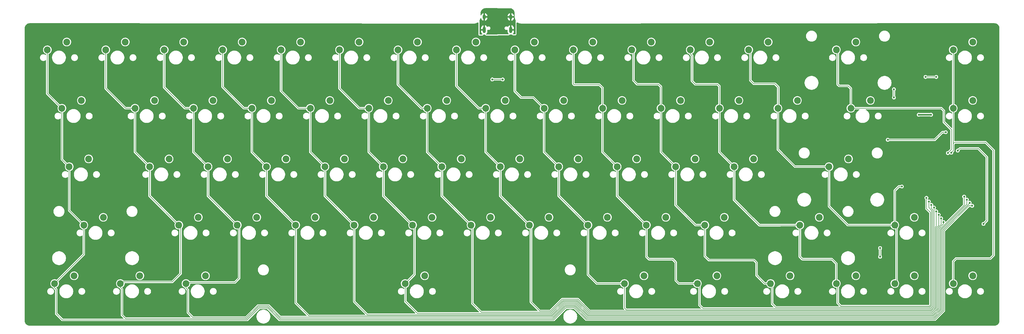
<source format=gbr>
G04 #@! TF.GenerationSoftware,KiCad,Pcbnew,8.0.2*
G04 #@! TF.CreationDate,2025-03-10T15:51:09-05:00*
G04 #@! TF.ProjectId,65,36352e6b-6963-4616-945f-706362585858,rev?*
G04 #@! TF.SameCoordinates,Original*
G04 #@! TF.FileFunction,Copper,L1,Top*
G04 #@! TF.FilePolarity,Positive*
%FSLAX46Y46*%
G04 Gerber Fmt 4.6, Leading zero omitted, Abs format (unit mm)*
G04 Created by KiCad (PCBNEW 8.0.2) date 2025-03-10 15:51:09*
%MOMM*%
%LPD*%
G01*
G04 APERTURE LIST*
G04 #@! TA.AperFunction,ComponentPad*
%ADD10C,2.200000*%
G04 #@! TD*
G04 #@! TA.AperFunction,ComponentPad*
%ADD11O,1.000000X1.600000*%
G04 #@! TD*
G04 #@! TA.AperFunction,ComponentPad*
%ADD12O,1.000000X2.100000*%
G04 #@! TD*
G04 #@! TA.AperFunction,ViaPad*
%ADD13C,0.650000*%
G04 #@! TD*
G04 #@! TA.AperFunction,ViaPad*
%ADD14C,0.900000*%
G04 #@! TD*
G04 #@! TA.AperFunction,Conductor*
%ADD15C,0.200000*%
G04 #@! TD*
G04 #@! TA.AperFunction,Conductor*
%ADD16C,0.500000*%
G04 #@! TD*
G04 APERTURE END LIST*
D10*
X351041000Y-101840000D03*
X357391000Y-99300000D03*
X241503500Y-139940000D03*
X247853500Y-137400000D03*
X74820000Y-101840000D03*
X81170000Y-99300000D03*
X112920000Y-101840000D03*
X119270000Y-99300000D03*
X55770000Y-101840000D03*
X62120000Y-99300000D03*
X189120000Y-101840000D03*
X195470000Y-99300000D03*
X146253500Y-139940000D03*
X152603500Y-137400000D03*
X301036000Y-158990000D03*
X307386000Y-156450000D03*
X270080500Y-158990000D03*
X276430500Y-156450000D03*
X231980500Y-158990000D03*
X238330500Y-156450000D03*
X136730500Y-158990000D03*
X143080500Y-156450000D03*
X351041000Y-178040000D03*
X357391000Y-175500000D03*
X279603500Y-139940000D03*
X285953500Y-137400000D03*
X243886000Y-178040000D03*
X250236000Y-175500000D03*
X260553500Y-139940000D03*
X266903500Y-137400000D03*
X284370000Y-101840000D03*
X290720000Y-99300000D03*
X151020000Y-101840000D03*
X157370000Y-99300000D03*
X58150000Y-178040000D03*
X64500000Y-175500000D03*
X265320000Y-101840000D03*
X271670000Y-99300000D03*
X331991000Y-178040000D03*
X338341000Y-175500000D03*
X117690000Y-158990000D03*
X124040000Y-156450000D03*
X165303500Y-139940000D03*
X171653500Y-137400000D03*
X274844000Y-120890000D03*
X281194000Y-118350000D03*
X293894000Y-120890000D03*
X300244000Y-118350000D03*
X127203500Y-139940000D03*
X133553500Y-137400000D03*
X67675000Y-158990000D03*
X74025000Y-156450000D03*
X172402500Y-178040000D03*
X178752500Y-175500000D03*
X98630500Y-158990000D03*
X104980500Y-156450000D03*
X217694000Y-120890000D03*
X224044000Y-118350000D03*
X122444000Y-120890000D03*
X128794000Y-118350000D03*
X103394000Y-120890000D03*
X109744000Y-118350000D03*
X174830500Y-158990000D03*
X181180500Y-156450000D03*
X351041000Y-120890000D03*
X357391000Y-118350000D03*
X331991000Y-158990000D03*
X338341000Y-156450000D03*
X246270000Y-101840000D03*
X252620000Y-99300000D03*
X200230500Y-156450000D03*
X193880500Y-158990000D03*
X60530000Y-120890000D03*
X66880000Y-118350000D03*
X291510000Y-178040000D03*
X297860000Y-175500000D03*
X212930500Y-158990000D03*
X219280500Y-156450000D03*
X227220000Y-101840000D03*
X233570000Y-99300000D03*
X84344000Y-120890000D03*
X90694000Y-118350000D03*
X108150000Y-139940000D03*
X114500000Y-137400000D03*
X141494000Y-120890000D03*
X147844000Y-118350000D03*
X170070000Y-101840000D03*
X176420000Y-99300000D03*
X89103500Y-139940000D03*
X95453500Y-137400000D03*
X267652500Y-178040000D03*
X274002500Y-175500000D03*
X312945000Y-101840000D03*
X319295000Y-99300000D03*
X93870000Y-101840000D03*
X100220000Y-99300000D03*
X100965000Y-178040000D03*
X107315000Y-175500000D03*
X155780500Y-158990000D03*
X162130500Y-156450000D03*
X198644000Y-120890000D03*
X204994000Y-118350000D03*
X236744000Y-120890000D03*
X243094000Y-118350000D03*
X251030500Y-158990000D03*
X257380500Y-156450000D03*
X310559000Y-139940000D03*
X316909000Y-137400000D03*
X62910000Y-139940000D03*
X69260000Y-137400000D03*
X208170000Y-101840000D03*
X214520000Y-99300000D03*
X317688000Y-120890000D03*
X324038000Y-118350000D03*
X222453500Y-139940000D03*
X228803500Y-137400000D03*
X131970000Y-101840000D03*
X138320000Y-99300000D03*
X160544000Y-120890000D03*
X166894000Y-118350000D03*
X184353500Y-139940000D03*
X190703500Y-137400000D03*
X255794000Y-120890000D03*
X262144000Y-118350000D03*
X312941000Y-178040000D03*
X319291000Y-175500000D03*
X179594000Y-120890000D03*
X185944000Y-118350000D03*
X79581000Y-178040000D03*
X85931000Y-175500000D03*
X203403500Y-139940000D03*
X209753500Y-137400000D03*
D11*
X198180000Y-91150000D03*
D12*
X198180000Y-95330000D03*
D11*
X206820000Y-91150000D03*
D12*
X206820000Y-95330000D03*
D13*
X357200000Y-152700000D03*
X356400000Y-151700000D03*
X355500000Y-150700000D03*
X354600000Y-149700000D03*
X347900000Y-158000000D03*
X347100000Y-156800000D03*
X346300000Y-155600000D03*
X345500000Y-154500000D03*
X344800000Y-153300000D03*
X343900000Y-152400000D03*
X343100000Y-151300000D03*
X342300000Y-150100000D03*
X334300000Y-146400000D03*
X349300000Y-135500000D03*
X350400000Y-135400000D03*
X343800000Y-123000000D03*
X339800000Y-123000000D03*
X359200000Y-148200000D03*
X341000000Y-139700000D03*
X208700000Y-97400000D03*
X360900000Y-144200000D03*
X357700000Y-135100000D03*
X355800000Y-141500000D03*
X344700000Y-138600000D03*
X359200000Y-137100000D03*
D14*
X164400000Y-97200000D03*
D13*
X198600000Y-97600000D03*
X341200000Y-146100000D03*
D14*
X201100000Y-103700000D03*
D13*
X202500000Y-106233885D03*
X349900000Y-141300000D03*
X349500000Y-147400000D03*
X200800000Y-111500000D03*
X331700000Y-114700000D03*
X342000000Y-110700000D03*
X331700000Y-117400000D03*
X345500000Y-110700000D03*
X204200000Y-111500000D03*
X327200000Y-166500000D03*
X327200000Y-169300000D03*
X348600000Y-128700000D03*
X329700000Y-131200000D03*
X352500000Y-134700000D03*
X360900000Y-158600000D03*
D15*
X131500000Y-189900000D02*
X220800000Y-189900000D01*
X357200000Y-152700000D02*
X356097058Y-152700000D01*
X348000000Y-160797058D02*
X348000000Y-162400000D01*
X348000000Y-186900000D02*
X345100000Y-189800000D01*
X58700000Y-187900000D02*
X60700000Y-189900000D01*
X60530000Y-120890000D02*
X60530000Y-137560000D01*
X55770000Y-116130000D02*
X60530000Y-120890000D01*
X124800000Y-186000000D02*
X127600000Y-186000000D01*
X356097058Y-152700000D02*
X348000000Y-160797058D01*
X67675000Y-158990000D02*
X67675000Y-168515000D01*
X55770000Y-101840000D02*
X55770000Y-116130000D01*
X58150000Y-179450000D02*
X58700000Y-180000000D01*
X58150000Y-178040000D02*
X58150000Y-179450000D01*
X227550000Y-185950000D02*
X231400000Y-189800000D01*
X62910000Y-154225000D02*
X67675000Y-158990000D01*
X348000000Y-162200000D02*
X348000000Y-186900000D01*
X58700000Y-180000000D02*
X58700000Y-187900000D01*
X67675000Y-168515000D02*
X58150000Y-178040000D01*
X60530000Y-137560000D02*
X62910000Y-139940000D01*
X220800000Y-189900000D02*
X224750000Y-185950000D01*
X120900000Y-189900000D02*
X124800000Y-186000000D01*
X345100000Y-189800000D02*
X231500000Y-189800000D01*
X231400000Y-189800000D02*
X231500000Y-189800000D01*
X60700000Y-189900000D02*
X120900000Y-189900000D01*
X127600000Y-186000000D02*
X131500000Y-189900000D01*
X62910000Y-139940000D02*
X62910000Y-154225000D01*
X224750000Y-185950000D02*
X227550000Y-185950000D01*
X84344000Y-135180500D02*
X89103500Y-139940000D01*
X80100000Y-188300000D02*
X80100000Y-179800000D01*
X74820000Y-101840000D02*
X74820000Y-114420000D01*
X99200000Y-159450000D02*
X99200000Y-174800000D01*
X127765686Y-185600000D02*
X124634314Y-185600000D01*
X96500000Y-177500000D02*
X80579500Y-177500000D01*
X120734314Y-189500000D02*
X81300000Y-189500000D01*
X80100000Y-179800000D02*
X79581000Y-179281000D01*
X227715686Y-185550000D02*
X224584314Y-185550000D01*
X89103500Y-139940000D02*
X89103500Y-149463000D01*
X347600000Y-186734314D02*
X344934314Y-189400000D01*
X347600000Y-160631372D02*
X347600000Y-186734314D01*
X81300000Y-189500000D02*
X80100000Y-188300000D01*
X124634314Y-185600000D02*
X120734314Y-189500000D01*
X356400000Y-151831372D02*
X347600000Y-160631372D01*
X74820000Y-114420000D02*
X81290000Y-120890000D01*
X344934314Y-189400000D02*
X231565686Y-189400000D01*
X84344000Y-120890000D02*
X84344000Y-135180500D01*
X220634314Y-189500000D02*
X131665686Y-189500000D01*
X81290000Y-120890000D02*
X84344000Y-120890000D01*
X79581000Y-179281000D02*
X79581000Y-178040000D01*
X131665686Y-189500000D02*
X127765686Y-185600000D01*
X80579500Y-177500000D02*
X79865000Y-178214500D01*
X98914500Y-159164500D02*
X99200000Y-159450000D01*
X99200000Y-174800000D02*
X96500000Y-177500000D01*
X89103500Y-149463000D02*
X98630500Y-158990000D01*
X98630500Y-158990000D02*
X99218750Y-159578250D01*
X356400000Y-151700000D02*
X356400000Y-151831372D01*
X224584314Y-185550000D02*
X220634314Y-189500000D01*
X231565686Y-189400000D02*
X227715686Y-185550000D01*
X108150000Y-139940000D02*
X108150000Y-149450000D01*
X101600000Y-187500000D02*
X103200000Y-189100000D01*
X347200000Y-160465686D02*
X355500000Y-152165686D01*
X93870000Y-101840000D02*
X93870000Y-114070000D01*
X103394000Y-135184000D02*
X108150000Y-139940000D01*
X118268750Y-176331250D02*
X118268750Y-158767250D01*
X344768628Y-189000000D02*
X347200000Y-186568628D01*
X103200000Y-189100000D02*
X120568628Y-189100000D01*
X227881371Y-185150000D02*
X231731371Y-189000000D01*
X101600000Y-180100000D02*
X101600000Y-187500000D01*
X355500000Y-152165686D02*
X355500000Y-150700000D01*
X100965000Y-178040000D02*
X100965000Y-179465000D01*
X231731371Y-189000000D02*
X344768628Y-189000000D01*
X120568628Y-189100000D02*
X124468628Y-185200000D01*
X127931372Y-185200000D02*
X131731372Y-189000000D01*
X108150000Y-149450000D02*
X117690000Y-158990000D01*
X220568628Y-189000000D02*
X224418628Y-185150000D01*
X124468628Y-185200000D02*
X127931372Y-185200000D01*
X224418628Y-185150000D02*
X227881371Y-185150000D01*
X93870000Y-114070000D02*
X100690000Y-120890000D01*
X100690000Y-120890000D02*
X103394000Y-120890000D01*
X131731372Y-189000000D02*
X220568628Y-189000000D01*
X116900000Y-177700000D02*
X118268750Y-176331250D01*
X103394000Y-120890000D02*
X103394000Y-135184000D01*
X347200000Y-186568628D02*
X347200000Y-160465686D01*
X102000000Y-177700000D02*
X116900000Y-177700000D01*
X101400000Y-178300000D02*
X102000000Y-177700000D01*
X100965000Y-179465000D02*
X101600000Y-180100000D01*
X136730500Y-184330500D02*
X141000000Y-188600000D01*
X354600000Y-152500000D02*
X354600000Y-149700000D01*
X112920000Y-113920000D02*
X119890000Y-120890000D01*
X346800000Y-186402942D02*
X346800000Y-160300000D01*
X112920000Y-101840000D02*
X112920000Y-113920000D01*
X119890000Y-120890000D02*
X122444000Y-120890000D01*
X231897057Y-188600000D02*
X344602942Y-188600000D01*
X141000000Y-188600000D02*
X220402942Y-188600000D01*
X122444000Y-120890000D02*
X122444000Y-135180500D01*
X220402942Y-188600000D02*
X224252942Y-184750000D01*
X127203500Y-149463000D02*
X136730500Y-158990000D01*
X344602942Y-188600000D02*
X346800000Y-186402942D01*
X346800000Y-160300000D02*
X354600000Y-152500000D01*
X228047057Y-184750000D02*
X231897057Y-188600000D01*
X122444000Y-135180500D02*
X127203500Y-139940000D01*
X127203500Y-139940000D02*
X127203500Y-149463000D01*
X136730500Y-158990000D02*
X136730500Y-184330500D01*
X224252942Y-184750000D02*
X228047057Y-184750000D01*
X146253500Y-149463000D02*
X155780500Y-158990000D01*
X344437256Y-188200000D02*
X346400000Y-186237256D01*
X131970000Y-101840000D02*
X131970000Y-115270000D01*
X346400000Y-186237256D02*
X346400000Y-160134314D01*
X224087256Y-184350000D02*
X228212743Y-184350000D01*
X232062743Y-188200000D02*
X344437256Y-188200000D01*
X131970000Y-115270000D02*
X137590000Y-120890000D01*
X155780500Y-183880500D02*
X160100000Y-188200000D01*
X220237256Y-188200000D02*
X224087256Y-184350000D01*
X141494000Y-135180500D02*
X146253500Y-139940000D01*
X347900000Y-158634314D02*
X347900000Y-158000000D01*
X137590000Y-120890000D02*
X141494000Y-120890000D01*
X228212743Y-184350000D02*
X232062743Y-188200000D01*
X141494000Y-120890000D02*
X141494000Y-135180500D01*
X155780500Y-158990000D02*
X155780500Y-183880500D01*
X146253500Y-139940000D02*
X146253500Y-149463000D01*
X160100000Y-188200000D02*
X220237256Y-188200000D01*
X346400000Y-160134314D02*
X347900000Y-158634314D01*
X172449000Y-183849000D02*
X176400000Y-187800000D01*
X346000000Y-159968628D02*
X347100000Y-158868628D01*
X346000000Y-186071570D02*
X346000000Y-159968628D01*
X165303500Y-139940000D02*
X165303500Y-149463000D01*
X344271570Y-187800000D02*
X346000000Y-186071570D01*
X151020000Y-114420000D02*
X157490000Y-120890000D01*
X172449000Y-178040000D02*
X172449000Y-183849000D01*
X157490000Y-120890000D02*
X160544000Y-120890000D01*
X174830500Y-158990000D02*
X175418750Y-159578250D01*
X220071570Y-187800000D02*
X223921570Y-183950000D01*
X165303500Y-149463000D02*
X174830500Y-158990000D01*
X347100000Y-158868628D02*
X347100000Y-156800000D01*
X232228429Y-187800000D02*
X344271570Y-187800000D01*
X151020000Y-101840000D02*
X151020000Y-114420000D01*
X223921570Y-183950000D02*
X228378429Y-183950000D01*
X160544000Y-120890000D02*
X160544000Y-135180500D01*
X228378429Y-183950000D02*
X232228429Y-187800000D01*
X176400000Y-187800000D02*
X220071570Y-187800000D01*
X175418750Y-175070250D02*
X172449000Y-178040000D01*
X175418750Y-159578250D02*
X175418750Y-175070250D01*
X160544000Y-135180500D02*
X165303500Y-139940000D01*
X177790000Y-120890000D02*
X179594000Y-120890000D01*
X193880500Y-158990000D02*
X194300000Y-159409500D01*
X346300000Y-159102942D02*
X346300000Y-155600000D01*
X219905884Y-187400000D02*
X223755884Y-183550000D01*
X232394115Y-187400000D02*
X344105884Y-187400000D01*
X228544115Y-183550000D02*
X232394115Y-187400000D01*
X197200000Y-187400000D02*
X219905884Y-187400000D01*
X184353500Y-139940000D02*
X184353500Y-149463000D01*
X179594000Y-135180500D02*
X184353500Y-139940000D01*
X344105884Y-187400000D02*
X345600000Y-185905884D01*
X194300000Y-159409500D02*
X194300000Y-184500000D01*
X179594000Y-120890000D02*
X179594000Y-135180500D01*
X345600000Y-159802942D02*
X346300000Y-159102942D01*
X170070000Y-113170000D02*
X177790000Y-120890000D01*
X170070000Y-101840000D02*
X170070000Y-113170000D01*
X223755884Y-183550000D02*
X228544115Y-183550000D01*
X345600000Y-185905884D02*
X345600000Y-159802942D01*
X194300000Y-184500000D02*
X197200000Y-187400000D01*
X184353500Y-149463000D02*
X193880500Y-158990000D01*
X228709801Y-183150000D02*
X232559801Y-187000000D01*
X216300000Y-187000000D02*
X219740198Y-187000000D01*
X212930500Y-158990000D02*
X213400000Y-159459500D01*
X198644000Y-135180500D02*
X203403500Y-139940000D01*
X203403500Y-149463000D02*
X212930500Y-158990000D01*
X213400000Y-184100000D02*
X216300000Y-187000000D01*
X223590198Y-183150000D02*
X228709801Y-183150000D01*
X343940198Y-187000000D02*
X345200000Y-185740198D01*
X198644000Y-120890000D02*
X198644000Y-135180500D01*
X345200000Y-185740198D02*
X345200000Y-159637256D01*
X189120000Y-113620000D02*
X196390000Y-120890000D01*
X345200000Y-159637256D02*
X345500000Y-159337256D01*
X345500000Y-159337256D02*
X345500000Y-154500000D01*
X203403500Y-139940000D02*
X203403500Y-149463000D01*
X232559801Y-187000000D02*
X343940198Y-187000000D01*
X189120000Y-101840000D02*
X189120000Y-113620000D01*
X219740198Y-187000000D02*
X223590198Y-183150000D01*
X213400000Y-159459500D02*
X213400000Y-184100000D01*
X196390000Y-120890000D02*
X198644000Y-120890000D01*
X231980500Y-175080500D02*
X231980500Y-158990000D01*
X234940000Y-178040000D02*
X231980500Y-175080500D01*
X217694000Y-120890000D02*
X217694000Y-135180500D01*
X210200000Y-117400000D02*
X214204000Y-117400000D01*
X343774512Y-186600000D02*
X244472000Y-186600000D01*
X208170000Y-115370000D02*
X210200000Y-117400000D01*
X231980500Y-158990000D02*
X222453500Y-149463000D01*
X243886000Y-178040000D02*
X234940000Y-178040000D01*
X243886000Y-186014000D02*
X243886000Y-178040000D01*
X344800000Y-185574512D02*
X343774512Y-186600000D01*
X344800000Y-153300000D02*
X344800000Y-185574512D01*
X217694000Y-135180500D02*
X222453500Y-139940000D01*
X244472000Y-186600000D02*
X243886000Y-186014000D01*
X208170000Y-101840000D02*
X208170000Y-115370000D01*
X222453500Y-149463000D02*
X222453500Y-139940000D01*
X214204000Y-117400000D02*
X217694000Y-120890000D01*
X235700000Y-113200000D02*
X236744000Y-114244000D01*
X241503500Y-149463000D02*
X251030500Y-158990000D01*
X251030500Y-169230500D02*
X251900000Y-170100000D01*
X241503500Y-139940000D02*
X241503500Y-149463000D01*
X227500000Y-113200000D02*
X235700000Y-113200000D01*
X259600000Y-170100000D02*
X260600000Y-171100000D01*
X269500000Y-186200000D02*
X343608826Y-186200000D01*
X227220000Y-112920000D02*
X227500000Y-113200000D01*
X267652500Y-178040000D02*
X268300000Y-178687500D01*
X251030500Y-158990000D02*
X251030500Y-169230500D01*
X236744000Y-120890000D02*
X236744000Y-135180500D01*
X268300000Y-178687500D02*
X268300000Y-185000000D01*
X260600000Y-171100000D02*
X260600000Y-177000000D01*
X251900000Y-170100000D02*
X259600000Y-170100000D01*
X227220000Y-101840000D02*
X227220000Y-112920000D01*
X268300000Y-185000000D02*
X269500000Y-186200000D01*
X260600000Y-177000000D02*
X261640000Y-178040000D01*
X343900000Y-153534314D02*
X343900000Y-152300000D01*
X236744000Y-135180500D02*
X241503500Y-139940000D01*
X343608826Y-186200000D02*
X344400000Y-185408826D01*
X344400000Y-185408826D02*
X344400000Y-154034314D01*
X261640000Y-178040000D02*
X267652500Y-178040000D01*
X236744000Y-114244000D02*
X236744000Y-120890000D01*
X344400000Y-154034314D02*
X343900000Y-153534314D01*
X246800000Y-111800000D02*
X248100000Y-113100000D01*
X343100000Y-153300000D02*
X344000000Y-154200000D01*
X255794000Y-135180500D02*
X260553500Y-139940000D01*
X344000000Y-185243140D02*
X343443140Y-185800000D01*
X260553500Y-152453500D02*
X267090000Y-158990000D01*
X255794000Y-120890000D02*
X255794000Y-135180500D01*
X255000000Y-113100000D02*
X255794000Y-113894000D01*
X343100000Y-151300000D02*
X343100000Y-153300000D01*
X292000000Y-178530000D02*
X291510000Y-178040000D01*
X271400000Y-170400000D02*
X286100000Y-170400000D01*
X286950000Y-171250000D02*
X286950000Y-175350000D01*
X246800000Y-102370000D02*
X246800000Y-111800000D01*
X289640000Y-178040000D02*
X291510000Y-178040000D01*
X343443140Y-185800000D02*
X293200001Y-185800000D01*
X260553500Y-139940000D02*
X260553500Y-152453500D01*
X293200001Y-185800000D02*
X292000000Y-184599999D01*
X255794000Y-113894000D02*
X255794000Y-120890000D01*
X286100000Y-170400000D02*
X286950000Y-171250000D01*
X344000000Y-154200000D02*
X344000000Y-185243140D01*
X270080500Y-158990000D02*
X270080500Y-169080500D01*
X267090000Y-158990000D02*
X270080500Y-158990000D01*
X292000000Y-184599999D02*
X292000000Y-178530000D01*
X286950000Y-175350000D02*
X289640000Y-178040000D01*
X246270000Y-101840000D02*
X246800000Y-102370000D01*
X248100000Y-113100000D02*
X255000000Y-113100000D01*
X270080500Y-169080500D02*
X271400000Y-170400000D01*
X301036000Y-158990000D02*
X301036000Y-169236000D01*
X265900000Y-103700000D02*
X265900000Y-112000000D01*
X267000000Y-113100000D02*
X274200000Y-113100000D01*
X274844000Y-135180500D02*
X279603500Y-139940000D01*
X343600000Y-185077454D02*
X343277454Y-185400000D01*
X274844000Y-113744000D02*
X274844000Y-120890000D01*
X279603500Y-139940000D02*
X279603500Y-150703500D01*
X274200000Y-113100000D02*
X274844000Y-113744000D01*
X313400000Y-184400000D02*
X313400000Y-178499000D01*
X313400000Y-178499000D02*
X312941000Y-178040000D01*
X312941000Y-171541000D02*
X312941000Y-178040000D01*
X265320000Y-103120000D02*
X265900000Y-103700000D01*
X342300000Y-153600000D02*
X343600000Y-154900000D01*
X301036000Y-169236000D02*
X301900000Y-170100000D01*
X274844000Y-120890000D02*
X274844000Y-135180500D01*
X279603500Y-150703500D02*
X287900000Y-159000000D01*
X343600000Y-154900000D02*
X343600000Y-185077454D01*
X287900000Y-159000000D02*
X294730207Y-159000000D01*
X311500000Y-170100000D02*
X312941000Y-171541000D01*
X294740207Y-158990000D02*
X301036000Y-158990000D01*
X343277454Y-185400000D02*
X314400000Y-185400000D01*
X342300000Y-150100000D02*
X342300000Y-153600000D01*
X265900000Y-112000000D02*
X267000000Y-113100000D01*
X314400000Y-185400000D02*
X313400000Y-184400000D01*
X294730207Y-159000000D02*
X294740207Y-158990000D01*
X265320000Y-101840000D02*
X265320000Y-103120000D01*
X301900000Y-170100000D02*
X311500000Y-170100000D01*
X292900000Y-112900000D02*
X294000000Y-114000000D01*
X331991000Y-178040000D02*
X332581250Y-177449750D01*
X284900000Y-102370000D02*
X284370000Y-101840000D01*
X293894000Y-134350250D02*
X299483750Y-139940000D01*
X299483750Y-139940000D02*
X310559000Y-139940000D01*
X332581250Y-159580250D02*
X331991000Y-158990000D01*
X293894000Y-120890000D02*
X293894000Y-134350250D01*
X334300000Y-146400000D02*
X333300000Y-146400000D01*
X310559000Y-152859000D02*
X310559000Y-139940000D01*
X331991000Y-147709000D02*
X331991000Y-158990000D01*
X284900000Y-111800000D02*
X284900000Y-102370000D01*
X332581250Y-177449750D02*
X332581250Y-159580250D01*
X333300000Y-146400000D02*
X331991000Y-147709000D01*
X286000000Y-112900000D02*
X284900000Y-111800000D01*
X316690000Y-158990000D02*
X310559000Y-152859000D01*
X293894000Y-120890000D02*
X294000000Y-120784000D01*
X291600000Y-112900000D02*
X292900000Y-112900000D01*
X294000000Y-120784000D02*
X294000000Y-114000000D01*
X331991000Y-158990000D02*
X316690000Y-158990000D01*
X291600000Y-112900000D02*
X286000000Y-112900000D01*
X317688000Y-114488000D02*
X317688000Y-120890000D01*
X313400000Y-108000000D02*
X313400000Y-113100000D01*
X316800000Y-113600000D02*
X317688000Y-114488000D01*
X312945000Y-101840000D02*
X313400000Y-102295000D01*
X348000000Y-121700000D02*
X347190000Y-120890000D01*
X313900000Y-113600000D02*
X316800000Y-113600000D01*
X348000000Y-125400000D02*
X348000000Y-121700000D01*
X350500000Y-127900000D02*
X348000000Y-125400000D01*
X313400000Y-113100000D02*
X313900000Y-113600000D01*
X349300000Y-135500000D02*
X350500000Y-134300000D01*
X347190000Y-120890000D02*
X317688000Y-120890000D01*
X313400000Y-102295000D02*
X313400000Y-108245000D01*
X350500000Y-134300000D02*
X350500000Y-127900000D01*
X351500000Y-132000000D02*
X351041000Y-132459000D01*
X363100000Y-169900000D02*
X364200000Y-168800000D01*
X351900000Y-169900000D02*
X363100000Y-169900000D01*
X364200000Y-168800000D02*
X364200000Y-134600000D01*
X351041000Y-170759000D02*
X351900000Y-169900000D01*
X351041000Y-129700000D02*
X351041000Y-132700000D01*
X351041000Y-132700000D02*
X351041000Y-134759000D01*
X361600000Y-132000000D02*
X351500000Y-132000000D01*
X351041000Y-178040000D02*
X351041000Y-170759000D01*
X351041000Y-120890000D02*
X351041000Y-129700000D01*
X351041000Y-134759000D02*
X350400000Y-135400000D01*
X351041000Y-101840000D02*
X351041000Y-120890000D01*
X364200000Y-134600000D02*
X361600000Y-132000000D01*
D16*
X339800000Y-123000000D02*
X343800000Y-123000000D01*
D15*
X331700000Y-117400000D02*
X331700000Y-114700000D01*
X204200000Y-111500000D02*
X200800000Y-111500000D01*
X342000000Y-110700000D02*
X345500000Y-110700000D01*
X327200000Y-166500000D02*
X327200000Y-169300000D01*
X347500000Y-128700000D02*
X345000000Y-131200000D01*
X345000000Y-131200000D02*
X329700000Y-131200000D01*
X348600000Y-128700000D02*
X347500000Y-128700000D01*
X352500000Y-134700000D02*
X353200000Y-134000000D01*
X362000000Y-157500000D02*
X360900000Y-158600000D01*
X359200000Y-134000000D02*
X362000000Y-136800000D01*
X353200000Y-134000000D02*
X359200000Y-134000000D01*
X362000000Y-136800000D02*
X362000000Y-157500000D01*
G04 #@! TA.AperFunction,Conductor*
G36*
X209225379Y-93007815D02*
G01*
X209417975Y-93107764D01*
X209667620Y-93201451D01*
X209926664Y-93264662D01*
X210191403Y-93296494D01*
X210192038Y-93296494D01*
X210280203Y-93296543D01*
X210281109Y-93296602D01*
X210285394Y-93296598D01*
X210285396Y-93296599D01*
X210324867Y-93296568D01*
X210372320Y-93296568D01*
X210377963Y-93296568D01*
X210378486Y-93296525D01*
X364471466Y-93175502D01*
X364476750Y-93175686D01*
X364697867Y-93191351D01*
X364708211Y-93192824D01*
X364910385Y-93236373D01*
X364922381Y-93238957D01*
X364932423Y-93241876D01*
X365137940Y-93317735D01*
X365147470Y-93322040D01*
X365340252Y-93426117D01*
X365349081Y-93431723D01*
X365525266Y-93561937D01*
X365533208Y-93568725D01*
X365550450Y-93585711D01*
X365689277Y-93722475D01*
X365696189Y-93730322D01*
X365829019Y-93904527D01*
X365834757Y-93913270D01*
X365941712Y-94104475D01*
X365946159Y-94113940D01*
X366025086Y-94318298D01*
X366028155Y-94328295D01*
X366077488Y-94541745D01*
X366079117Y-94552075D01*
X366098057Y-94772551D01*
X366098329Y-94778887D01*
X366095569Y-190123134D01*
X366095567Y-190123170D01*
X366095567Y-190172665D01*
X366095382Y-190177893D01*
X366079720Y-190399045D01*
X366078246Y-190409398D01*
X366032116Y-190623571D01*
X366029199Y-190633606D01*
X365953336Y-190839152D01*
X365949035Y-190848672D01*
X365844961Y-191041455D01*
X365839357Y-191050280D01*
X365817025Y-191080500D01*
X365709145Y-191226473D01*
X365702351Y-191234422D01*
X365548604Y-191390497D01*
X365540757Y-191397410D01*
X365366546Y-191530252D01*
X365357803Y-191535990D01*
X365166602Y-191642950D01*
X365157137Y-191647398D01*
X364952768Y-191726337D01*
X364942771Y-191729406D01*
X364729316Y-191778748D01*
X364718986Y-191780377D01*
X364499649Y-191799226D01*
X364493312Y-191799498D01*
X50078288Y-191795569D01*
X50078264Y-191795567D01*
X50027334Y-191795567D01*
X50022106Y-191795382D01*
X49800954Y-191779720D01*
X49790601Y-191778246D01*
X49576428Y-191732116D01*
X49566397Y-191729201D01*
X49360842Y-191653334D01*
X49351330Y-191649036D01*
X49158542Y-191544960D01*
X49149725Y-191539362D01*
X48973517Y-191409138D01*
X48965577Y-191402351D01*
X48809497Y-191248598D01*
X48802594Y-191240763D01*
X48669742Y-191066538D01*
X48664014Y-191057811D01*
X48557045Y-190866593D01*
X48552605Y-190857146D01*
X48473659Y-190652759D01*
X48470596Y-190642781D01*
X48421249Y-190429304D01*
X48419623Y-190418997D01*
X48400770Y-190199625D01*
X48400499Y-190193332D01*
X48400130Y-180492601D01*
X55769500Y-180492601D01*
X55769500Y-180667398D01*
X55796843Y-180840040D01*
X55796846Y-180840053D01*
X55850856Y-181006278D01*
X55930214Y-181162028D01*
X56010499Y-181272531D01*
X56032958Y-181303442D01*
X56156558Y-181427042D01*
X56297971Y-181529785D01*
X56453716Y-181609141D01*
X56453718Y-181609141D01*
X56453721Y-181609143D01*
X56619946Y-181663153D01*
X56619952Y-181663154D01*
X56619957Y-181663156D01*
X56735053Y-181681385D01*
X56792601Y-181690500D01*
X56792602Y-181690500D01*
X56967399Y-181690500D01*
X57010559Y-181683664D01*
X57140043Y-181663156D01*
X57140050Y-181663153D01*
X57140053Y-181663153D01*
X57306278Y-181609143D01*
X57306278Y-181609142D01*
X57306284Y-181609141D01*
X57462029Y-181529785D01*
X57603442Y-181427042D01*
X57727042Y-181303442D01*
X57829785Y-181162029D01*
X57909141Y-181006284D01*
X57963156Y-180840043D01*
X57990500Y-180667398D01*
X57990500Y-180492602D01*
X57963156Y-180319957D01*
X57963154Y-180319952D01*
X57963153Y-180319946D01*
X57909143Y-180153721D01*
X57909141Y-180153718D01*
X57909141Y-180153716D01*
X57829785Y-179997971D01*
X57727042Y-179856558D01*
X57603442Y-179732958D01*
X57603439Y-179732955D01*
X57603437Y-179732954D01*
X57462028Y-179630214D01*
X57306278Y-179550856D01*
X57140053Y-179496846D01*
X57140040Y-179496843D01*
X56967399Y-179469500D01*
X56967398Y-179469500D01*
X56792602Y-179469500D01*
X56792601Y-179469500D01*
X56619959Y-179496843D01*
X56619946Y-179496846D01*
X56453721Y-179550856D01*
X56297971Y-179630214D01*
X56156562Y-179732954D01*
X56032954Y-179856562D01*
X55930214Y-179997971D01*
X55850856Y-180153721D01*
X55796846Y-180319946D01*
X55796843Y-180319959D01*
X55769500Y-180492601D01*
X48400130Y-180492601D01*
X48399716Y-169621840D01*
X57324500Y-169621840D01*
X57324500Y-169918159D01*
X57363176Y-170211940D01*
X57439869Y-170498165D01*
X57439873Y-170498176D01*
X57553265Y-170771930D01*
X57553268Y-170771938D01*
X57687300Y-171004087D01*
X57701430Y-171028561D01*
X57881820Y-171263649D01*
X58091351Y-171473180D01*
X58326439Y-171653570D01*
X58583061Y-171801731D01*
X58856827Y-171915128D01*
X59143052Y-171991822D01*
X59143058Y-171991822D01*
X59143059Y-171991823D01*
X59143058Y-171991823D01*
X59273433Y-172008987D01*
X59436839Y-172030500D01*
X59436841Y-172030500D01*
X59733159Y-172030500D01*
X59733161Y-172030500D01*
X60026948Y-171991822D01*
X60313173Y-171915128D01*
X60586939Y-171801731D01*
X60843561Y-171653570D01*
X61078649Y-171473180D01*
X61288180Y-171263649D01*
X61468570Y-171028561D01*
X61616731Y-170771939D01*
X61730128Y-170498173D01*
X61806822Y-170211948D01*
X61845500Y-169918161D01*
X61845500Y-169621839D01*
X61815055Y-169390588D01*
X61806823Y-169328059D01*
X61806822Y-169328058D01*
X61806822Y-169328052D01*
X61730128Y-169041827D01*
X61616731Y-168768061D01*
X61468570Y-168511439D01*
X61288180Y-168276351D01*
X61078649Y-168066820D01*
X60843561Y-167886430D01*
X60843562Y-167886430D01*
X60843560Y-167886429D01*
X60586938Y-167738268D01*
X60586930Y-167738265D01*
X60313176Y-167624873D01*
X60313165Y-167624869D01*
X60068042Y-167559189D01*
X60026948Y-167548178D01*
X60026946Y-167548177D01*
X60026940Y-167548176D01*
X60026941Y-167548176D01*
X59790811Y-167517089D01*
X59733161Y-167509500D01*
X59436839Y-167509500D01*
X59379188Y-167517089D01*
X59143059Y-167548176D01*
X58856834Y-167624869D01*
X58856823Y-167624873D01*
X58583069Y-167738265D01*
X58583061Y-167738268D01*
X58326439Y-167886429D01*
X58091346Y-168066824D01*
X57881824Y-168276346D01*
X57701429Y-168511439D01*
X57553268Y-168768061D01*
X57553265Y-168768069D01*
X57439873Y-169041823D01*
X57439869Y-169041834D01*
X57363176Y-169328059D01*
X57324500Y-169621840D01*
X48399716Y-169621840D01*
X48399137Y-154412972D01*
X57799500Y-154412972D01*
X57799500Y-154647028D01*
X57805494Y-154692562D01*
X57830048Y-154879074D01*
X57830050Y-154879083D01*
X57890628Y-155105161D01*
X57980194Y-155321392D01*
X57980197Y-155321400D01*
X58097223Y-155524095D01*
X58097227Y-155524101D01*
X58239710Y-155709788D01*
X58405211Y-155875289D01*
X58590898Y-156017772D01*
X58590904Y-156017776D01*
X58591001Y-156017832D01*
X58793599Y-156134802D01*
X59009838Y-156224371D01*
X59009837Y-156224371D01*
X59140367Y-156259346D01*
X59235919Y-156284950D01*
X59235922Y-156284950D01*
X59235925Y-156284951D01*
X59338908Y-156298508D01*
X59467972Y-156315500D01*
X59467974Y-156315500D01*
X59702026Y-156315500D01*
X59702028Y-156315500D01*
X59880810Y-156291963D01*
X59934074Y-156284951D01*
X59934074Y-156284950D01*
X59934081Y-156284950D01*
X60160162Y-156224371D01*
X60376401Y-156134802D01*
X60579099Y-156017774D01*
X60764788Y-155875290D01*
X60930290Y-155709788D01*
X61072774Y-155524099D01*
X61189802Y-155321401D01*
X61279371Y-155105162D01*
X61339950Y-154879081D01*
X61370500Y-154647028D01*
X61370500Y-154412972D01*
X61352695Y-154277725D01*
X61339951Y-154180925D01*
X61339949Y-154180916D01*
X61279371Y-153954838D01*
X61229793Y-153835147D01*
X61189802Y-153738599D01*
X61072774Y-153535901D01*
X60930290Y-153350212D01*
X60764788Y-153184710D01*
X60718522Y-153149209D01*
X60579101Y-153042227D01*
X60579095Y-153042223D01*
X60376400Y-152925197D01*
X60376392Y-152925194D01*
X60160161Y-152835628D01*
X60160162Y-152835628D01*
X59934083Y-152775050D01*
X59934074Y-152775048D01*
X59747562Y-152750494D01*
X59702028Y-152744500D01*
X59467972Y-152744500D01*
X59426505Y-152749959D01*
X59235925Y-152775048D01*
X59235916Y-152775050D01*
X59009838Y-152835628D01*
X58793607Y-152925194D01*
X58793599Y-152925197D01*
X58590904Y-153042223D01*
X58590898Y-153042227D01*
X58405211Y-153184710D01*
X58239710Y-153350211D01*
X58097227Y-153535898D01*
X58097223Y-153535904D01*
X57980197Y-153738599D01*
X57980194Y-153738607D01*
X57890628Y-153954838D01*
X57830050Y-154180916D01*
X57830048Y-154180925D01*
X57802497Y-154390204D01*
X57799500Y-154412972D01*
X48399137Y-154412972D01*
X48397229Y-104292601D01*
X53389500Y-104292601D01*
X53389500Y-104467398D01*
X53416843Y-104640040D01*
X53416846Y-104640053D01*
X53470856Y-104806278D01*
X53550214Y-104962028D01*
X53630499Y-105072531D01*
X53652958Y-105103442D01*
X53776558Y-105227042D01*
X53917971Y-105329785D01*
X54073716Y-105409141D01*
X54073718Y-105409141D01*
X54073721Y-105409143D01*
X54239946Y-105463153D01*
X54239952Y-105463154D01*
X54239957Y-105463156D01*
X54355053Y-105481385D01*
X54412601Y-105490500D01*
X54412602Y-105490500D01*
X54587399Y-105490500D01*
X54630559Y-105483664D01*
X54760043Y-105463156D01*
X54760050Y-105463153D01*
X54760053Y-105463153D01*
X54926278Y-105409143D01*
X54926278Y-105409142D01*
X54926284Y-105409141D01*
X55082029Y-105329785D01*
X55223442Y-105227042D01*
X55243174Y-105207310D01*
X55295500Y-105185636D01*
X55347826Y-105207310D01*
X55369500Y-105259636D01*
X55369500Y-116077273D01*
X55369500Y-116182727D01*
X55396793Y-116284588D01*
X55396795Y-116284592D01*
X55449517Y-116375909D01*
X55449518Y-116375910D01*
X55449520Y-116375913D01*
X57423603Y-118349996D01*
X59258533Y-120184926D01*
X59280207Y-120237252D01*
X59273974Y-120266978D01*
X59200845Y-120433693D01*
X59200844Y-120433697D01*
X59200843Y-120433700D01*
X59200160Y-120436397D01*
X59143864Y-120658701D01*
X59124700Y-120889996D01*
X59124700Y-120890003D01*
X59143864Y-121121298D01*
X59147565Y-121135912D01*
X59200193Y-121343734D01*
X59200845Y-121346306D01*
X59294076Y-121558849D01*
X59421021Y-121753153D01*
X59578216Y-121923913D01*
X59761374Y-122066470D01*
X59965497Y-122176936D01*
X60079527Y-122216082D01*
X60121981Y-122253572D01*
X60129500Y-122286073D01*
X60129500Y-122550364D01*
X60107826Y-122602690D01*
X60055500Y-122624364D01*
X60003174Y-122602690D01*
X59983447Y-122582963D01*
X59983442Y-122582958D01*
X59983439Y-122582955D01*
X59983437Y-122582954D01*
X59842028Y-122480214D01*
X59686278Y-122400856D01*
X59520053Y-122346846D01*
X59520040Y-122346843D01*
X59347399Y-122319500D01*
X59347398Y-122319500D01*
X59172602Y-122319500D01*
X59172601Y-122319500D01*
X58999959Y-122346843D01*
X58999946Y-122346846D01*
X58833721Y-122400856D01*
X58677971Y-122480214D01*
X58536562Y-122582954D01*
X58412954Y-122706562D01*
X58310214Y-122847971D01*
X58230856Y-123003721D01*
X58176846Y-123169946D01*
X58176843Y-123169959D01*
X58149500Y-123342601D01*
X58149500Y-123517398D01*
X58176843Y-123690040D01*
X58176846Y-123690053D01*
X58230856Y-123856278D01*
X58310214Y-124012028D01*
X58390499Y-124122531D01*
X58412958Y-124153442D01*
X58536558Y-124277042D01*
X58677971Y-124379785D01*
X58833716Y-124459141D01*
X58833718Y-124459141D01*
X58833721Y-124459143D01*
X58999946Y-124513153D01*
X58999952Y-124513154D01*
X58999957Y-124513156D01*
X59115053Y-124531385D01*
X59172601Y-124540500D01*
X59172602Y-124540500D01*
X59347399Y-124540500D01*
X59390559Y-124533664D01*
X59520043Y-124513156D01*
X59520050Y-124513153D01*
X59520053Y-124513153D01*
X59686278Y-124459143D01*
X59686278Y-124459142D01*
X59686284Y-124459141D01*
X59842029Y-124379785D01*
X59983442Y-124277042D01*
X60003174Y-124257310D01*
X60055500Y-124235636D01*
X60107826Y-124257310D01*
X60129500Y-124309636D01*
X60129500Y-137507273D01*
X60129500Y-137612727D01*
X60134476Y-137631298D01*
X60156793Y-137714588D01*
X60156795Y-137714592D01*
X60209517Y-137805909D01*
X60209518Y-137805910D01*
X60209520Y-137805913D01*
X60943107Y-138539500D01*
X61638533Y-139234926D01*
X61660207Y-139287252D01*
X61653974Y-139316978D01*
X61580845Y-139483693D01*
X61580844Y-139483697D01*
X61580843Y-139483700D01*
X61580112Y-139486587D01*
X61523864Y-139708701D01*
X61504700Y-139939996D01*
X61504700Y-139940003D01*
X61523864Y-140171298D01*
X61523866Y-140171305D01*
X61566712Y-140340500D01*
X61580845Y-140396306D01*
X61674076Y-140608849D01*
X61801021Y-140803153D01*
X61958216Y-140973913D01*
X62141374Y-141116470D01*
X62345497Y-141226936D01*
X62459527Y-141266082D01*
X62501981Y-141303572D01*
X62509500Y-141336073D01*
X62509500Y-141600364D01*
X62487826Y-141652690D01*
X62435500Y-141674364D01*
X62383174Y-141652690D01*
X62363447Y-141632963D01*
X62363442Y-141632958D01*
X62363439Y-141632955D01*
X62363437Y-141632954D01*
X62222028Y-141530214D01*
X62066278Y-141450856D01*
X61900053Y-141396846D01*
X61900040Y-141396843D01*
X61727399Y-141369500D01*
X61727398Y-141369500D01*
X61552602Y-141369500D01*
X61552601Y-141369500D01*
X61379959Y-141396843D01*
X61379946Y-141396846D01*
X61213721Y-141450856D01*
X61057971Y-141530214D01*
X60916562Y-141632954D01*
X60792954Y-141756562D01*
X60690214Y-141897971D01*
X60610856Y-142053721D01*
X60556846Y-142219946D01*
X60556843Y-142219959D01*
X60529500Y-142392601D01*
X60529500Y-142567398D01*
X60556843Y-142740040D01*
X60556846Y-142740053D01*
X60610856Y-142906278D01*
X60690214Y-143062028D01*
X60770499Y-143172531D01*
X60792958Y-143203442D01*
X60916558Y-143327042D01*
X61057971Y-143429785D01*
X61213716Y-143509141D01*
X61213718Y-143509141D01*
X61213721Y-143509143D01*
X61379946Y-143563153D01*
X61379952Y-143563154D01*
X61379957Y-143563156D01*
X61495053Y-143581385D01*
X61552601Y-143590500D01*
X61552602Y-143590500D01*
X61727399Y-143590500D01*
X61770559Y-143583664D01*
X61900043Y-143563156D01*
X61900050Y-143563153D01*
X61900053Y-143563153D01*
X62066278Y-143509143D01*
X62066278Y-143509142D01*
X62066284Y-143509141D01*
X62222029Y-143429785D01*
X62363442Y-143327042D01*
X62383174Y-143307310D01*
X62435500Y-143285636D01*
X62487826Y-143307310D01*
X62509500Y-143359636D01*
X62509500Y-154172273D01*
X62509500Y-154277727D01*
X62528653Y-154349209D01*
X62536793Y-154379588D01*
X62536795Y-154379592D01*
X62589517Y-154470909D01*
X62589518Y-154470910D01*
X62589520Y-154470913D01*
X64500777Y-156382170D01*
X66403533Y-158284926D01*
X66425207Y-158337252D01*
X66418974Y-158366978D01*
X66345845Y-158533693D01*
X66345844Y-158533697D01*
X66345843Y-158533700D01*
X66345112Y-158536587D01*
X66288864Y-158758701D01*
X66269700Y-158989996D01*
X66269700Y-158990003D01*
X66288864Y-159221298D01*
X66288866Y-159221305D01*
X66331712Y-159390500D01*
X66345845Y-159446306D01*
X66439076Y-159658849D01*
X66566021Y-159853153D01*
X66723216Y-160023913D01*
X66906374Y-160166470D01*
X67110497Y-160276936D01*
X67224527Y-160316082D01*
X67266981Y-160353572D01*
X67274500Y-160386073D01*
X67274500Y-160650364D01*
X67252826Y-160702690D01*
X67200500Y-160724364D01*
X67148174Y-160702690D01*
X67128447Y-160682963D01*
X67128442Y-160682958D01*
X67128439Y-160682955D01*
X67128437Y-160682954D01*
X66987028Y-160580214D01*
X66831278Y-160500856D01*
X66665053Y-160446846D01*
X66665040Y-160446843D01*
X66492399Y-160419500D01*
X66492398Y-160419500D01*
X66317602Y-160419500D01*
X66317601Y-160419500D01*
X66144959Y-160446843D01*
X66144946Y-160446846D01*
X65978721Y-160500856D01*
X65822971Y-160580214D01*
X65681562Y-160682954D01*
X65557954Y-160806562D01*
X65455214Y-160947971D01*
X65375856Y-161103721D01*
X65321846Y-161269946D01*
X65321843Y-161269959D01*
X65294500Y-161442601D01*
X65294500Y-161617398D01*
X65321843Y-161790040D01*
X65321846Y-161790053D01*
X65375856Y-161956278D01*
X65455214Y-162112028D01*
X65535499Y-162222531D01*
X65557958Y-162253442D01*
X65681558Y-162377042D01*
X65822971Y-162479785D01*
X65978716Y-162559141D01*
X65978718Y-162559141D01*
X65978721Y-162559143D01*
X66144946Y-162613153D01*
X66144952Y-162613154D01*
X66144957Y-162613156D01*
X66260053Y-162631385D01*
X66317601Y-162640500D01*
X66317602Y-162640500D01*
X66492399Y-162640500D01*
X66535559Y-162633664D01*
X66665043Y-162613156D01*
X66665050Y-162613153D01*
X66665053Y-162613153D01*
X66831278Y-162559143D01*
X66831278Y-162559142D01*
X66831284Y-162559141D01*
X66987029Y-162479785D01*
X67128442Y-162377042D01*
X67148174Y-162357310D01*
X67200500Y-162335636D01*
X67252826Y-162357310D01*
X67274500Y-162409636D01*
X67274500Y-168318454D01*
X67252826Y-168370780D01*
X58854767Y-176768838D01*
X58802441Y-176790512D01*
X58767221Y-176781593D01*
X58714504Y-176753064D01*
X58600469Y-176713916D01*
X58494981Y-176677702D01*
X58494978Y-176677701D01*
X58494977Y-176677701D01*
X58266051Y-176639500D01*
X58266049Y-176639500D01*
X58033951Y-176639500D01*
X58033948Y-176639500D01*
X57805022Y-176677701D01*
X57585495Y-176753064D01*
X57381381Y-176863526D01*
X57381371Y-176863532D01*
X57198217Y-177006085D01*
X57041021Y-177176846D01*
X56914076Y-177371150D01*
X56820845Y-177583693D01*
X56820844Y-177583697D01*
X56820843Y-177583700D01*
X56820112Y-177586587D01*
X56763864Y-177808701D01*
X56744700Y-178039996D01*
X56744700Y-178040003D01*
X56763864Y-178271298D01*
X56763866Y-178271305D01*
X56806712Y-178440500D01*
X56820845Y-178496306D01*
X56914076Y-178708849D01*
X57041021Y-178903153D01*
X57082443Y-178948150D01*
X57198217Y-179073914D01*
X57214190Y-179086346D01*
X57381374Y-179216470D01*
X57585497Y-179326936D01*
X57699527Y-179366082D01*
X57741981Y-179403572D01*
X57749500Y-179436073D01*
X57749500Y-179502727D01*
X57776793Y-179604588D01*
X57776795Y-179604592D01*
X57829517Y-179695909D01*
X57829518Y-179695910D01*
X57829520Y-179695913D01*
X58277826Y-180144219D01*
X58299500Y-180196544D01*
X58299500Y-187847273D01*
X58299500Y-187952727D01*
X58326793Y-188054588D01*
X58326795Y-188054592D01*
X58379517Y-188145909D01*
X58379518Y-188145910D01*
X58379520Y-188145913D01*
X60454087Y-190220480D01*
X60545412Y-190273207D01*
X60647273Y-190300500D01*
X60647274Y-190300500D01*
X120952726Y-190300500D01*
X120952727Y-190300500D01*
X121054588Y-190273207D01*
X121145913Y-190220480D01*
X122694553Y-188671840D01*
X123952000Y-188671840D01*
X123952000Y-188968159D01*
X123990676Y-189261940D01*
X124067369Y-189548165D01*
X124067373Y-189548176D01*
X124180765Y-189821930D01*
X124180768Y-189821938D01*
X124180769Y-189821939D01*
X124328930Y-190078561D01*
X124509320Y-190313649D01*
X124718851Y-190523180D01*
X124953939Y-190703570D01*
X125210561Y-190851731D01*
X125484327Y-190965128D01*
X125770552Y-191041822D01*
X125770558Y-191041822D01*
X125770559Y-191041823D01*
X125770558Y-191041823D01*
X125891939Y-191057803D01*
X126064339Y-191080500D01*
X126064341Y-191080500D01*
X126360659Y-191080500D01*
X126360661Y-191080500D01*
X126654448Y-191041822D01*
X126940673Y-190965128D01*
X127214439Y-190851731D01*
X127471061Y-190703570D01*
X127706149Y-190523180D01*
X127915680Y-190313649D01*
X128096070Y-190078561D01*
X128244231Y-189821939D01*
X128357628Y-189548173D01*
X128434322Y-189261948D01*
X128473000Y-188968161D01*
X128473000Y-188671839D01*
X128434322Y-188378052D01*
X128357628Y-188091827D01*
X128244231Y-187818061D01*
X128096070Y-187561439D01*
X127915680Y-187326351D01*
X127706149Y-187116820D01*
X127471061Y-186936430D01*
X127471062Y-186936430D01*
X127471060Y-186936429D01*
X127214438Y-186788268D01*
X127214430Y-186788265D01*
X126940676Y-186674873D01*
X126940665Y-186674869D01*
X126695542Y-186609189D01*
X126654448Y-186598178D01*
X126654446Y-186598177D01*
X126654440Y-186598176D01*
X126654441Y-186598176D01*
X126418311Y-186567089D01*
X126360661Y-186559500D01*
X126064339Y-186559500D01*
X126006688Y-186567089D01*
X125770559Y-186598176D01*
X125484334Y-186674869D01*
X125484323Y-186674873D01*
X125210569Y-186788265D01*
X125210561Y-186788268D01*
X124953939Y-186936429D01*
X124718846Y-187116824D01*
X124509324Y-187326346D01*
X124509320Y-187326350D01*
X124509320Y-187326351D01*
X124483993Y-187359356D01*
X124328929Y-187561439D01*
X124180768Y-187818061D01*
X124180765Y-187818069D01*
X124067373Y-188091823D01*
X124067369Y-188091834D01*
X123990676Y-188378059D01*
X123952000Y-188671840D01*
X122694553Y-188671840D01*
X124944219Y-186422174D01*
X124996545Y-186400500D01*
X127403455Y-186400500D01*
X127455781Y-186422174D01*
X131254087Y-190220480D01*
X131345412Y-190273207D01*
X131447273Y-190300500D01*
X131447274Y-190300500D01*
X220852726Y-190300500D01*
X220852727Y-190300500D01*
X220954588Y-190273207D01*
X221045913Y-190220480D01*
X222594552Y-188671840D01*
X223952000Y-188671840D01*
X223952000Y-188968159D01*
X223990676Y-189261940D01*
X224067369Y-189548165D01*
X224067373Y-189548176D01*
X224180765Y-189821930D01*
X224180768Y-189821938D01*
X224180769Y-189821939D01*
X224328930Y-190078561D01*
X224509320Y-190313649D01*
X224718851Y-190523180D01*
X224953939Y-190703570D01*
X225210561Y-190851731D01*
X225484327Y-190965128D01*
X225770552Y-191041822D01*
X225770558Y-191041822D01*
X225770559Y-191041823D01*
X225770558Y-191041823D01*
X225891939Y-191057803D01*
X226064339Y-191080500D01*
X226064341Y-191080500D01*
X226360659Y-191080500D01*
X226360661Y-191080500D01*
X226654448Y-191041822D01*
X226940673Y-190965128D01*
X227214439Y-190851731D01*
X227471061Y-190703570D01*
X227706149Y-190523180D01*
X227915680Y-190313649D01*
X228096070Y-190078561D01*
X228244231Y-189821939D01*
X228357628Y-189548173D01*
X228434322Y-189261948D01*
X228473000Y-188968161D01*
X228473000Y-188671839D01*
X228434322Y-188378052D01*
X228357628Y-188091827D01*
X228244231Y-187818061D01*
X228096070Y-187561439D01*
X227915680Y-187326351D01*
X227706149Y-187116820D01*
X227471061Y-186936430D01*
X227471062Y-186936430D01*
X227471060Y-186936429D01*
X227214438Y-186788268D01*
X227214430Y-186788265D01*
X226940676Y-186674873D01*
X226940665Y-186674869D01*
X226695542Y-186609189D01*
X226654448Y-186598178D01*
X226654446Y-186598177D01*
X226654440Y-186598176D01*
X226654441Y-186598176D01*
X226418311Y-186567089D01*
X226360661Y-186559500D01*
X226064339Y-186559500D01*
X226006688Y-186567089D01*
X225770559Y-186598176D01*
X225484334Y-186674869D01*
X225484323Y-186674873D01*
X225210569Y-186788265D01*
X225210561Y-186788268D01*
X224953939Y-186936429D01*
X224718846Y-187116824D01*
X224509324Y-187326346D01*
X224509320Y-187326350D01*
X224509320Y-187326351D01*
X224483993Y-187359356D01*
X224328929Y-187561439D01*
X224180768Y-187818061D01*
X224180765Y-187818069D01*
X224067373Y-188091823D01*
X224067369Y-188091834D01*
X223990676Y-188378059D01*
X223952000Y-188671840D01*
X222594552Y-188671840D01*
X224894218Y-186372173D01*
X224946544Y-186350500D01*
X227353455Y-186350500D01*
X227405781Y-186372174D01*
X231154087Y-190120480D01*
X231154089Y-190120481D01*
X231154090Y-190120482D01*
X231213387Y-190154717D01*
X231245412Y-190173207D01*
X231347273Y-190200500D01*
X231347274Y-190200500D01*
X345152726Y-190200500D01*
X345152727Y-190200500D01*
X345254588Y-190173207D01*
X345345913Y-190120480D01*
X348320480Y-187145913D01*
X348337277Y-187116820D01*
X348373207Y-187054587D01*
X348400499Y-186952729D01*
X348400500Y-186952729D01*
X348400500Y-180492601D01*
X348660500Y-180492601D01*
X348660500Y-180667398D01*
X348687843Y-180840040D01*
X348687846Y-180840053D01*
X348741856Y-181006278D01*
X348821214Y-181162028D01*
X348901499Y-181272531D01*
X348923958Y-181303442D01*
X349047558Y-181427042D01*
X349188971Y-181529785D01*
X349344716Y-181609141D01*
X349344718Y-181609141D01*
X349344721Y-181609143D01*
X349510946Y-181663153D01*
X349510952Y-181663154D01*
X349510957Y-181663156D01*
X349626053Y-181681385D01*
X349683601Y-181690500D01*
X349683602Y-181690500D01*
X349858399Y-181690500D01*
X349901559Y-181683664D01*
X350031043Y-181663156D01*
X350031050Y-181663153D01*
X350031053Y-181663153D01*
X350197278Y-181609143D01*
X350197278Y-181609142D01*
X350197284Y-181609141D01*
X350353029Y-181529785D01*
X350494442Y-181427042D01*
X350618042Y-181303442D01*
X350720785Y-181162029D01*
X350800141Y-181006284D01*
X350854156Y-180840043D01*
X350881500Y-180667398D01*
X350881500Y-180492602D01*
X350871876Y-180431840D01*
X352590500Y-180431840D01*
X352590500Y-180728159D01*
X352629176Y-181021940D01*
X352705869Y-181308165D01*
X352705873Y-181308176D01*
X352819265Y-181581930D01*
X352819268Y-181581938D01*
X352881947Y-181690500D01*
X352967430Y-181838561D01*
X353147820Y-182073649D01*
X353357351Y-182283180D01*
X353592439Y-182463570D01*
X353849061Y-182611731D01*
X354122827Y-182725128D01*
X354409052Y-182801822D01*
X354409058Y-182801822D01*
X354409059Y-182801823D01*
X354409058Y-182801823D01*
X354539433Y-182818987D01*
X354702839Y-182840500D01*
X354702841Y-182840500D01*
X354999159Y-182840500D01*
X354999161Y-182840500D01*
X355292948Y-182801822D01*
X355579173Y-182725128D01*
X355852939Y-182611731D01*
X356109561Y-182463570D01*
X356344649Y-182283180D01*
X356554180Y-182073649D01*
X356734570Y-181838561D01*
X356882731Y-181581939D01*
X356996128Y-181308173D01*
X357072822Y-181021948D01*
X357111500Y-180728161D01*
X357111500Y-180492601D01*
X358820500Y-180492601D01*
X358820500Y-180667398D01*
X358847843Y-180840040D01*
X358847846Y-180840053D01*
X358901856Y-181006278D01*
X358981214Y-181162028D01*
X359061499Y-181272531D01*
X359083958Y-181303442D01*
X359207558Y-181427042D01*
X359348971Y-181529785D01*
X359504716Y-181609141D01*
X359504718Y-181609141D01*
X359504721Y-181609143D01*
X359670946Y-181663153D01*
X359670952Y-181663154D01*
X359670957Y-181663156D01*
X359786053Y-181681385D01*
X359843601Y-181690500D01*
X359843602Y-181690500D01*
X360018399Y-181690500D01*
X360061559Y-181683664D01*
X360191043Y-181663156D01*
X360191050Y-181663153D01*
X360191053Y-181663153D01*
X360357278Y-181609143D01*
X360357278Y-181609142D01*
X360357284Y-181609141D01*
X360513029Y-181529785D01*
X360654442Y-181427042D01*
X360778042Y-181303442D01*
X360880785Y-181162029D01*
X360960141Y-181006284D01*
X361014156Y-180840043D01*
X361041500Y-180667398D01*
X361041500Y-180492602D01*
X361014156Y-180319957D01*
X361014154Y-180319952D01*
X361014153Y-180319946D01*
X360960143Y-180153721D01*
X360960141Y-180153718D01*
X360960141Y-180153716D01*
X360880785Y-179997971D01*
X360778042Y-179856558D01*
X360654442Y-179732958D01*
X360654439Y-179732955D01*
X360654437Y-179732954D01*
X360513028Y-179630214D01*
X360357278Y-179550856D01*
X360191053Y-179496846D01*
X360191040Y-179496843D01*
X360018399Y-179469500D01*
X360018398Y-179469500D01*
X359843602Y-179469500D01*
X359843601Y-179469500D01*
X359670959Y-179496843D01*
X359670946Y-179496846D01*
X359504721Y-179550856D01*
X359348971Y-179630214D01*
X359207562Y-179732954D01*
X359083954Y-179856562D01*
X358981214Y-179997971D01*
X358901856Y-180153721D01*
X358847846Y-180319946D01*
X358847843Y-180319959D01*
X358820500Y-180492601D01*
X357111500Y-180492601D01*
X357111500Y-180431839D01*
X357072822Y-180138052D01*
X356996128Y-179851827D01*
X356882731Y-179578061D01*
X356734570Y-179321439D01*
X356554180Y-179086351D01*
X356344649Y-178876820D01*
X356109561Y-178696430D01*
X356109562Y-178696430D01*
X356109560Y-178696429D01*
X355852938Y-178548268D01*
X355852930Y-178548265D01*
X355579176Y-178434873D01*
X355579165Y-178434869D01*
X355334042Y-178369189D01*
X355292948Y-178358178D01*
X355292946Y-178358177D01*
X355292940Y-178358176D01*
X355292941Y-178358176D01*
X355056811Y-178327089D01*
X354999161Y-178319500D01*
X354702839Y-178319500D01*
X354645188Y-178327089D01*
X354409059Y-178358176D01*
X354122834Y-178434869D01*
X354122823Y-178434873D01*
X353849069Y-178548265D01*
X353849061Y-178548268D01*
X353592439Y-178696429D01*
X353357346Y-178876824D01*
X353147824Y-179086346D01*
X353147820Y-179086350D01*
X353147820Y-179086351D01*
X353133155Y-179105463D01*
X352967429Y-179321439D01*
X352819268Y-179578061D01*
X352819265Y-179578069D01*
X352705873Y-179851823D01*
X352705869Y-179851834D01*
X352629176Y-180138059D01*
X352590500Y-180431840D01*
X350871876Y-180431840D01*
X350854156Y-180319957D01*
X350854154Y-180319952D01*
X350854153Y-180319946D01*
X350800143Y-180153721D01*
X350800141Y-180153718D01*
X350800141Y-180153716D01*
X350720785Y-179997971D01*
X350618042Y-179856558D01*
X350494442Y-179732958D01*
X350494439Y-179732955D01*
X350494437Y-179732954D01*
X350353028Y-179630214D01*
X350197278Y-179550856D01*
X350031053Y-179496846D01*
X350031040Y-179496843D01*
X349858399Y-179469500D01*
X349858398Y-179469500D01*
X349683602Y-179469500D01*
X349683601Y-179469500D01*
X349510959Y-179496843D01*
X349510946Y-179496846D01*
X349344721Y-179550856D01*
X349188971Y-179630214D01*
X349047562Y-179732954D01*
X348923954Y-179856562D01*
X348821214Y-179997971D01*
X348741856Y-180153721D01*
X348687846Y-180319946D01*
X348687843Y-180319959D01*
X348660500Y-180492601D01*
X348400500Y-180492601D01*
X348400500Y-160993603D01*
X348422174Y-160941277D01*
X356241277Y-153122174D01*
X356293603Y-153100500D01*
X356680742Y-153100500D01*
X356729812Y-153119109D01*
X356842066Y-153218557D01*
X356842067Y-153218557D01*
X356842069Y-153218559D01*
X356976562Y-153289146D01*
X356976566Y-153289148D01*
X357124051Y-153325500D01*
X357124055Y-153325500D01*
X357275945Y-153325500D01*
X357275949Y-153325500D01*
X357423434Y-153289148D01*
X357557934Y-153218557D01*
X357671632Y-153117830D01*
X357757921Y-152992819D01*
X357811785Y-152850791D01*
X357820206Y-152781440D01*
X357830094Y-152700003D01*
X357830094Y-152699996D01*
X357811785Y-152549209D01*
X357757921Y-152407181D01*
X357671632Y-152282170D01*
X357599827Y-152218557D01*
X357557934Y-152181443D01*
X357557932Y-152181442D01*
X357557930Y-152181440D01*
X357423437Y-152110853D01*
X357423434Y-152110852D01*
X357275949Y-152074500D01*
X357124051Y-152074500D01*
X357124048Y-152074500D01*
X357043516Y-152094350D01*
X356987524Y-152085828D01*
X356953957Y-152040209D01*
X356956616Y-151996259D01*
X356961960Y-151982170D01*
X357011785Y-151850791D01*
X357027430Y-151721939D01*
X357030094Y-151700003D01*
X357030094Y-151699996D01*
X357011785Y-151549209D01*
X356957921Y-151407181D01*
X356871632Y-151282170D01*
X356757934Y-151181443D01*
X356757932Y-151181442D01*
X356757930Y-151181440D01*
X356623437Y-151110853D01*
X356623434Y-151110852D01*
X356475949Y-151074500D01*
X356324051Y-151074500D01*
X356176562Y-151110853D01*
X356128609Y-151136021D01*
X356072204Y-151141146D01*
X356028696Y-151104886D01*
X356023571Y-151048481D01*
X356033320Y-151028459D01*
X356057921Y-150992819D01*
X356111785Y-150850791D01*
X356123267Y-150756225D01*
X356130094Y-150700003D01*
X356130094Y-150699996D01*
X356111785Y-150549209D01*
X356057921Y-150407181D01*
X355971632Y-150282170D01*
X355889809Y-150209682D01*
X355857934Y-150181443D01*
X355857932Y-150181442D01*
X355857930Y-150181440D01*
X355723437Y-150110853D01*
X355723434Y-150110852D01*
X355575949Y-150074500D01*
X355424051Y-150074500D01*
X355276562Y-150110853D01*
X355228609Y-150136021D01*
X355172204Y-150141146D01*
X355128696Y-150104886D01*
X355123571Y-150048481D01*
X355133320Y-150028459D01*
X355157921Y-149992819D01*
X355211785Y-149850791D01*
X355229012Y-149708913D01*
X355230094Y-149700003D01*
X355230094Y-149699996D01*
X355211785Y-149549209D01*
X355157921Y-149407181D01*
X355071632Y-149282170D01*
X355008619Y-149226346D01*
X354957934Y-149181443D01*
X354957932Y-149181442D01*
X354957930Y-149181440D01*
X354823437Y-149110853D01*
X354823434Y-149110852D01*
X354675949Y-149074500D01*
X354524051Y-149074500D01*
X354376562Y-149110853D01*
X354242069Y-149181440D01*
X354128367Y-149282170D01*
X354042078Y-149407181D01*
X353988214Y-149549209D01*
X353969906Y-149699996D01*
X353969906Y-149700003D01*
X353988214Y-149850790D01*
X354042078Y-149992818D01*
X354080500Y-150048481D01*
X354123551Y-150110852D01*
X354128369Y-150117831D01*
X354128369Y-150117832D01*
X354174570Y-150158761D01*
X354199365Y-150209682D01*
X354199500Y-150214151D01*
X354199500Y-152303454D01*
X354177826Y-152355780D01*
X348637941Y-157895664D01*
X348585615Y-157917338D01*
X348533289Y-157895664D01*
X348512154Y-157852251D01*
X348511785Y-157849209D01*
X348477139Y-157757856D01*
X348457921Y-157707181D01*
X348371632Y-157582170D01*
X348257934Y-157481443D01*
X348257932Y-157481442D01*
X348257930Y-157481440D01*
X348123437Y-157410853D01*
X348123434Y-157410852D01*
X347975949Y-157374500D01*
X347824051Y-157374500D01*
X347676562Y-157410853D01*
X347608889Y-157446371D01*
X347552484Y-157451496D01*
X347508976Y-157415236D01*
X347500500Y-157380847D01*
X347500500Y-157314151D01*
X347522174Y-157261825D01*
X347525430Y-157258761D01*
X347571630Y-157217832D01*
X347571630Y-157217831D01*
X347571632Y-157217830D01*
X347657921Y-157092819D01*
X347711785Y-156950791D01*
X347730094Y-156800000D01*
X347711785Y-156649209D01*
X347657921Y-156507181D01*
X347571632Y-156382170D01*
X347457934Y-156281443D01*
X347457932Y-156281442D01*
X347457930Y-156281440D01*
X347323437Y-156210853D01*
X347323434Y-156210852D01*
X347175949Y-156174500D01*
X347024051Y-156174500D01*
X346876562Y-156210853D01*
X346808889Y-156246371D01*
X346752484Y-156251496D01*
X346708976Y-156215236D01*
X346700500Y-156180847D01*
X346700500Y-156114151D01*
X346722174Y-156061825D01*
X346725430Y-156058761D01*
X346771630Y-156017832D01*
X346771630Y-156017831D01*
X346771632Y-156017830D01*
X346857921Y-155892819D01*
X346911785Y-155750791D01*
X346930094Y-155600000D01*
X346920878Y-155524101D01*
X346911785Y-155449209D01*
X346857921Y-155307181D01*
X346771632Y-155182170D01*
X346684706Y-155105161D01*
X346657934Y-155081443D01*
X346657932Y-155081442D01*
X346657930Y-155081440D01*
X346523437Y-155010853D01*
X346523434Y-155010852D01*
X346375949Y-154974500D01*
X346224051Y-154974500D01*
X346076566Y-155010852D01*
X346076565Y-155010852D01*
X346076559Y-155010854D01*
X346072378Y-155012440D01*
X346071839Y-155011020D01*
X346020755Y-155015648D01*
X345977256Y-154979376D01*
X345972147Y-154922970D01*
X345981888Y-154902970D01*
X346057921Y-154792819D01*
X346111785Y-154650791D01*
X346130094Y-154500000D01*
X346126562Y-154470913D01*
X346111785Y-154349209D01*
X346057921Y-154207181D01*
X345971632Y-154082170D01*
X345911000Y-154028455D01*
X345857934Y-153981443D01*
X345857932Y-153981442D01*
X345857930Y-153981440D01*
X345723437Y-153910853D01*
X345723434Y-153910852D01*
X345575949Y-153874500D01*
X345424051Y-153874500D01*
X345292207Y-153906996D01*
X345236217Y-153898475D01*
X345202650Y-153852857D01*
X345200500Y-153835147D01*
X345200500Y-153814151D01*
X345222174Y-153761825D01*
X345225430Y-153758761D01*
X345271630Y-153717832D01*
X345271630Y-153717831D01*
X345271632Y-153717830D01*
X345357921Y-153592819D01*
X345411785Y-153450791D01*
X345423997Y-153350212D01*
X345430094Y-153300003D01*
X345430094Y-153299996D01*
X345411785Y-153149209D01*
X345357921Y-153007181D01*
X345271632Y-152882170D01*
X345236211Y-152850790D01*
X345157934Y-152781443D01*
X345157932Y-152781442D01*
X345157930Y-152781440D01*
X345023437Y-152710853D01*
X345023434Y-152710852D01*
X344875949Y-152674500D01*
X344724051Y-152674500D01*
X344724049Y-152674500D01*
X344575040Y-152711228D01*
X344519048Y-152702706D01*
X344485481Y-152657087D01*
X344488140Y-152613137D01*
X344511785Y-152550791D01*
X344517196Y-152506225D01*
X344530094Y-152400003D01*
X344530094Y-152399996D01*
X344511785Y-152249209D01*
X344457921Y-152107181D01*
X344371632Y-151982170D01*
X344299500Y-151918267D01*
X344257934Y-151881443D01*
X344257932Y-151881442D01*
X344257930Y-151881440D01*
X344123437Y-151810853D01*
X344123434Y-151810852D01*
X343975949Y-151774500D01*
X343824051Y-151774500D01*
X343676566Y-151810852D01*
X343676565Y-151810852D01*
X343676559Y-151810854D01*
X343672378Y-151812440D01*
X343671839Y-151811020D01*
X343620755Y-151815648D01*
X343577256Y-151779376D01*
X343572147Y-151722970D01*
X343581888Y-151702970D01*
X343657921Y-151592819D01*
X343711785Y-151450791D01*
X343730094Y-151300000D01*
X343727929Y-151282170D01*
X343711785Y-151149209D01*
X343657921Y-151007181D01*
X343571632Y-150882170D01*
X343499500Y-150818267D01*
X343457934Y-150781443D01*
X343457932Y-150781442D01*
X343457930Y-150781440D01*
X343323437Y-150710853D01*
X343323434Y-150710852D01*
X343175949Y-150674500D01*
X343024051Y-150674500D01*
X342876562Y-150710853D01*
X342808889Y-150746371D01*
X342752484Y-150751496D01*
X342708976Y-150715236D01*
X342700500Y-150680847D01*
X342700500Y-150614151D01*
X342722174Y-150561825D01*
X342725430Y-150558761D01*
X342771630Y-150517832D01*
X342771630Y-150517831D01*
X342771632Y-150517830D01*
X342857921Y-150392819D01*
X342911785Y-150250791D01*
X342925098Y-150141146D01*
X342930094Y-150100003D01*
X342930094Y-150099996D01*
X342911785Y-149949209D01*
X342857921Y-149807181D01*
X342771632Y-149682170D01*
X342698738Y-149617592D01*
X342657934Y-149581443D01*
X342657932Y-149581442D01*
X342657930Y-149581440D01*
X342523437Y-149510853D01*
X342523434Y-149510852D01*
X342375949Y-149474500D01*
X342224051Y-149474500D01*
X342076562Y-149510853D01*
X341942069Y-149581440D01*
X341828367Y-149682170D01*
X341742078Y-149807181D01*
X341688214Y-149949209D01*
X341669906Y-150099996D01*
X341669906Y-150100003D01*
X341688214Y-150250790D01*
X341742078Y-150392818D01*
X341828369Y-150517831D01*
X341828369Y-150517832D01*
X341874570Y-150558761D01*
X341899365Y-150609682D01*
X341899500Y-150614151D01*
X341899500Y-153547273D01*
X341899500Y-153652727D01*
X341922509Y-153738599D01*
X341926793Y-153754588D01*
X341926795Y-153754592D01*
X341979517Y-153845909D01*
X341979518Y-153845910D01*
X341979520Y-153845913D01*
X342604517Y-154470909D01*
X343177826Y-155044218D01*
X343199500Y-155096544D01*
X343199500Y-184880909D01*
X343177826Y-184933235D01*
X343133235Y-184977826D01*
X343080909Y-184999500D01*
X314596544Y-184999500D01*
X314544218Y-184977826D01*
X313822174Y-184255781D01*
X313800500Y-184203455D01*
X313800500Y-180431840D01*
X314490500Y-180431840D01*
X314490500Y-180728159D01*
X314529176Y-181021940D01*
X314605869Y-181308165D01*
X314605873Y-181308176D01*
X314719265Y-181581930D01*
X314719268Y-181581938D01*
X314781947Y-181690500D01*
X314867430Y-181838561D01*
X315047820Y-182073649D01*
X315257351Y-182283180D01*
X315492439Y-182463570D01*
X315749061Y-182611731D01*
X316022827Y-182725128D01*
X316309052Y-182801822D01*
X316309058Y-182801822D01*
X316309059Y-182801823D01*
X316309058Y-182801823D01*
X316439433Y-182818987D01*
X316602839Y-182840500D01*
X316602841Y-182840500D01*
X316899159Y-182840500D01*
X316899161Y-182840500D01*
X317192948Y-182801822D01*
X317479173Y-182725128D01*
X317752939Y-182611731D01*
X318009561Y-182463570D01*
X318244649Y-182283180D01*
X318454180Y-182073649D01*
X318634570Y-181838561D01*
X318782731Y-181581939D01*
X318896128Y-181308173D01*
X318972822Y-181021948D01*
X319011500Y-180728161D01*
X319011500Y-180492601D01*
X320720500Y-180492601D01*
X320720500Y-180667398D01*
X320747843Y-180840040D01*
X320747846Y-180840053D01*
X320801856Y-181006278D01*
X320881214Y-181162028D01*
X320961499Y-181272531D01*
X320983958Y-181303442D01*
X321107558Y-181427042D01*
X321248971Y-181529785D01*
X321404716Y-181609141D01*
X321404718Y-181609141D01*
X321404721Y-181609143D01*
X321570946Y-181663153D01*
X321570952Y-181663154D01*
X321570957Y-181663156D01*
X321686053Y-181681385D01*
X321743601Y-181690500D01*
X321743602Y-181690500D01*
X321918399Y-181690500D01*
X321961559Y-181683664D01*
X322091043Y-181663156D01*
X322091050Y-181663153D01*
X322091053Y-181663153D01*
X322257278Y-181609143D01*
X322257278Y-181609142D01*
X322257284Y-181609141D01*
X322413029Y-181529785D01*
X322554442Y-181427042D01*
X322678042Y-181303442D01*
X322780785Y-181162029D01*
X322860141Y-181006284D01*
X322914156Y-180840043D01*
X322941500Y-180667398D01*
X322941500Y-180492602D01*
X322941500Y-180492601D01*
X329610500Y-180492601D01*
X329610500Y-180667398D01*
X329637843Y-180840040D01*
X329637846Y-180840053D01*
X329691856Y-181006278D01*
X329771214Y-181162028D01*
X329851499Y-181272531D01*
X329873958Y-181303442D01*
X329997558Y-181427042D01*
X330138971Y-181529785D01*
X330294716Y-181609141D01*
X330294718Y-181609141D01*
X330294721Y-181609143D01*
X330460946Y-181663153D01*
X330460952Y-181663154D01*
X330460957Y-181663156D01*
X330576053Y-181681385D01*
X330633601Y-181690500D01*
X330633602Y-181690500D01*
X330808399Y-181690500D01*
X330851559Y-181683664D01*
X330981043Y-181663156D01*
X330981050Y-181663153D01*
X330981053Y-181663153D01*
X331147278Y-181609143D01*
X331147278Y-181609142D01*
X331147284Y-181609141D01*
X331303029Y-181529785D01*
X331444442Y-181427042D01*
X331568042Y-181303442D01*
X331670785Y-181162029D01*
X331750141Y-181006284D01*
X331804156Y-180840043D01*
X331831500Y-180667398D01*
X331831500Y-180492602D01*
X331821876Y-180431840D01*
X333540500Y-180431840D01*
X333540500Y-180728159D01*
X333579176Y-181021940D01*
X333655869Y-181308165D01*
X333655873Y-181308176D01*
X333769265Y-181581930D01*
X333769268Y-181581938D01*
X333831947Y-181690500D01*
X333917430Y-181838561D01*
X334097820Y-182073649D01*
X334307351Y-182283180D01*
X334542439Y-182463570D01*
X334799061Y-182611731D01*
X335072827Y-182725128D01*
X335359052Y-182801822D01*
X335359058Y-182801822D01*
X335359059Y-182801823D01*
X335359058Y-182801823D01*
X335489433Y-182818987D01*
X335652839Y-182840500D01*
X335652841Y-182840500D01*
X335949159Y-182840500D01*
X335949161Y-182840500D01*
X336242948Y-182801822D01*
X336529173Y-182725128D01*
X336802939Y-182611731D01*
X337059561Y-182463570D01*
X337294649Y-182283180D01*
X337504180Y-182073649D01*
X337684570Y-181838561D01*
X337832731Y-181581939D01*
X337946128Y-181308173D01*
X338022822Y-181021948D01*
X338061500Y-180728161D01*
X338061500Y-180492601D01*
X339770500Y-180492601D01*
X339770500Y-180667398D01*
X339797843Y-180840040D01*
X339797846Y-180840053D01*
X339851856Y-181006278D01*
X339931214Y-181162028D01*
X340011499Y-181272531D01*
X340033958Y-181303442D01*
X340157558Y-181427042D01*
X340298971Y-181529785D01*
X340454716Y-181609141D01*
X340454718Y-181609141D01*
X340454721Y-181609143D01*
X340620946Y-181663153D01*
X340620952Y-181663154D01*
X340620957Y-181663156D01*
X340736053Y-181681385D01*
X340793601Y-181690500D01*
X340793602Y-181690500D01*
X340968399Y-181690500D01*
X341011559Y-181683664D01*
X341141043Y-181663156D01*
X341141050Y-181663153D01*
X341141053Y-181663153D01*
X341307278Y-181609143D01*
X341307278Y-181609142D01*
X341307284Y-181609141D01*
X341463029Y-181529785D01*
X341604442Y-181427042D01*
X341728042Y-181303442D01*
X341830785Y-181162029D01*
X341910141Y-181006284D01*
X341964156Y-180840043D01*
X341991500Y-180667398D01*
X341991500Y-180492602D01*
X341964156Y-180319957D01*
X341964154Y-180319952D01*
X341964153Y-180319946D01*
X341910143Y-180153721D01*
X341910141Y-180153718D01*
X341910141Y-180153716D01*
X341830785Y-179997971D01*
X341728042Y-179856558D01*
X341604442Y-179732958D01*
X341604439Y-179732955D01*
X341604437Y-179732954D01*
X341463028Y-179630214D01*
X341307278Y-179550856D01*
X341141053Y-179496846D01*
X341141040Y-179496843D01*
X340968399Y-179469500D01*
X340968398Y-179469500D01*
X340793602Y-179469500D01*
X340793601Y-179469500D01*
X340620959Y-179496843D01*
X340620946Y-179496846D01*
X340454721Y-179550856D01*
X340298971Y-179630214D01*
X340157562Y-179732954D01*
X340033954Y-179856562D01*
X339931214Y-179997971D01*
X339851856Y-180153721D01*
X339797846Y-180319946D01*
X339797843Y-180319959D01*
X339770500Y-180492601D01*
X338061500Y-180492601D01*
X338061500Y-180431839D01*
X338022822Y-180138052D01*
X337946128Y-179851827D01*
X337832731Y-179578061D01*
X337684570Y-179321439D01*
X337504180Y-179086351D01*
X337294649Y-178876820D01*
X337059561Y-178696430D01*
X337059562Y-178696430D01*
X337059560Y-178696429D01*
X336802938Y-178548268D01*
X336802930Y-178548265D01*
X336529176Y-178434873D01*
X336529165Y-178434869D01*
X336284042Y-178369189D01*
X336242948Y-178358178D01*
X336242946Y-178358177D01*
X336242940Y-178358176D01*
X336242941Y-178358176D01*
X336006811Y-178327089D01*
X335949161Y-178319500D01*
X335652839Y-178319500D01*
X335595188Y-178327089D01*
X335359059Y-178358176D01*
X335072834Y-178434869D01*
X335072823Y-178434873D01*
X334799069Y-178548265D01*
X334799061Y-178548268D01*
X334542439Y-178696429D01*
X334307346Y-178876824D01*
X334097824Y-179086346D01*
X334097820Y-179086350D01*
X334097820Y-179086351D01*
X334083155Y-179105463D01*
X333917429Y-179321439D01*
X333769268Y-179578061D01*
X333769265Y-179578069D01*
X333655873Y-179851823D01*
X333655869Y-179851834D01*
X333579176Y-180138059D01*
X333540500Y-180431840D01*
X331821876Y-180431840D01*
X331804156Y-180319957D01*
X331804154Y-180319952D01*
X331804153Y-180319946D01*
X331750143Y-180153721D01*
X331750141Y-180153718D01*
X331750141Y-180153716D01*
X331670785Y-179997971D01*
X331568042Y-179856558D01*
X331444442Y-179732958D01*
X331444439Y-179732955D01*
X331444437Y-179732954D01*
X331303028Y-179630214D01*
X331147278Y-179550856D01*
X330981053Y-179496846D01*
X330981040Y-179496843D01*
X330808399Y-179469500D01*
X330808398Y-179469500D01*
X330633602Y-179469500D01*
X330633601Y-179469500D01*
X330460959Y-179496843D01*
X330460946Y-179496846D01*
X330294721Y-179550856D01*
X330138971Y-179630214D01*
X329997562Y-179732954D01*
X329873954Y-179856562D01*
X329771214Y-179997971D01*
X329691856Y-180153721D01*
X329637846Y-180319946D01*
X329637843Y-180319959D01*
X329610500Y-180492601D01*
X322941500Y-180492601D01*
X322914156Y-180319957D01*
X322914154Y-180319952D01*
X322914153Y-180319946D01*
X322860143Y-180153721D01*
X322860141Y-180153718D01*
X322860141Y-180153716D01*
X322780785Y-179997971D01*
X322678042Y-179856558D01*
X322554442Y-179732958D01*
X322554439Y-179732955D01*
X322554437Y-179732954D01*
X322413028Y-179630214D01*
X322257278Y-179550856D01*
X322091053Y-179496846D01*
X322091040Y-179496843D01*
X321918399Y-179469500D01*
X321918398Y-179469500D01*
X321743602Y-179469500D01*
X321743601Y-179469500D01*
X321570959Y-179496843D01*
X321570946Y-179496846D01*
X321404721Y-179550856D01*
X321248971Y-179630214D01*
X321107562Y-179732954D01*
X320983954Y-179856562D01*
X320881214Y-179997971D01*
X320801856Y-180153721D01*
X320747846Y-180319946D01*
X320747843Y-180319959D01*
X320720500Y-180492601D01*
X319011500Y-180492601D01*
X319011500Y-180431839D01*
X318972822Y-180138052D01*
X318896128Y-179851827D01*
X318782731Y-179578061D01*
X318634570Y-179321439D01*
X318454180Y-179086351D01*
X318244649Y-178876820D01*
X318009561Y-178696430D01*
X318009562Y-178696430D01*
X318009560Y-178696429D01*
X317752938Y-178548268D01*
X317752930Y-178548265D01*
X317479176Y-178434873D01*
X317479165Y-178434869D01*
X317234042Y-178369189D01*
X317192948Y-178358178D01*
X317192946Y-178358177D01*
X317192940Y-178358176D01*
X317192941Y-178358176D01*
X316956811Y-178327089D01*
X316899161Y-178319500D01*
X316602839Y-178319500D01*
X316545188Y-178327089D01*
X316309059Y-178358176D01*
X316022834Y-178434869D01*
X316022823Y-178434873D01*
X315749069Y-178548265D01*
X315749061Y-178548268D01*
X315492439Y-178696429D01*
X315257346Y-178876824D01*
X315047824Y-179086346D01*
X315047820Y-179086350D01*
X315047820Y-179086351D01*
X315033155Y-179105463D01*
X314867429Y-179321439D01*
X314719268Y-179578061D01*
X314719265Y-179578069D01*
X314605873Y-179851823D01*
X314605869Y-179851834D01*
X314529176Y-180138059D01*
X314490500Y-180431840D01*
X313800500Y-180431840D01*
X313800500Y-179181917D01*
X313822174Y-179129591D01*
X313829048Y-179123520D01*
X313892784Y-179073913D01*
X314049979Y-178903153D01*
X314176924Y-178708849D01*
X314270157Y-178496300D01*
X314327134Y-178271305D01*
X314339835Y-178118032D01*
X314346300Y-178040003D01*
X314346300Y-178039996D01*
X314327135Y-177808701D01*
X314327134Y-177808698D01*
X314327134Y-177808695D01*
X314270157Y-177583700D01*
X314176924Y-177371151D01*
X314049979Y-177176847D01*
X313892784Y-177006087D01*
X313892783Y-177006086D01*
X313892782Y-177006085D01*
X313757124Y-176900499D01*
X313709626Y-176863530D01*
X313606750Y-176807856D01*
X313505499Y-176753061D01*
X313391472Y-176713916D01*
X313349019Y-176676426D01*
X313341500Y-176643926D01*
X313341500Y-175499996D01*
X317885700Y-175499996D01*
X317885700Y-175500003D01*
X317904864Y-175731298D01*
X317961845Y-175956306D01*
X318040099Y-176134705D01*
X318055076Y-176168849D01*
X318182021Y-176363153D01*
X318339216Y-176533913D01*
X318522374Y-176676470D01*
X318726497Y-176786936D01*
X318946019Y-176862298D01*
X319174951Y-176900500D01*
X319407049Y-176900500D01*
X319635981Y-176862298D01*
X319855503Y-176786936D01*
X320059626Y-176676470D01*
X320242784Y-176533913D01*
X320399979Y-176363153D01*
X320526924Y-176168849D01*
X320620157Y-175956300D01*
X320677134Y-175731305D01*
X320696300Y-175500000D01*
X320687751Y-175396823D01*
X320677135Y-175268701D01*
X320677134Y-175268698D01*
X320677134Y-175268695D01*
X320620157Y-175043700D01*
X320526924Y-174831151D01*
X320399979Y-174636847D01*
X320242784Y-174466087D01*
X320242783Y-174466086D01*
X320242782Y-174466085D01*
X320121131Y-174371401D01*
X320059626Y-174323530D01*
X319982388Y-174281731D01*
X319855504Y-174213064D01*
X319686837Y-174155161D01*
X319635981Y-174137702D01*
X319635978Y-174137701D01*
X319635977Y-174137701D01*
X319407051Y-174099500D01*
X319407049Y-174099500D01*
X319174951Y-174099500D01*
X319174948Y-174099500D01*
X318946022Y-174137701D01*
X318726495Y-174213064D01*
X318522381Y-174323526D01*
X318522371Y-174323532D01*
X318339217Y-174466085D01*
X318182021Y-174636846D01*
X318055076Y-174831150D01*
X317961845Y-175043693D01*
X317904864Y-175268701D01*
X317885700Y-175499996D01*
X313341500Y-175499996D01*
X313341500Y-171599698D01*
X313341501Y-171599685D01*
X313341501Y-171488271D01*
X313341500Y-171488270D01*
X313314208Y-171386415D01*
X313314205Y-171386408D01*
X313305005Y-171370474D01*
X313287843Y-171340750D01*
X313261480Y-171295087D01*
X313186913Y-171220520D01*
X313184334Y-171217941D01*
X313184323Y-171217931D01*
X312466892Y-170500500D01*
X311745913Y-169779520D01*
X311745910Y-169779518D01*
X311745909Y-169779517D01*
X311654592Y-169726795D01*
X311654588Y-169726793D01*
X311621133Y-169717829D01*
X311552727Y-169699500D01*
X311552726Y-169699500D01*
X302096544Y-169699500D01*
X302044218Y-169677826D01*
X301988232Y-169621840D01*
X314485500Y-169621840D01*
X314485500Y-169918159D01*
X314524176Y-170211940D01*
X314600869Y-170498165D01*
X314600873Y-170498176D01*
X314714265Y-170771930D01*
X314714268Y-170771938D01*
X314848300Y-171004087D01*
X314862430Y-171028561D01*
X315042820Y-171263649D01*
X315252351Y-171473180D01*
X315487439Y-171653570D01*
X315744061Y-171801731D01*
X316017827Y-171915128D01*
X316304052Y-171991822D01*
X316304058Y-171991822D01*
X316304059Y-171991823D01*
X316304058Y-171991823D01*
X316434433Y-172008987D01*
X316597839Y-172030500D01*
X316597841Y-172030500D01*
X316894159Y-172030500D01*
X316894161Y-172030500D01*
X317187948Y-171991822D01*
X317474173Y-171915128D01*
X317747939Y-171801731D01*
X318004561Y-171653570D01*
X318239649Y-171473180D01*
X318449180Y-171263649D01*
X318629570Y-171028561D01*
X318777731Y-170771939D01*
X318891128Y-170498173D01*
X318967822Y-170211948D01*
X319006500Y-169918161D01*
X319006500Y-169621839D01*
X318976055Y-169390588D01*
X318967823Y-169328059D01*
X318967822Y-169328058D01*
X318967822Y-169328052D01*
X318891128Y-169041827D01*
X318777731Y-168768061D01*
X318629570Y-168511439D01*
X318449180Y-168276351D01*
X318239649Y-168066820D01*
X318004561Y-167886430D01*
X318004562Y-167886430D01*
X318004560Y-167886429D01*
X317747938Y-167738268D01*
X317747930Y-167738265D01*
X317474176Y-167624873D01*
X317474165Y-167624869D01*
X317229042Y-167559189D01*
X317187948Y-167548178D01*
X317187946Y-167548177D01*
X317187940Y-167548176D01*
X317187941Y-167548176D01*
X316951811Y-167517089D01*
X316894161Y-167509500D01*
X316597839Y-167509500D01*
X316540188Y-167517089D01*
X316304059Y-167548176D01*
X316017834Y-167624869D01*
X316017823Y-167624873D01*
X315744069Y-167738265D01*
X315744061Y-167738268D01*
X315487439Y-167886429D01*
X315252346Y-168066824D01*
X315042824Y-168276346D01*
X314862429Y-168511439D01*
X314714268Y-168768061D01*
X314714265Y-168768069D01*
X314600873Y-169041823D01*
X314600869Y-169041834D01*
X314524176Y-169328059D01*
X314485500Y-169621840D01*
X301988232Y-169621840D01*
X301458174Y-169091781D01*
X301436500Y-169039455D01*
X301436500Y-166499996D01*
X326569906Y-166499996D01*
X326569906Y-166500003D01*
X326588214Y-166650790D01*
X326642078Y-166792818D01*
X326728369Y-166917831D01*
X326728369Y-166917832D01*
X326774570Y-166958761D01*
X326799365Y-167009682D01*
X326799500Y-167014151D01*
X326799500Y-168785847D01*
X326777826Y-168838173D01*
X326774572Y-168841236D01*
X326728368Y-168882169D01*
X326642078Y-169007181D01*
X326588214Y-169149209D01*
X326569906Y-169299996D01*
X326569906Y-169300003D01*
X326588214Y-169450790D01*
X326642078Y-169592818D01*
X326715716Y-169699500D01*
X326728368Y-169717830D01*
X326842066Y-169818557D01*
X326842067Y-169818557D01*
X326842069Y-169818559D01*
X326976562Y-169889146D01*
X326976566Y-169889148D01*
X327124051Y-169925500D01*
X327124055Y-169925500D01*
X327275945Y-169925500D01*
X327275949Y-169925500D01*
X327423434Y-169889148D01*
X327557934Y-169818557D01*
X327671632Y-169717830D01*
X327757921Y-169592819D01*
X327811785Y-169450791D01*
X327826887Y-169326413D01*
X327830094Y-169300003D01*
X327830094Y-169299996D01*
X327811785Y-169149209D01*
X327757921Y-169007181D01*
X327721621Y-168954592D01*
X327671632Y-168882170D01*
X327638396Y-168852725D01*
X327625428Y-168841236D01*
X327600635Y-168790314D01*
X327600500Y-168785847D01*
X327600500Y-167014151D01*
X327622174Y-166961825D01*
X327625430Y-166958761D01*
X327671630Y-166917832D01*
X327671630Y-166917831D01*
X327671632Y-166917830D01*
X327757921Y-166792819D01*
X327811785Y-166650791D01*
X327830094Y-166500000D01*
X327811785Y-166349209D01*
X327757921Y-166207181D01*
X327671632Y-166082170D01*
X327557934Y-165981443D01*
X327557932Y-165981442D01*
X327557930Y-165981440D01*
X327423437Y-165910853D01*
X327423434Y-165910852D01*
X327275949Y-165874500D01*
X327124051Y-165874500D01*
X326976562Y-165910853D01*
X326842069Y-165981440D01*
X326728367Y-166082170D01*
X326642078Y-166207181D01*
X326588214Y-166349209D01*
X326569906Y-166499996D01*
X301436500Y-166499996D01*
X301436500Y-161381840D01*
X302585500Y-161381840D01*
X302585500Y-161678159D01*
X302624176Y-161971940D01*
X302700869Y-162258165D01*
X302700873Y-162258176D01*
X302814265Y-162531930D01*
X302814268Y-162531938D01*
X302876947Y-162640500D01*
X302962430Y-162788561D01*
X303142820Y-163023649D01*
X303352351Y-163233180D01*
X303587439Y-163413570D01*
X303844061Y-163561731D01*
X304117827Y-163675128D01*
X304404052Y-163751822D01*
X304404058Y-163751822D01*
X304404059Y-163751823D01*
X304404058Y-163751823D01*
X304534433Y-163768987D01*
X304697839Y-163790500D01*
X304697841Y-163790500D01*
X304994159Y-163790500D01*
X304994161Y-163790500D01*
X305287948Y-163751822D01*
X305574173Y-163675128D01*
X305847939Y-163561731D01*
X306104561Y-163413570D01*
X306339649Y-163233180D01*
X306549180Y-163023649D01*
X306729570Y-162788561D01*
X306877731Y-162531939D01*
X306991128Y-162258173D01*
X307067822Y-161971948D01*
X307106500Y-161678161D01*
X307106500Y-161442601D01*
X308815500Y-161442601D01*
X308815500Y-161617398D01*
X308842843Y-161790040D01*
X308842846Y-161790053D01*
X308896856Y-161956278D01*
X308976214Y-162112028D01*
X309056499Y-162222531D01*
X309078958Y-162253442D01*
X309202558Y-162377042D01*
X309343971Y-162479785D01*
X309499716Y-162559141D01*
X309499718Y-162559141D01*
X309499721Y-162559143D01*
X309665946Y-162613153D01*
X309665952Y-162613154D01*
X309665957Y-162613156D01*
X309781053Y-162631385D01*
X309838601Y-162640500D01*
X309838602Y-162640500D01*
X310013399Y-162640500D01*
X310056559Y-162633664D01*
X310186043Y-162613156D01*
X310186050Y-162613153D01*
X310186053Y-162613153D01*
X310352278Y-162559143D01*
X310352278Y-162559142D01*
X310352284Y-162559141D01*
X310508029Y-162479785D01*
X310649442Y-162377042D01*
X310773042Y-162253442D01*
X310875785Y-162112029D01*
X310955141Y-161956284D01*
X311009156Y-161790043D01*
X311036500Y-161617398D01*
X311036500Y-161442602D01*
X311036500Y-161442601D01*
X329610500Y-161442601D01*
X329610500Y-161617398D01*
X329637843Y-161790040D01*
X329637846Y-161790053D01*
X329691856Y-161956278D01*
X329771214Y-162112028D01*
X329851499Y-162222531D01*
X329873958Y-162253442D01*
X329997558Y-162377042D01*
X330138971Y-162479785D01*
X330294716Y-162559141D01*
X330294718Y-162559141D01*
X330294721Y-162559143D01*
X330460946Y-162613153D01*
X330460952Y-162613154D01*
X330460957Y-162613156D01*
X330576053Y-162631385D01*
X330633601Y-162640500D01*
X330633602Y-162640500D01*
X330808399Y-162640500D01*
X330851559Y-162633664D01*
X330981043Y-162613156D01*
X330981050Y-162613153D01*
X330981053Y-162613153D01*
X331147278Y-162559143D01*
X331147278Y-162559142D01*
X331147284Y-162559141D01*
X331303029Y-162479785D01*
X331444442Y-162377042D01*
X331568042Y-162253442D01*
X331670785Y-162112029D01*
X331750141Y-161956284D01*
X331804156Y-161790043D01*
X331831500Y-161617398D01*
X331831500Y-161442602D01*
X331804156Y-161269957D01*
X331804154Y-161269952D01*
X331804153Y-161269946D01*
X331750143Y-161103721D01*
X331750141Y-161103718D01*
X331750141Y-161103716D01*
X331670785Y-160947971D01*
X331568042Y-160806558D01*
X331444442Y-160682958D01*
X331444439Y-160682955D01*
X331444437Y-160682954D01*
X331303028Y-160580214D01*
X331147278Y-160500856D01*
X330981053Y-160446846D01*
X330981040Y-160446843D01*
X330808399Y-160419500D01*
X330808398Y-160419500D01*
X330633602Y-160419500D01*
X330633601Y-160419500D01*
X330460959Y-160446843D01*
X330460946Y-160446846D01*
X330294721Y-160500856D01*
X330138971Y-160580214D01*
X329997562Y-160682954D01*
X329873954Y-160806562D01*
X329771214Y-160947971D01*
X329691856Y-161103721D01*
X329637846Y-161269946D01*
X329637843Y-161269959D01*
X329610500Y-161442601D01*
X311036500Y-161442601D01*
X311009156Y-161269957D01*
X311009154Y-161269952D01*
X311009153Y-161269946D01*
X310955143Y-161103721D01*
X310955141Y-161103718D01*
X310955141Y-161103716D01*
X310875785Y-160947971D01*
X310773042Y-160806558D01*
X310649442Y-160682958D01*
X310649439Y-160682955D01*
X310649437Y-160682954D01*
X310508028Y-160580214D01*
X310352278Y-160500856D01*
X310186053Y-160446846D01*
X310186040Y-160446843D01*
X310013399Y-160419500D01*
X310013398Y-160419500D01*
X309838602Y-160419500D01*
X309838601Y-160419500D01*
X309665959Y-160446843D01*
X309665946Y-160446846D01*
X309499721Y-160500856D01*
X309343971Y-160580214D01*
X309202562Y-160682954D01*
X309078954Y-160806562D01*
X308976214Y-160947971D01*
X308896856Y-161103721D01*
X308842846Y-161269946D01*
X308842843Y-161269959D01*
X308815500Y-161442601D01*
X307106500Y-161442601D01*
X307106500Y-161381839D01*
X307067822Y-161088052D01*
X306991128Y-160801827D01*
X306877731Y-160528061D01*
X306729570Y-160271439D01*
X306549180Y-160036351D01*
X306339649Y-159826820D01*
X306104561Y-159646430D01*
X306104562Y-159646430D01*
X306104560Y-159646429D01*
X305847938Y-159498268D01*
X305847930Y-159498265D01*
X305574176Y-159384873D01*
X305574165Y-159384869D01*
X305329042Y-159319189D01*
X305287948Y-159308178D01*
X305287946Y-159308177D01*
X305287940Y-159308176D01*
X305287941Y-159308176D01*
X305051811Y-159277089D01*
X304994161Y-159269500D01*
X304697839Y-159269500D01*
X304640188Y-159277089D01*
X304404059Y-159308176D01*
X304117834Y-159384869D01*
X304117823Y-159384873D01*
X303844069Y-159498265D01*
X303844061Y-159498268D01*
X303587439Y-159646429D01*
X303352346Y-159826824D01*
X303142824Y-160036346D01*
X302962429Y-160271439D01*
X302814268Y-160528061D01*
X302814265Y-160528069D01*
X302700873Y-160801823D01*
X302700869Y-160801834D01*
X302624176Y-161088059D01*
X302585500Y-161381840D01*
X301436500Y-161381840D01*
X301436500Y-160386073D01*
X301458174Y-160333747D01*
X301486471Y-160316082D01*
X301600503Y-160276936D01*
X301804626Y-160166470D01*
X301987784Y-160023913D01*
X302144979Y-159853153D01*
X302271924Y-159658849D01*
X302365157Y-159446300D01*
X302422134Y-159221305D01*
X302441300Y-158990000D01*
X302433248Y-158892819D01*
X302422135Y-158758701D01*
X302422134Y-158758698D01*
X302422134Y-158758695D01*
X302365157Y-158533700D01*
X302271924Y-158321151D01*
X302144979Y-158126847D01*
X301987784Y-157956087D01*
X301987783Y-157956086D01*
X301987782Y-157956085D01*
X301852124Y-157850499D01*
X301804626Y-157813530D01*
X301663093Y-157736936D01*
X301600504Y-157703064D01*
X301459297Y-157654588D01*
X301380981Y-157627702D01*
X301380978Y-157627701D01*
X301380977Y-157627701D01*
X301152051Y-157589500D01*
X301152049Y-157589500D01*
X300919951Y-157589500D01*
X300919948Y-157589500D01*
X300691022Y-157627701D01*
X300471495Y-157703064D01*
X300267381Y-157813526D01*
X300267371Y-157813532D01*
X300084217Y-157956085D01*
X299927021Y-158126846D01*
X299800076Y-158321150D01*
X299706843Y-158533697D01*
X299705852Y-158536587D01*
X299704915Y-158536265D01*
X299672990Y-158579073D01*
X299635116Y-158589500D01*
X294792934Y-158589500D01*
X294687480Y-158589500D01*
X294659568Y-158596979D01*
X294640416Y-158599500D01*
X288096545Y-158599500D01*
X288044219Y-158577826D01*
X285916389Y-156449996D01*
X305980700Y-156449996D01*
X305980700Y-156450003D01*
X305999864Y-156681298D01*
X306056845Y-156906306D01*
X306138658Y-157092818D01*
X306150076Y-157118849D01*
X306277021Y-157313153D01*
X306434216Y-157483913D01*
X306617374Y-157626470D01*
X306821497Y-157736936D01*
X307041019Y-157812298D01*
X307269951Y-157850500D01*
X307502049Y-157850500D01*
X307730981Y-157812298D01*
X307950503Y-157736936D01*
X308154626Y-157626470D01*
X308337784Y-157483913D01*
X308494979Y-157313153D01*
X308621924Y-157118849D01*
X308715157Y-156906300D01*
X308772134Y-156681305D01*
X308774794Y-156649209D01*
X308791300Y-156450003D01*
X308791300Y-156449996D01*
X308772135Y-156218701D01*
X308772134Y-156218698D01*
X308772134Y-156218695D01*
X308715157Y-155993700D01*
X308621924Y-155781151D01*
X308494979Y-155586847D01*
X308337784Y-155416087D01*
X308337783Y-155416086D01*
X308337782Y-155416085D01*
X308216131Y-155321401D01*
X308154626Y-155273530D01*
X307985808Y-155182170D01*
X307950504Y-155163064D01*
X307781837Y-155105161D01*
X307730981Y-155087702D01*
X307730978Y-155087701D01*
X307730977Y-155087701D01*
X307502051Y-155049500D01*
X307502049Y-155049500D01*
X307269951Y-155049500D01*
X307269948Y-155049500D01*
X307041022Y-155087701D01*
X306821495Y-155163064D01*
X306617381Y-155273526D01*
X306617371Y-155273532D01*
X306434217Y-155416085D01*
X306277021Y-155586846D01*
X306150076Y-155781150D01*
X306056845Y-155993693D01*
X306056843Y-155993698D01*
X306056843Y-155993700D01*
X306050732Y-156017831D01*
X305999864Y-156218701D01*
X305980700Y-156449996D01*
X285916389Y-156449996D01*
X283879365Y-154412972D01*
X291160500Y-154412972D01*
X291160500Y-154647028D01*
X291166494Y-154692562D01*
X291191048Y-154879074D01*
X291191050Y-154879083D01*
X291251628Y-155105161D01*
X291341194Y-155321392D01*
X291341197Y-155321400D01*
X291458223Y-155524095D01*
X291458227Y-155524101D01*
X291600710Y-155709788D01*
X291766211Y-155875289D01*
X291951898Y-156017772D01*
X291951904Y-156017776D01*
X291952001Y-156017832D01*
X292154599Y-156134802D01*
X292370838Y-156224371D01*
X292370837Y-156224371D01*
X292501367Y-156259346D01*
X292596919Y-156284950D01*
X292596922Y-156284950D01*
X292596925Y-156284951D01*
X292699908Y-156298508D01*
X292828972Y-156315500D01*
X292828974Y-156315500D01*
X293063026Y-156315500D01*
X293063028Y-156315500D01*
X293241810Y-156291963D01*
X293295074Y-156284951D01*
X293295074Y-156284950D01*
X293295081Y-156284950D01*
X293521162Y-156224371D01*
X293737401Y-156134802D01*
X293940099Y-156017774D01*
X294125788Y-155875290D01*
X294291290Y-155709788D01*
X294433774Y-155524099D01*
X294550802Y-155321401D01*
X294640371Y-155105162D01*
X294700950Y-154879081D01*
X294731500Y-154647028D01*
X294731500Y-154412972D01*
X294713695Y-154277725D01*
X294700951Y-154180925D01*
X294700949Y-154180916D01*
X294640371Y-153954838D01*
X294590793Y-153835147D01*
X294550802Y-153738599D01*
X294433774Y-153535901D01*
X294291290Y-153350212D01*
X294125788Y-153184710D01*
X294079522Y-153149209D01*
X293940101Y-153042227D01*
X293940095Y-153042223D01*
X293737400Y-152925197D01*
X293737392Y-152925194D01*
X293521161Y-152835628D01*
X293521162Y-152835628D01*
X293295083Y-152775050D01*
X293295074Y-152775048D01*
X293108562Y-152750494D01*
X293063028Y-152744500D01*
X292828972Y-152744500D01*
X292787505Y-152749959D01*
X292596925Y-152775048D01*
X292596916Y-152775050D01*
X292370838Y-152835628D01*
X292154607Y-152925194D01*
X292154599Y-152925197D01*
X291951904Y-153042223D01*
X291951898Y-153042227D01*
X291766211Y-153184710D01*
X291600710Y-153350211D01*
X291458227Y-153535898D01*
X291458223Y-153535904D01*
X291341197Y-153738599D01*
X291341194Y-153738607D01*
X291251628Y-153954838D01*
X291191050Y-154180916D01*
X291191048Y-154180925D01*
X291163497Y-154390204D01*
X291160500Y-154412972D01*
X283879365Y-154412972D01*
X280038232Y-150571839D01*
X300208500Y-150571839D01*
X300208500Y-150868161D01*
X300216915Y-150932084D01*
X300247176Y-151161940D01*
X300323869Y-151448165D01*
X300323873Y-151448176D01*
X300437265Y-151721930D01*
X300437268Y-151721938D01*
X300585429Y-151978560D01*
X300599010Y-151996259D01*
X300765820Y-152213649D01*
X300975351Y-152423180D01*
X301210439Y-152603570D01*
X301467061Y-152751731D01*
X301740827Y-152865128D01*
X302027052Y-152941822D01*
X302027058Y-152941822D01*
X302027059Y-152941823D01*
X302027058Y-152941823D01*
X302157433Y-152958987D01*
X302320839Y-152980500D01*
X302320841Y-152980500D01*
X302617159Y-152980500D01*
X302617161Y-152980500D01*
X302910948Y-152941822D01*
X303197173Y-152865128D01*
X303470939Y-152751731D01*
X303727561Y-152603570D01*
X303962649Y-152423180D01*
X304172180Y-152213649D01*
X304352570Y-151978561D01*
X304500731Y-151721939D01*
X304614128Y-151448173D01*
X304690822Y-151161948D01*
X304729500Y-150868161D01*
X304729500Y-150571839D01*
X304690822Y-150278052D01*
X304614128Y-149991827D01*
X304500731Y-149718061D01*
X304352570Y-149461439D01*
X304172180Y-149226351D01*
X303962649Y-149016820D01*
X303727561Y-148836430D01*
X303727562Y-148836430D01*
X303727560Y-148836429D01*
X303470938Y-148688268D01*
X303470930Y-148688265D01*
X303197176Y-148574873D01*
X303197165Y-148574869D01*
X302952042Y-148509189D01*
X302910948Y-148498178D01*
X302910946Y-148498177D01*
X302910940Y-148498176D01*
X302910941Y-148498176D01*
X302674811Y-148467089D01*
X302617161Y-148459500D01*
X302320839Y-148459500D01*
X302263188Y-148467089D01*
X302027059Y-148498176D01*
X301740834Y-148574869D01*
X301740823Y-148574873D01*
X301467069Y-148688265D01*
X301467061Y-148688268D01*
X301210439Y-148836429D01*
X300975346Y-149016824D01*
X300765824Y-149226346D01*
X300585429Y-149461439D01*
X300437268Y-149718061D01*
X300437265Y-149718069D01*
X300323873Y-149991823D01*
X300323869Y-149991834D01*
X300247176Y-150278059D01*
X300217042Y-150506955D01*
X300208500Y-150571839D01*
X280038232Y-150571839D01*
X280025674Y-150559281D01*
X280004000Y-150506955D01*
X280004000Y-142331840D01*
X281153000Y-142331840D01*
X281153000Y-142628159D01*
X281191676Y-142921940D01*
X281268369Y-143208165D01*
X281268373Y-143208176D01*
X281381765Y-143481930D01*
X281381768Y-143481938D01*
X281444447Y-143590500D01*
X281529930Y-143738561D01*
X281710320Y-143973649D01*
X281919851Y-144183180D01*
X282154939Y-144363570D01*
X282411561Y-144511731D01*
X282685327Y-144625128D01*
X282971552Y-144701822D01*
X282971558Y-144701822D01*
X282971559Y-144701823D01*
X282971558Y-144701823D01*
X283101933Y-144718987D01*
X283265339Y-144740500D01*
X283265341Y-144740500D01*
X283561659Y-144740500D01*
X283561661Y-144740500D01*
X283855448Y-144701822D01*
X284141673Y-144625128D01*
X284415439Y-144511731D01*
X284672061Y-144363570D01*
X284907149Y-144183180D01*
X285116680Y-143973649D01*
X285297070Y-143738561D01*
X285445231Y-143481939D01*
X285558628Y-143208173D01*
X285635322Y-142921948D01*
X285674000Y-142628161D01*
X285674000Y-142392601D01*
X287383000Y-142392601D01*
X287383000Y-142567398D01*
X287410343Y-142740040D01*
X287410346Y-142740053D01*
X287464356Y-142906278D01*
X287543714Y-143062028D01*
X287623999Y-143172531D01*
X287646458Y-143203442D01*
X287770058Y-143327042D01*
X287911471Y-143429785D01*
X288067216Y-143509141D01*
X288067218Y-143509141D01*
X288067221Y-143509143D01*
X288233446Y-143563153D01*
X288233452Y-143563154D01*
X288233457Y-143563156D01*
X288348553Y-143581385D01*
X288406101Y-143590500D01*
X288406102Y-143590500D01*
X288580899Y-143590500D01*
X288624059Y-143583664D01*
X288753543Y-143563156D01*
X288753550Y-143563153D01*
X288753553Y-143563153D01*
X288919778Y-143509143D01*
X288919778Y-143509142D01*
X288919784Y-143509141D01*
X289075529Y-143429785D01*
X289216942Y-143327042D01*
X289340542Y-143203442D01*
X289443285Y-143062029D01*
X289522641Y-142906284D01*
X289576656Y-142740043D01*
X289604000Y-142567398D01*
X289604000Y-142392602D01*
X289576656Y-142219957D01*
X289576654Y-142219952D01*
X289576653Y-142219946D01*
X289522643Y-142053721D01*
X289522641Y-142053718D01*
X289522641Y-142053716D01*
X289443285Y-141897971D01*
X289340542Y-141756558D01*
X289216942Y-141632958D01*
X289216939Y-141632955D01*
X289216937Y-141632954D01*
X289075528Y-141530214D01*
X288919778Y-141450856D01*
X288753553Y-141396846D01*
X288753540Y-141396843D01*
X288580899Y-141369500D01*
X288580898Y-141369500D01*
X288406102Y-141369500D01*
X288406101Y-141369500D01*
X288233459Y-141396843D01*
X288233446Y-141396846D01*
X288067221Y-141450856D01*
X287911471Y-141530214D01*
X287770062Y-141632954D01*
X287646454Y-141756562D01*
X287543714Y-141897971D01*
X287464356Y-142053721D01*
X287410346Y-142219946D01*
X287410343Y-142219959D01*
X287383000Y-142392601D01*
X285674000Y-142392601D01*
X285674000Y-142331839D01*
X285635322Y-142038052D01*
X285558628Y-141751827D01*
X285445231Y-141478061D01*
X285297070Y-141221439D01*
X285116680Y-140986351D01*
X284907149Y-140776820D01*
X284672061Y-140596430D01*
X284672062Y-140596430D01*
X284672060Y-140596429D01*
X284415438Y-140448268D01*
X284415430Y-140448265D01*
X284141676Y-140334873D01*
X284141665Y-140334869D01*
X283896542Y-140269189D01*
X283855448Y-140258178D01*
X283855446Y-140258177D01*
X283855440Y-140258176D01*
X283855441Y-140258176D01*
X283619311Y-140227089D01*
X283561661Y-140219500D01*
X283265339Y-140219500D01*
X283207688Y-140227089D01*
X282971559Y-140258176D01*
X282685334Y-140334869D01*
X282685323Y-140334873D01*
X282411569Y-140448265D01*
X282411561Y-140448268D01*
X282154939Y-140596429D01*
X281919846Y-140776824D01*
X281710324Y-140986346D01*
X281529929Y-141221439D01*
X281381768Y-141478061D01*
X281381765Y-141478069D01*
X281268373Y-141751823D01*
X281268369Y-141751834D01*
X281191676Y-142038059D01*
X281153000Y-142331840D01*
X280004000Y-142331840D01*
X280004000Y-141336073D01*
X280025674Y-141283747D01*
X280053971Y-141266082D01*
X280168003Y-141226936D01*
X280372126Y-141116470D01*
X280555284Y-140973913D01*
X280712479Y-140803153D01*
X280839424Y-140608849D01*
X280932657Y-140396300D01*
X280989634Y-140171305D01*
X281008800Y-139940000D01*
X281008800Y-139939996D01*
X280989635Y-139708701D01*
X280989634Y-139708698D01*
X280989634Y-139708695D01*
X280932657Y-139483700D01*
X280839424Y-139271151D01*
X280712479Y-139076847D01*
X280555284Y-138906087D01*
X280555283Y-138906086D01*
X280555282Y-138906085D01*
X280419624Y-138800499D01*
X280372126Y-138763530D01*
X280230593Y-138686936D01*
X280168004Y-138653064D01*
X280062821Y-138616955D01*
X279948481Y-138577702D01*
X279948478Y-138577701D01*
X279948477Y-138577701D01*
X279719551Y-138539500D01*
X279719549Y-138539500D01*
X279487451Y-138539500D01*
X279487448Y-138539500D01*
X279258522Y-138577701D01*
X279038995Y-138653064D01*
X278986276Y-138681594D01*
X278929941Y-138687435D01*
X278898731Y-138668838D01*
X277629889Y-137399996D01*
X284548200Y-137399996D01*
X284548200Y-137400003D01*
X284567364Y-137631298D01*
X284624345Y-137856306D01*
X284717576Y-138068849D01*
X284844521Y-138263153D01*
X285001716Y-138433913D01*
X285184874Y-138576470D01*
X285388997Y-138686936D01*
X285608519Y-138762298D01*
X285837451Y-138800500D01*
X286069549Y-138800500D01*
X286298481Y-138762298D01*
X286518003Y-138686936D01*
X286722126Y-138576470D01*
X286905284Y-138433913D01*
X287062479Y-138263153D01*
X287189424Y-138068849D01*
X287282657Y-137856300D01*
X287339634Y-137631305D01*
X287341174Y-137612727D01*
X287358800Y-137400003D01*
X287358800Y-137399996D01*
X287339635Y-137168701D01*
X287339634Y-137168698D01*
X287339634Y-137168695D01*
X287282657Y-136943700D01*
X287189424Y-136731151D01*
X287062479Y-136536847D01*
X286905284Y-136366087D01*
X286905283Y-136366086D01*
X286905282Y-136366085D01*
X286783631Y-136271401D01*
X286722126Y-136223530D01*
X286644888Y-136181731D01*
X286518004Y-136113064D01*
X286349337Y-136055161D01*
X286298481Y-136037702D01*
X286298478Y-136037701D01*
X286298477Y-136037701D01*
X286069551Y-135999500D01*
X286069549Y-135999500D01*
X285837451Y-135999500D01*
X285837448Y-135999500D01*
X285608522Y-136037701D01*
X285388995Y-136113064D01*
X285184881Y-136223526D01*
X285184871Y-136223532D01*
X285001717Y-136366085D01*
X284844521Y-136536846D01*
X284717576Y-136731150D01*
X284624345Y-136943693D01*
X284567364Y-137168701D01*
X284548200Y-137399996D01*
X277629889Y-137399996D01*
X275266174Y-135036281D01*
X275244500Y-134983955D01*
X275244500Y-123281839D01*
X276393500Y-123281839D01*
X276393500Y-123578161D01*
X276399732Y-123625499D01*
X276432176Y-123871940D01*
X276508869Y-124158165D01*
X276508873Y-124158176D01*
X276622265Y-124431930D01*
X276622268Y-124431938D01*
X276684947Y-124540500D01*
X276770430Y-124688561D01*
X276950820Y-124923649D01*
X277160351Y-125133180D01*
X277395439Y-125313570D01*
X277652061Y-125461731D01*
X277925827Y-125575128D01*
X278212052Y-125651822D01*
X278212058Y-125651822D01*
X278212059Y-125651823D01*
X278212058Y-125651823D01*
X278342433Y-125668987D01*
X278505839Y-125690500D01*
X278505841Y-125690500D01*
X278802159Y-125690500D01*
X278802161Y-125690500D01*
X279095948Y-125651822D01*
X279382173Y-125575128D01*
X279655939Y-125461731D01*
X279912561Y-125313570D01*
X280147649Y-125133180D01*
X280357180Y-124923649D01*
X280537570Y-124688561D01*
X280685731Y-124431939D01*
X280799128Y-124158173D01*
X280875822Y-123871948D01*
X280914500Y-123578161D01*
X280914500Y-123342601D01*
X282623500Y-123342601D01*
X282623500Y-123517398D01*
X282650843Y-123690040D01*
X282650846Y-123690053D01*
X282704856Y-123856278D01*
X282784214Y-124012028D01*
X282864499Y-124122531D01*
X282886958Y-124153442D01*
X283010558Y-124277042D01*
X283151971Y-124379785D01*
X283307716Y-124459141D01*
X283307718Y-124459141D01*
X283307721Y-124459143D01*
X283473946Y-124513153D01*
X283473952Y-124513154D01*
X283473957Y-124513156D01*
X283589053Y-124531385D01*
X283646601Y-124540500D01*
X283646602Y-124540500D01*
X283821399Y-124540500D01*
X283864559Y-124533664D01*
X283994043Y-124513156D01*
X283994050Y-124513153D01*
X283994053Y-124513153D01*
X284160278Y-124459143D01*
X284160278Y-124459142D01*
X284160284Y-124459141D01*
X284316029Y-124379785D01*
X284457442Y-124277042D01*
X284581042Y-124153442D01*
X284683785Y-124012029D01*
X284763141Y-123856284D01*
X284817156Y-123690043D01*
X284844500Y-123517398D01*
X284844500Y-123342602D01*
X284817156Y-123169957D01*
X284817154Y-123169952D01*
X284817153Y-123169946D01*
X284763143Y-123003721D01*
X284763141Y-123003718D01*
X284763141Y-123003716D01*
X284683785Y-122847971D01*
X284581042Y-122706558D01*
X284457442Y-122582958D01*
X284457439Y-122582955D01*
X284457437Y-122582954D01*
X284316028Y-122480214D01*
X284160278Y-122400856D01*
X283994053Y-122346846D01*
X283994040Y-122346843D01*
X283821399Y-122319500D01*
X283821398Y-122319500D01*
X283646602Y-122319500D01*
X283646601Y-122319500D01*
X283473959Y-122346843D01*
X283473946Y-122346846D01*
X283307721Y-122400856D01*
X283151971Y-122480214D01*
X283010562Y-122582954D01*
X282886954Y-122706562D01*
X282784214Y-122847971D01*
X282704856Y-123003721D01*
X282650846Y-123169946D01*
X282650843Y-123169959D01*
X282623500Y-123342601D01*
X280914500Y-123342601D01*
X280914500Y-123281839D01*
X280877395Y-123000000D01*
X280875823Y-122988059D01*
X280875822Y-122988058D01*
X280875822Y-122988052D01*
X280799128Y-122701827D01*
X280685731Y-122428061D01*
X280537570Y-122171439D01*
X280357180Y-121936351D01*
X280147649Y-121726820D01*
X279912561Y-121546430D01*
X279912562Y-121546430D01*
X279912560Y-121546429D01*
X279655938Y-121398268D01*
X279655930Y-121398265D01*
X279382176Y-121284873D01*
X279382165Y-121284869D01*
X279137042Y-121219189D01*
X279095948Y-121208178D01*
X279095946Y-121208177D01*
X279095940Y-121208176D01*
X279095941Y-121208176D01*
X278859811Y-121177089D01*
X278802161Y-121169500D01*
X278505839Y-121169500D01*
X278448188Y-121177089D01*
X278212059Y-121208176D01*
X277925834Y-121284869D01*
X277925823Y-121284873D01*
X277652069Y-121398265D01*
X277652061Y-121398268D01*
X277395439Y-121546429D01*
X277160346Y-121726824D01*
X276950824Y-121936346D01*
X276770429Y-122171439D01*
X276622268Y-122428061D01*
X276622265Y-122428069D01*
X276508873Y-122701823D01*
X276508869Y-122701834D01*
X276432176Y-122988059D01*
X276408229Y-123169959D01*
X276393500Y-123281839D01*
X275244500Y-123281839D01*
X275244500Y-122286073D01*
X275266174Y-122233747D01*
X275294471Y-122216082D01*
X275408503Y-122176936D01*
X275612626Y-122066470D01*
X275795784Y-121923913D01*
X275952979Y-121753153D01*
X276079924Y-121558849D01*
X276173157Y-121346300D01*
X276230134Y-121121305D01*
X276249300Y-120890000D01*
X276249300Y-120889996D01*
X276230135Y-120658701D01*
X276230134Y-120658698D01*
X276230134Y-120658695D01*
X276173157Y-120433700D01*
X276079924Y-120221151D01*
X275952979Y-120026847D01*
X275795784Y-119856087D01*
X275795783Y-119856086D01*
X275795782Y-119856085D01*
X275660124Y-119750499D01*
X275612626Y-119713530D01*
X275509750Y-119657856D01*
X275408499Y-119603061D01*
X275294472Y-119563916D01*
X275252019Y-119526426D01*
X275244500Y-119493926D01*
X275244500Y-118349996D01*
X279788700Y-118349996D01*
X279788700Y-118350003D01*
X279807864Y-118581298D01*
X279864845Y-118806306D01*
X279958076Y-119018849D01*
X280085021Y-119213153D01*
X280242216Y-119383913D01*
X280425374Y-119526470D01*
X280629497Y-119636936D01*
X280849019Y-119712298D01*
X281077951Y-119750500D01*
X281310049Y-119750500D01*
X281538981Y-119712298D01*
X281758503Y-119636936D01*
X281962626Y-119526470D01*
X282145784Y-119383913D01*
X282302979Y-119213153D01*
X282429924Y-119018849D01*
X282523157Y-118806300D01*
X282580134Y-118581305D01*
X282599300Y-118350000D01*
X282599300Y-118349996D01*
X282580135Y-118118701D01*
X282580134Y-118118698D01*
X282580134Y-118118695D01*
X282523157Y-117893700D01*
X282429924Y-117681151D01*
X282302979Y-117486847D01*
X282145784Y-117316087D01*
X282145783Y-117316086D01*
X282145782Y-117316085D01*
X282054205Y-117244808D01*
X281962626Y-117173530D01*
X281840024Y-117107181D01*
X281758504Y-117063064D01*
X281573347Y-116999500D01*
X281538981Y-116987702D01*
X281538978Y-116987701D01*
X281538977Y-116987701D01*
X281310051Y-116949500D01*
X281310049Y-116949500D01*
X281077951Y-116949500D01*
X281077948Y-116949500D01*
X280849022Y-116987701D01*
X280629495Y-117063064D01*
X280425381Y-117173526D01*
X280425371Y-117173532D01*
X280242217Y-117316085D01*
X280085021Y-117486846D01*
X279958076Y-117681150D01*
X279864845Y-117893693D01*
X279807864Y-118118701D01*
X279788700Y-118349996D01*
X275244500Y-118349996D01*
X275244500Y-113802698D01*
X275244501Y-113802685D01*
X275244501Y-113691271D01*
X275244500Y-113691270D01*
X275217208Y-113589416D01*
X275217207Y-113589415D01*
X275217207Y-113589413D01*
X275207850Y-113573207D01*
X275207849Y-113573205D01*
X275164480Y-113498087D01*
X275087334Y-113420941D01*
X275087323Y-113420931D01*
X274783665Y-113117273D01*
X274445913Y-112779520D01*
X274445910Y-112779518D01*
X274445909Y-112779517D01*
X274354592Y-112726795D01*
X274354588Y-112726793D01*
X274342130Y-112723455D01*
X274252727Y-112699500D01*
X274252726Y-112699500D01*
X267196545Y-112699500D01*
X267144219Y-112677826D01*
X266322174Y-111855781D01*
X266300500Y-111803455D01*
X266300500Y-104231840D01*
X266869500Y-104231840D01*
X266869500Y-104528159D01*
X266908176Y-104821940D01*
X266984869Y-105108165D01*
X266984873Y-105108176D01*
X267098265Y-105381930D01*
X267098268Y-105381938D01*
X267160947Y-105490500D01*
X267246430Y-105638561D01*
X267426820Y-105873649D01*
X267636351Y-106083180D01*
X267871439Y-106263570D01*
X268128061Y-106411731D01*
X268401827Y-106525128D01*
X268688052Y-106601822D01*
X268688058Y-106601822D01*
X268688059Y-106601823D01*
X268688058Y-106601823D01*
X268818433Y-106618987D01*
X268981839Y-106640500D01*
X268981841Y-106640500D01*
X269278159Y-106640500D01*
X269278161Y-106640500D01*
X269571948Y-106601822D01*
X269858173Y-106525128D01*
X270131939Y-106411731D01*
X270388561Y-106263570D01*
X270623649Y-106083180D01*
X270833180Y-105873649D01*
X271013570Y-105638561D01*
X271161731Y-105381939D01*
X271275128Y-105108173D01*
X271351822Y-104821948D01*
X271390500Y-104528161D01*
X271390500Y-104292601D01*
X273099500Y-104292601D01*
X273099500Y-104467398D01*
X273126843Y-104640040D01*
X273126846Y-104640053D01*
X273180856Y-104806278D01*
X273260214Y-104962028D01*
X273340499Y-105072531D01*
X273362958Y-105103442D01*
X273486558Y-105227042D01*
X273627971Y-105329785D01*
X273783716Y-105409141D01*
X273783718Y-105409141D01*
X273783721Y-105409143D01*
X273949946Y-105463153D01*
X273949952Y-105463154D01*
X273949957Y-105463156D01*
X274065053Y-105481385D01*
X274122601Y-105490500D01*
X274122602Y-105490500D01*
X274297399Y-105490500D01*
X274340559Y-105483664D01*
X274470043Y-105463156D01*
X274470050Y-105463153D01*
X274470053Y-105463153D01*
X274636278Y-105409143D01*
X274636278Y-105409142D01*
X274636284Y-105409141D01*
X274792029Y-105329785D01*
X274933442Y-105227042D01*
X275057042Y-105103442D01*
X275159785Y-104962029D01*
X275239141Y-104806284D01*
X275293156Y-104640043D01*
X275320500Y-104467398D01*
X275320500Y-104292602D01*
X275320500Y-104292601D01*
X281989500Y-104292601D01*
X281989500Y-104467398D01*
X282016843Y-104640040D01*
X282016846Y-104640053D01*
X282070856Y-104806278D01*
X282150214Y-104962028D01*
X282230499Y-105072531D01*
X282252958Y-105103442D01*
X282376558Y-105227042D01*
X282517971Y-105329785D01*
X282673716Y-105409141D01*
X282673718Y-105409141D01*
X282673721Y-105409143D01*
X282839946Y-105463153D01*
X282839952Y-105463154D01*
X282839957Y-105463156D01*
X282955053Y-105481385D01*
X283012601Y-105490500D01*
X283012602Y-105490500D01*
X283187399Y-105490500D01*
X283230559Y-105483664D01*
X283360043Y-105463156D01*
X283360050Y-105463153D01*
X283360053Y-105463153D01*
X283526278Y-105409143D01*
X283526278Y-105409142D01*
X283526284Y-105409141D01*
X283682029Y-105329785D01*
X283823442Y-105227042D01*
X283947042Y-105103442D01*
X284049785Y-104962029D01*
X284129141Y-104806284D01*
X284183156Y-104640043D01*
X284210500Y-104467398D01*
X284210500Y-104292602D01*
X284183156Y-104119957D01*
X284183154Y-104119952D01*
X284183153Y-104119946D01*
X284129143Y-103953721D01*
X284129141Y-103953718D01*
X284129141Y-103953716D01*
X284049785Y-103797971D01*
X283947042Y-103656558D01*
X283823442Y-103532958D01*
X283823439Y-103532955D01*
X283823437Y-103532954D01*
X283682028Y-103430214D01*
X283526278Y-103350856D01*
X283360053Y-103296846D01*
X283360040Y-103296843D01*
X283187399Y-103269500D01*
X283187398Y-103269500D01*
X283012602Y-103269500D01*
X283012601Y-103269500D01*
X282839959Y-103296843D01*
X282839946Y-103296846D01*
X282673721Y-103350856D01*
X282517971Y-103430214D01*
X282376562Y-103532954D01*
X282252954Y-103656562D01*
X282150214Y-103797971D01*
X282070856Y-103953721D01*
X282016846Y-104119946D01*
X282016843Y-104119959D01*
X281989500Y-104292601D01*
X275320500Y-104292601D01*
X275293156Y-104119957D01*
X275293154Y-104119952D01*
X275293153Y-104119946D01*
X275239143Y-103953721D01*
X275239141Y-103953718D01*
X275239141Y-103953716D01*
X275159785Y-103797971D01*
X275057042Y-103656558D01*
X274933442Y-103532958D01*
X274933439Y-103532955D01*
X274933437Y-103532954D01*
X274792028Y-103430214D01*
X274636278Y-103350856D01*
X274470053Y-103296846D01*
X274470040Y-103296843D01*
X274297399Y-103269500D01*
X274297398Y-103269500D01*
X274122602Y-103269500D01*
X274122601Y-103269500D01*
X273949959Y-103296843D01*
X273949946Y-103296846D01*
X273783721Y-103350856D01*
X273627971Y-103430214D01*
X273486562Y-103532954D01*
X273362954Y-103656562D01*
X273260214Y-103797971D01*
X273180856Y-103953721D01*
X273126846Y-104119946D01*
X273126843Y-104119959D01*
X273099500Y-104292601D01*
X271390500Y-104292601D01*
X271390500Y-104231839D01*
X271351822Y-103938052D01*
X271275128Y-103651827D01*
X271161731Y-103378061D01*
X271013570Y-103121439D01*
X270833180Y-102886351D01*
X270623649Y-102676820D01*
X270388561Y-102496430D01*
X270388562Y-102496430D01*
X270388560Y-102496429D01*
X270131938Y-102348268D01*
X270131930Y-102348265D01*
X269858176Y-102234873D01*
X269858165Y-102234869D01*
X269613042Y-102169189D01*
X269571948Y-102158178D01*
X269571946Y-102158177D01*
X269571940Y-102158176D01*
X269571941Y-102158176D01*
X269335811Y-102127089D01*
X269278161Y-102119500D01*
X268981839Y-102119500D01*
X268924188Y-102127089D01*
X268688059Y-102158176D01*
X268401834Y-102234869D01*
X268401823Y-102234873D01*
X268128069Y-102348265D01*
X268128061Y-102348268D01*
X267871439Y-102496429D01*
X267636346Y-102676824D01*
X267426824Y-102886346D01*
X267246429Y-103121439D01*
X267098268Y-103378061D01*
X267098265Y-103378069D01*
X266984873Y-103651823D01*
X266984869Y-103651834D01*
X266908176Y-103938059D01*
X266869500Y-104231840D01*
X266300500Y-104231840D01*
X266300500Y-103647273D01*
X266273207Y-103545413D01*
X266273207Y-103545412D01*
X266220482Y-103454090D01*
X266220481Y-103454089D01*
X266220480Y-103454087D01*
X265960402Y-103194009D01*
X265938728Y-103141683D01*
X265960402Y-103089357D01*
X265977499Y-103076607D01*
X266088626Y-103016470D01*
X266271784Y-102873913D01*
X266428979Y-102703153D01*
X266555924Y-102508849D01*
X266649157Y-102296300D01*
X266706134Y-102071305D01*
X266725300Y-101840000D01*
X266725300Y-101839996D01*
X282964700Y-101839996D01*
X282964700Y-101840003D01*
X282983864Y-102071298D01*
X282983866Y-102071305D01*
X283025287Y-102234873D01*
X283040845Y-102296306D01*
X283134076Y-102508849D01*
X283261021Y-102703153D01*
X283418216Y-102873913D01*
X283601374Y-103016470D01*
X283805497Y-103126936D01*
X284025019Y-103202298D01*
X284253951Y-103240500D01*
X284425500Y-103240500D01*
X284477826Y-103262174D01*
X284499500Y-103314500D01*
X284499500Y-111747273D01*
X284499500Y-111852727D01*
X284516944Y-111917829D01*
X284526793Y-111954588D01*
X284526795Y-111954592D01*
X284579517Y-112045909D01*
X284579518Y-112045910D01*
X284579520Y-112045913D01*
X285754087Y-113220480D01*
X285754089Y-113220481D01*
X285754090Y-113220482D01*
X285813163Y-113254588D01*
X285845412Y-113273207D01*
X285947273Y-113300500D01*
X291547273Y-113300500D01*
X292703455Y-113300500D01*
X292755781Y-113322174D01*
X293577826Y-114144219D01*
X293599500Y-114196545D01*
X293599500Y-119457537D01*
X293577826Y-119509863D01*
X293549528Y-119527528D01*
X293549023Y-119527701D01*
X293549019Y-119527702D01*
X293443531Y-119563916D01*
X293329495Y-119603064D01*
X293125381Y-119713526D01*
X293125371Y-119713532D01*
X292942217Y-119856085D01*
X292785021Y-120026846D01*
X292658076Y-120221150D01*
X292564845Y-120433693D01*
X292564844Y-120433697D01*
X292564843Y-120433700D01*
X292564160Y-120436397D01*
X292507864Y-120658701D01*
X292488700Y-120889996D01*
X292488700Y-120890003D01*
X292507864Y-121121298D01*
X292511565Y-121135912D01*
X292564193Y-121343734D01*
X292564845Y-121346306D01*
X292658076Y-121558849D01*
X292785021Y-121753153D01*
X292942216Y-121923913D01*
X293125374Y-122066470D01*
X293329497Y-122176936D01*
X293443527Y-122216082D01*
X293485981Y-122253572D01*
X293493500Y-122286073D01*
X293493500Y-122550364D01*
X293471826Y-122602690D01*
X293419500Y-122624364D01*
X293367174Y-122602690D01*
X293347447Y-122582963D01*
X293347442Y-122582958D01*
X293347439Y-122582955D01*
X293347437Y-122582954D01*
X293206028Y-122480214D01*
X293050278Y-122400856D01*
X292884053Y-122346846D01*
X292884040Y-122346843D01*
X292711399Y-122319500D01*
X292711398Y-122319500D01*
X292536602Y-122319500D01*
X292536601Y-122319500D01*
X292363959Y-122346843D01*
X292363946Y-122346846D01*
X292197721Y-122400856D01*
X292041971Y-122480214D01*
X291900562Y-122582954D01*
X291776954Y-122706562D01*
X291674214Y-122847971D01*
X291594856Y-123003721D01*
X291540846Y-123169946D01*
X291540843Y-123169959D01*
X291513500Y-123342601D01*
X291513500Y-123517398D01*
X291540843Y-123690040D01*
X291540846Y-123690053D01*
X291594856Y-123856278D01*
X291674214Y-124012028D01*
X291754499Y-124122531D01*
X291776958Y-124153442D01*
X291900558Y-124277042D01*
X292041971Y-124379785D01*
X292197716Y-124459141D01*
X292197718Y-124459141D01*
X292197721Y-124459143D01*
X292363946Y-124513153D01*
X292363952Y-124513154D01*
X292363957Y-124513156D01*
X292479053Y-124531385D01*
X292536601Y-124540500D01*
X292536602Y-124540500D01*
X292711399Y-124540500D01*
X292754559Y-124533664D01*
X292884043Y-124513156D01*
X292884050Y-124513153D01*
X292884053Y-124513153D01*
X293050278Y-124459143D01*
X293050278Y-124459142D01*
X293050284Y-124459141D01*
X293206029Y-124379785D01*
X293347442Y-124277042D01*
X293367174Y-124257310D01*
X293419500Y-124235636D01*
X293471826Y-124257310D01*
X293493500Y-124309636D01*
X293493500Y-134297523D01*
X293493500Y-134402977D01*
X293498644Y-134422174D01*
X293520793Y-134504838D01*
X293520795Y-134504842D01*
X293573517Y-134596159D01*
X293573518Y-134596160D01*
X293573520Y-134596163D01*
X299237837Y-140260480D01*
X299329162Y-140313207D01*
X299431023Y-140340500D01*
X309158116Y-140340500D01*
X309210442Y-140362174D01*
X309228301Y-140393602D01*
X309228852Y-140393413D01*
X309229843Y-140396302D01*
X309323076Y-140608849D01*
X309450021Y-140803153D01*
X309607216Y-140973913D01*
X309790374Y-141116470D01*
X309994497Y-141226936D01*
X310108527Y-141266082D01*
X310150981Y-141303572D01*
X310158500Y-141336073D01*
X310158500Y-141600364D01*
X310136826Y-141652690D01*
X310084500Y-141674364D01*
X310032174Y-141652690D01*
X310012447Y-141632963D01*
X310012442Y-141632958D01*
X310012439Y-141632955D01*
X310012437Y-141632954D01*
X309871028Y-141530214D01*
X309715278Y-141450856D01*
X309549053Y-141396846D01*
X309549040Y-141396843D01*
X309376399Y-141369500D01*
X309376398Y-141369500D01*
X309201602Y-141369500D01*
X309201601Y-141369500D01*
X309028959Y-141396843D01*
X309028946Y-141396846D01*
X308862721Y-141450856D01*
X308706971Y-141530214D01*
X308565562Y-141632954D01*
X308441954Y-141756562D01*
X308339214Y-141897971D01*
X308259856Y-142053721D01*
X308205846Y-142219946D01*
X308205843Y-142219959D01*
X308178500Y-142392601D01*
X308178500Y-142567398D01*
X308205843Y-142740040D01*
X308205846Y-142740053D01*
X308259856Y-142906278D01*
X308339214Y-143062028D01*
X308419499Y-143172531D01*
X308441958Y-143203442D01*
X308565558Y-143327042D01*
X308706971Y-143429785D01*
X308862716Y-143509141D01*
X308862718Y-143509141D01*
X308862721Y-143509143D01*
X309028946Y-143563153D01*
X309028952Y-143563154D01*
X309028957Y-143563156D01*
X309144053Y-143581385D01*
X309201601Y-143590500D01*
X309201602Y-143590500D01*
X309376399Y-143590500D01*
X309419559Y-143583664D01*
X309549043Y-143563156D01*
X309549050Y-143563153D01*
X309549053Y-143563153D01*
X309715278Y-143509143D01*
X309715278Y-143509142D01*
X309715284Y-143509141D01*
X309871029Y-143429785D01*
X310012442Y-143327042D01*
X310032174Y-143307310D01*
X310084500Y-143285636D01*
X310136826Y-143307310D01*
X310158500Y-143359636D01*
X310158500Y-152806273D01*
X310158500Y-152911727D01*
X310166564Y-152941822D01*
X310185793Y-153013588D01*
X310185795Y-153013592D01*
X310238517Y-153104909D01*
X310238518Y-153104910D01*
X310238520Y-153104913D01*
X316369519Y-159235912D01*
X316369520Y-159235913D01*
X316444087Y-159310480D01*
X316535413Y-159363207D01*
X316637270Y-159390499D01*
X316637271Y-159390500D01*
X316637273Y-159390500D01*
X330590116Y-159390500D01*
X330642442Y-159412174D01*
X330660301Y-159443602D01*
X330660852Y-159443413D01*
X330661843Y-159446302D01*
X330755076Y-159658849D01*
X330882021Y-159853153D01*
X331039216Y-160023913D01*
X331222374Y-160166470D01*
X331426497Y-160276936D01*
X331646019Y-160352298D01*
X331874951Y-160390500D01*
X332106750Y-160390500D01*
X332159076Y-160412174D01*
X332180750Y-160464500D01*
X332180750Y-176565500D01*
X332159076Y-176617826D01*
X332106750Y-176639500D01*
X331874948Y-176639500D01*
X331646022Y-176677701D01*
X331426495Y-176753064D01*
X331222381Y-176863526D01*
X331222371Y-176863532D01*
X331039217Y-177006085D01*
X330882021Y-177176846D01*
X330755076Y-177371150D01*
X330661845Y-177583693D01*
X330661844Y-177583697D01*
X330661843Y-177583700D01*
X330661112Y-177586587D01*
X330604864Y-177808701D01*
X330585700Y-178039996D01*
X330585700Y-178040003D01*
X330604864Y-178271298D01*
X330604866Y-178271305D01*
X330647712Y-178440500D01*
X330661845Y-178496306D01*
X330755076Y-178708849D01*
X330882021Y-178903153D01*
X330923443Y-178948150D01*
X331039217Y-179073914D01*
X331055190Y-179086346D01*
X331222374Y-179216470D01*
X331426497Y-179326936D01*
X331646019Y-179402298D01*
X331874951Y-179440500D01*
X332107049Y-179440500D01*
X332335981Y-179402298D01*
X332555503Y-179326936D01*
X332759626Y-179216470D01*
X332942784Y-179073913D01*
X333099979Y-178903153D01*
X333226924Y-178708849D01*
X333320157Y-178496300D01*
X333377134Y-178271305D01*
X333389835Y-178118032D01*
X333396300Y-178040003D01*
X333396300Y-178039996D01*
X333377135Y-177808701D01*
X333377134Y-177808698D01*
X333377134Y-177808695D01*
X333320157Y-177583700D01*
X333226924Y-177371151D01*
X333099979Y-177176847D01*
X333099978Y-177176846D01*
X333099977Y-177176844D01*
X333099975Y-177176841D01*
X333001306Y-177069657D01*
X332981750Y-177019539D01*
X332981750Y-175499996D01*
X336935700Y-175499996D01*
X336935700Y-175500003D01*
X336954864Y-175731298D01*
X337011845Y-175956306D01*
X337090099Y-176134705D01*
X337105076Y-176168849D01*
X337232021Y-176363153D01*
X337389216Y-176533913D01*
X337572374Y-176676470D01*
X337776497Y-176786936D01*
X337996019Y-176862298D01*
X338224951Y-176900500D01*
X338457049Y-176900500D01*
X338685981Y-176862298D01*
X338905503Y-176786936D01*
X339109626Y-176676470D01*
X339292784Y-176533913D01*
X339449979Y-176363153D01*
X339576924Y-176168849D01*
X339670157Y-175956300D01*
X339727134Y-175731305D01*
X339746300Y-175500000D01*
X339737751Y-175396823D01*
X339727135Y-175268701D01*
X339727134Y-175268698D01*
X339727134Y-175268695D01*
X339670157Y-175043700D01*
X339576924Y-174831151D01*
X339449979Y-174636847D01*
X339292784Y-174466087D01*
X339292783Y-174466086D01*
X339292782Y-174466085D01*
X339171131Y-174371401D01*
X339109626Y-174323530D01*
X339032388Y-174281731D01*
X338905504Y-174213064D01*
X338736837Y-174155161D01*
X338685981Y-174137702D01*
X338685978Y-174137701D01*
X338685977Y-174137701D01*
X338457051Y-174099500D01*
X338457049Y-174099500D01*
X338224951Y-174099500D01*
X338224948Y-174099500D01*
X337996022Y-174137701D01*
X337776495Y-174213064D01*
X337572381Y-174323526D01*
X337572371Y-174323532D01*
X337389217Y-174466085D01*
X337232021Y-174636846D01*
X337105076Y-174831150D01*
X337011845Y-175043693D01*
X336954864Y-175268701D01*
X336935700Y-175499996D01*
X332981750Y-175499996D01*
X332981750Y-161381840D01*
X333540500Y-161381840D01*
X333540500Y-161678159D01*
X333579176Y-161971940D01*
X333655869Y-162258165D01*
X333655873Y-162258176D01*
X333769265Y-162531930D01*
X333769268Y-162531938D01*
X333831947Y-162640500D01*
X333917430Y-162788561D01*
X334097820Y-163023649D01*
X334307351Y-163233180D01*
X334542439Y-163413570D01*
X334799061Y-163561731D01*
X335072827Y-163675128D01*
X335359052Y-163751822D01*
X335359058Y-163751822D01*
X335359059Y-163751823D01*
X335359058Y-163751823D01*
X335489433Y-163768987D01*
X335652839Y-163790500D01*
X335652841Y-163790500D01*
X335949159Y-163790500D01*
X335949161Y-163790500D01*
X336242948Y-163751822D01*
X336529173Y-163675128D01*
X336802939Y-163561731D01*
X337059561Y-163413570D01*
X337294649Y-163233180D01*
X337504180Y-163023649D01*
X337684570Y-162788561D01*
X337832731Y-162531939D01*
X337946128Y-162258173D01*
X338022822Y-161971948D01*
X338061500Y-161678161D01*
X338061500Y-161442601D01*
X339770500Y-161442601D01*
X339770500Y-161617398D01*
X339797843Y-161790040D01*
X339797846Y-161790053D01*
X339851856Y-161956278D01*
X339931214Y-162112028D01*
X340011499Y-162222531D01*
X340033958Y-162253442D01*
X340157558Y-162377042D01*
X340298971Y-162479785D01*
X340454716Y-162559141D01*
X340454718Y-162559141D01*
X340454721Y-162559143D01*
X340620946Y-162613153D01*
X340620952Y-162613154D01*
X340620957Y-162613156D01*
X340736053Y-162631385D01*
X340793601Y-162640500D01*
X340793602Y-162640500D01*
X340968399Y-162640500D01*
X341011559Y-162633664D01*
X341141043Y-162613156D01*
X341141050Y-162613153D01*
X341141053Y-162613153D01*
X341307278Y-162559143D01*
X341307278Y-162559142D01*
X341307284Y-162559141D01*
X341463029Y-162479785D01*
X341604442Y-162377042D01*
X341728042Y-162253442D01*
X341830785Y-162112029D01*
X341910141Y-161956284D01*
X341964156Y-161790043D01*
X341991500Y-161617398D01*
X341991500Y-161442602D01*
X341964156Y-161269957D01*
X341964154Y-161269952D01*
X341964153Y-161269946D01*
X341910143Y-161103721D01*
X341910141Y-161103718D01*
X341910141Y-161103716D01*
X341830785Y-160947971D01*
X341728042Y-160806558D01*
X341604442Y-160682958D01*
X341604439Y-160682955D01*
X341604437Y-160682954D01*
X341463028Y-160580214D01*
X341307278Y-160500856D01*
X341141053Y-160446846D01*
X341141040Y-160446843D01*
X340968399Y-160419500D01*
X340968398Y-160419500D01*
X340793602Y-160419500D01*
X340793601Y-160419500D01*
X340620959Y-160446843D01*
X340620946Y-160446846D01*
X340454721Y-160500856D01*
X340298971Y-160580214D01*
X340157562Y-160682954D01*
X340033954Y-160806562D01*
X339931214Y-160947971D01*
X339851856Y-161103721D01*
X339797846Y-161269946D01*
X339797843Y-161269959D01*
X339770500Y-161442601D01*
X338061500Y-161442601D01*
X338061500Y-161381839D01*
X338022822Y-161088052D01*
X337946128Y-160801827D01*
X337832731Y-160528061D01*
X337684570Y-160271439D01*
X337504180Y-160036351D01*
X337294649Y-159826820D01*
X337059561Y-159646430D01*
X337059562Y-159646430D01*
X337059560Y-159646429D01*
X336802938Y-159498268D01*
X336802930Y-159498265D01*
X336529176Y-159384873D01*
X336529165Y-159384869D01*
X336284042Y-159319189D01*
X336242948Y-159308178D01*
X336242946Y-159308177D01*
X336242940Y-159308176D01*
X336242941Y-159308176D01*
X336006811Y-159277089D01*
X335949161Y-159269500D01*
X335652839Y-159269500D01*
X335595188Y-159277089D01*
X335359059Y-159308176D01*
X335072834Y-159384869D01*
X335072823Y-159384873D01*
X334799069Y-159498265D01*
X334799061Y-159498268D01*
X334542439Y-159646429D01*
X334307346Y-159826824D01*
X334097824Y-160036346D01*
X333917429Y-160271439D01*
X333769268Y-160528061D01*
X333769265Y-160528069D01*
X333655873Y-160801823D01*
X333655869Y-160801834D01*
X333579176Y-161088059D01*
X333540500Y-161381840D01*
X332981750Y-161381840D01*
X332981750Y-160010459D01*
X333001307Y-159960340D01*
X333099974Y-159853158D01*
X333099977Y-159853155D01*
X333099976Y-159853155D01*
X333099979Y-159853153D01*
X333226924Y-159658849D01*
X333320157Y-159446300D01*
X333377134Y-159221305D01*
X333396300Y-158990000D01*
X333388248Y-158892819D01*
X333377135Y-158758701D01*
X333377134Y-158758698D01*
X333377134Y-158758695D01*
X333320157Y-158533700D01*
X333226924Y-158321151D01*
X333099979Y-158126847D01*
X332942784Y-157956087D01*
X332942783Y-157956086D01*
X332942782Y-157956085D01*
X332807124Y-157850499D01*
X332759626Y-157813530D01*
X332656750Y-157757856D01*
X332555499Y-157703061D01*
X332441472Y-157663916D01*
X332399019Y-157626426D01*
X332391500Y-157593926D01*
X332391500Y-156449996D01*
X336935700Y-156449996D01*
X336935700Y-156450003D01*
X336954864Y-156681298D01*
X337011845Y-156906306D01*
X337093658Y-157092818D01*
X337105076Y-157118849D01*
X337232021Y-157313153D01*
X337389216Y-157483913D01*
X337572374Y-157626470D01*
X337776497Y-157736936D01*
X337996019Y-157812298D01*
X338224951Y-157850500D01*
X338457049Y-157850500D01*
X338685981Y-157812298D01*
X338905503Y-157736936D01*
X339109626Y-157626470D01*
X339292784Y-157483913D01*
X339449979Y-157313153D01*
X339576924Y-157118849D01*
X339670157Y-156906300D01*
X339727134Y-156681305D01*
X339729794Y-156649209D01*
X339746300Y-156450003D01*
X339746300Y-156449996D01*
X339727135Y-156218701D01*
X339727134Y-156218698D01*
X339727134Y-156218695D01*
X339670157Y-155993700D01*
X339576924Y-155781151D01*
X339449979Y-155586847D01*
X339292784Y-155416087D01*
X339292783Y-155416086D01*
X339292782Y-155416085D01*
X339171131Y-155321401D01*
X339109626Y-155273530D01*
X338940808Y-155182170D01*
X338905504Y-155163064D01*
X338736837Y-155105161D01*
X338685981Y-155087702D01*
X338685978Y-155087701D01*
X338685977Y-155087701D01*
X338457051Y-155049500D01*
X338457049Y-155049500D01*
X338224951Y-155049500D01*
X338224948Y-155049500D01*
X337996022Y-155087701D01*
X337776495Y-155163064D01*
X337572381Y-155273526D01*
X337572371Y-155273532D01*
X337389217Y-155416085D01*
X337232021Y-155586846D01*
X337105076Y-155781150D01*
X337011845Y-155993693D01*
X337011843Y-155993698D01*
X337011843Y-155993700D01*
X337005732Y-156017831D01*
X336954864Y-156218701D01*
X336935700Y-156449996D01*
X332391500Y-156449996D01*
X332391500Y-147905544D01*
X332413174Y-147853218D01*
X333444218Y-146822174D01*
X333496544Y-146800500D01*
X333780742Y-146800500D01*
X333829812Y-146819109D01*
X333942066Y-146918557D01*
X333942067Y-146918557D01*
X333942069Y-146918559D01*
X334076562Y-146989146D01*
X334076566Y-146989148D01*
X334224051Y-147025500D01*
X334224055Y-147025500D01*
X334375945Y-147025500D01*
X334375949Y-147025500D01*
X334523434Y-146989148D01*
X334657934Y-146918557D01*
X334771632Y-146817830D01*
X334857921Y-146692819D01*
X334911785Y-146550791D01*
X334930094Y-146400000D01*
X334911785Y-146249209D01*
X334857921Y-146107181D01*
X334771632Y-145982170D01*
X334657934Y-145881443D01*
X334657932Y-145881442D01*
X334657930Y-145881440D01*
X334523437Y-145810853D01*
X334523434Y-145810852D01*
X334375949Y-145774500D01*
X334224051Y-145774500D01*
X334076562Y-145810853D01*
X333942069Y-145881440D01*
X333829813Y-145980890D01*
X333780742Y-145999500D01*
X333357273Y-145999500D01*
X333357257Y-145999499D01*
X333352727Y-145999499D01*
X333247273Y-145999499D01*
X333247271Y-145999499D01*
X333145416Y-146026791D01*
X333145411Y-146026793D01*
X333054086Y-146079520D01*
X332979518Y-146154089D01*
X331670517Y-147463090D01*
X331617792Y-147554412D01*
X331617793Y-147554413D01*
X331590500Y-147656273D01*
X331590500Y-157593926D01*
X331568826Y-157646252D01*
X331540528Y-157663916D01*
X331426500Y-157703061D01*
X331222381Y-157813526D01*
X331222371Y-157813532D01*
X331039217Y-157956085D01*
X330882021Y-158126846D01*
X330755076Y-158321150D01*
X330661843Y-158533697D01*
X330660852Y-158536587D01*
X330659915Y-158536265D01*
X330627990Y-158579073D01*
X330590116Y-158589500D01*
X316886545Y-158589500D01*
X316834219Y-158567826D01*
X312679365Y-154412972D01*
X314960500Y-154412972D01*
X314960500Y-154647028D01*
X314966494Y-154692562D01*
X314991048Y-154879074D01*
X314991050Y-154879083D01*
X315051628Y-155105161D01*
X315141194Y-155321392D01*
X315141197Y-155321400D01*
X315258223Y-155524095D01*
X315258227Y-155524101D01*
X315400710Y-155709788D01*
X315566211Y-155875289D01*
X315751898Y-156017772D01*
X315751904Y-156017776D01*
X315752001Y-156017832D01*
X315954599Y-156134802D01*
X316170838Y-156224371D01*
X316170837Y-156224371D01*
X316301367Y-156259346D01*
X316396919Y-156284950D01*
X316396922Y-156284950D01*
X316396925Y-156284951D01*
X316499908Y-156298508D01*
X316628972Y-156315500D01*
X316628974Y-156315500D01*
X316863026Y-156315500D01*
X316863028Y-156315500D01*
X317041810Y-156291963D01*
X317095074Y-156284951D01*
X317095074Y-156284950D01*
X317095081Y-156284950D01*
X317321162Y-156224371D01*
X317537401Y-156134802D01*
X317740099Y-156017774D01*
X317925788Y-155875290D01*
X318091290Y-155709788D01*
X318233774Y-155524099D01*
X318350802Y-155321401D01*
X318440371Y-155105162D01*
X318500950Y-154879081D01*
X318531500Y-154647028D01*
X318531500Y-154412972D01*
X318513695Y-154277725D01*
X318500951Y-154180925D01*
X318500949Y-154180916D01*
X318440371Y-153954838D01*
X318390793Y-153835147D01*
X318350802Y-153738599D01*
X318233774Y-153535901D01*
X318091290Y-153350212D01*
X317925788Y-153184710D01*
X317879522Y-153149209D01*
X317740101Y-153042227D01*
X317740095Y-153042223D01*
X317537400Y-152925197D01*
X317537392Y-152925194D01*
X317321161Y-152835628D01*
X317321162Y-152835628D01*
X317095083Y-152775050D01*
X317095074Y-152775048D01*
X316908562Y-152750494D01*
X316863028Y-152744500D01*
X316628972Y-152744500D01*
X316587505Y-152749959D01*
X316396925Y-152775048D01*
X316396916Y-152775050D01*
X316170838Y-152835628D01*
X315954607Y-152925194D01*
X315954599Y-152925197D01*
X315751904Y-153042223D01*
X315751898Y-153042227D01*
X315566211Y-153184710D01*
X315400710Y-153350211D01*
X315258227Y-153535898D01*
X315258223Y-153535904D01*
X315141197Y-153738599D01*
X315141194Y-153738607D01*
X315051628Y-153954838D01*
X314991050Y-154180916D01*
X314991048Y-154180925D01*
X314963497Y-154390204D01*
X314960500Y-154412972D01*
X312679365Y-154412972D01*
X310981174Y-152714781D01*
X310959500Y-152662455D01*
X310959500Y-150571839D01*
X324008500Y-150571839D01*
X324008500Y-150868161D01*
X324016915Y-150932084D01*
X324047176Y-151161940D01*
X324123869Y-151448165D01*
X324123873Y-151448176D01*
X324237265Y-151721930D01*
X324237268Y-151721938D01*
X324385429Y-151978560D01*
X324399010Y-151996259D01*
X324565820Y-152213649D01*
X324775351Y-152423180D01*
X325010439Y-152603570D01*
X325267061Y-152751731D01*
X325540827Y-152865128D01*
X325827052Y-152941822D01*
X325827058Y-152941822D01*
X325827059Y-152941823D01*
X325827058Y-152941823D01*
X325957433Y-152958987D01*
X326120839Y-152980500D01*
X326120841Y-152980500D01*
X326417159Y-152980500D01*
X326417161Y-152980500D01*
X326710948Y-152941822D01*
X326997173Y-152865128D01*
X327270939Y-152751731D01*
X327527561Y-152603570D01*
X327762649Y-152423180D01*
X327972180Y-152213649D01*
X328152570Y-151978561D01*
X328300731Y-151721939D01*
X328414128Y-151448173D01*
X328490822Y-151161948D01*
X328529500Y-150868161D01*
X328529500Y-150571839D01*
X328490822Y-150278052D01*
X328414128Y-149991827D01*
X328300731Y-149718061D01*
X328152570Y-149461439D01*
X327972180Y-149226351D01*
X327762649Y-149016820D01*
X327527561Y-148836430D01*
X327527562Y-148836430D01*
X327527560Y-148836429D01*
X327270938Y-148688268D01*
X327270930Y-148688265D01*
X326997176Y-148574873D01*
X326997165Y-148574869D01*
X326752042Y-148509189D01*
X326710948Y-148498178D01*
X326710946Y-148498177D01*
X326710940Y-148498176D01*
X326710941Y-148498176D01*
X326474811Y-148467089D01*
X326417161Y-148459500D01*
X326120839Y-148459500D01*
X326063188Y-148467089D01*
X325827059Y-148498176D01*
X325540834Y-148574869D01*
X325540823Y-148574873D01*
X325267069Y-148688265D01*
X325267061Y-148688268D01*
X325010439Y-148836429D01*
X324775346Y-149016824D01*
X324565824Y-149226346D01*
X324385429Y-149461439D01*
X324237268Y-149718061D01*
X324237265Y-149718069D01*
X324123873Y-149991823D01*
X324123869Y-149991834D01*
X324047176Y-150278059D01*
X324017042Y-150506955D01*
X324008500Y-150571839D01*
X310959500Y-150571839D01*
X310959500Y-142331840D01*
X312108500Y-142331840D01*
X312108500Y-142628159D01*
X312147176Y-142921940D01*
X312223869Y-143208165D01*
X312223873Y-143208176D01*
X312337265Y-143481930D01*
X312337268Y-143481938D01*
X312399947Y-143590500D01*
X312485430Y-143738561D01*
X312665820Y-143973649D01*
X312875351Y-144183180D01*
X313110439Y-144363570D01*
X313367061Y-144511731D01*
X313640827Y-144625128D01*
X313927052Y-144701822D01*
X313927058Y-144701822D01*
X313927059Y-144701823D01*
X313927058Y-144701823D01*
X314057433Y-144718987D01*
X314220839Y-144740500D01*
X314220841Y-144740500D01*
X314517159Y-144740500D01*
X314517161Y-144740500D01*
X314810948Y-144701822D01*
X315097173Y-144625128D01*
X315370939Y-144511731D01*
X315627561Y-144363570D01*
X315862649Y-144183180D01*
X316072180Y-143973649D01*
X316252570Y-143738561D01*
X316400731Y-143481939D01*
X316514128Y-143208173D01*
X316590822Y-142921948D01*
X316629500Y-142628161D01*
X316629500Y-142392601D01*
X318338500Y-142392601D01*
X318338500Y-142567398D01*
X318365843Y-142740040D01*
X318365846Y-142740053D01*
X318419856Y-142906278D01*
X318499214Y-143062028D01*
X318579499Y-143172531D01*
X318601958Y-143203442D01*
X318725558Y-143327042D01*
X318866971Y-143429785D01*
X319022716Y-143509141D01*
X319022718Y-143509141D01*
X319022721Y-143509143D01*
X319188946Y-143563153D01*
X319188952Y-143563154D01*
X319188957Y-143563156D01*
X319304053Y-143581385D01*
X319361601Y-143590500D01*
X319361602Y-143590500D01*
X319536399Y-143590500D01*
X319579559Y-143583664D01*
X319709043Y-143563156D01*
X319709050Y-143563153D01*
X319709053Y-143563153D01*
X319875278Y-143509143D01*
X319875278Y-143509142D01*
X319875284Y-143509141D01*
X320031029Y-143429785D01*
X320172442Y-143327042D01*
X320296042Y-143203442D01*
X320398785Y-143062029D01*
X320478141Y-142906284D01*
X320532156Y-142740043D01*
X320559500Y-142567398D01*
X320559500Y-142392602D01*
X320532156Y-142219957D01*
X320532154Y-142219952D01*
X320532153Y-142219946D01*
X320478143Y-142053721D01*
X320478141Y-142053718D01*
X320478141Y-142053716D01*
X320398785Y-141897971D01*
X320296042Y-141756558D01*
X320172442Y-141632958D01*
X320172439Y-141632955D01*
X320172437Y-141632954D01*
X320031028Y-141530214D01*
X319875278Y-141450856D01*
X319709053Y-141396846D01*
X319709040Y-141396843D01*
X319536399Y-141369500D01*
X319536398Y-141369500D01*
X319361602Y-141369500D01*
X319361601Y-141369500D01*
X319188959Y-141396843D01*
X319188946Y-141396846D01*
X319022721Y-141450856D01*
X318866971Y-141530214D01*
X318725562Y-141632954D01*
X318601954Y-141756562D01*
X318499214Y-141897971D01*
X318419856Y-142053721D01*
X318365846Y-142219946D01*
X318365843Y-142219959D01*
X318338500Y-142392601D01*
X316629500Y-142392601D01*
X316629500Y-142331839D01*
X316590822Y-142038052D01*
X316514128Y-141751827D01*
X316400731Y-141478061D01*
X316252570Y-141221439D01*
X316072180Y-140986351D01*
X315862649Y-140776820D01*
X315627561Y-140596430D01*
X315627562Y-140596430D01*
X315627560Y-140596429D01*
X315370938Y-140448268D01*
X315370930Y-140448265D01*
X315097176Y-140334873D01*
X315097165Y-140334869D01*
X314852042Y-140269189D01*
X314810948Y-140258178D01*
X314810946Y-140258177D01*
X314810940Y-140258176D01*
X314810941Y-140258176D01*
X314574811Y-140227089D01*
X314517161Y-140219500D01*
X314220839Y-140219500D01*
X314163188Y-140227089D01*
X313927059Y-140258176D01*
X313640834Y-140334869D01*
X313640823Y-140334873D01*
X313367069Y-140448265D01*
X313367061Y-140448268D01*
X313110439Y-140596429D01*
X312875346Y-140776824D01*
X312665824Y-140986346D01*
X312485429Y-141221439D01*
X312337268Y-141478061D01*
X312337265Y-141478069D01*
X312223873Y-141751823D01*
X312223869Y-141751834D01*
X312147176Y-142038059D01*
X312108500Y-142331840D01*
X310959500Y-142331840D01*
X310959500Y-141336073D01*
X310981174Y-141283747D01*
X311009471Y-141266082D01*
X311123503Y-141226936D01*
X311327626Y-141116470D01*
X311510784Y-140973913D01*
X311667979Y-140803153D01*
X311794924Y-140608849D01*
X311888157Y-140396300D01*
X311945134Y-140171305D01*
X311964300Y-139940000D01*
X311964300Y-139939996D01*
X311945135Y-139708701D01*
X311945134Y-139708698D01*
X311945134Y-139708695D01*
X311888157Y-139483700D01*
X311794924Y-139271151D01*
X311667979Y-139076847D01*
X311510784Y-138906087D01*
X311510783Y-138906086D01*
X311510782Y-138906085D01*
X311375124Y-138800499D01*
X311327626Y-138763530D01*
X311186093Y-138686936D01*
X311123504Y-138653064D01*
X311018321Y-138616955D01*
X310903981Y-138577702D01*
X310903978Y-138577701D01*
X310903977Y-138577701D01*
X310675051Y-138539500D01*
X310675049Y-138539500D01*
X310442951Y-138539500D01*
X310442948Y-138539500D01*
X310214022Y-138577701D01*
X309994495Y-138653064D01*
X309790381Y-138763526D01*
X309790371Y-138763532D01*
X309607217Y-138906085D01*
X309450021Y-139076846D01*
X309323076Y-139271150D01*
X309229843Y-139483697D01*
X309228852Y-139486587D01*
X309227915Y-139486265D01*
X309195990Y-139529073D01*
X309158116Y-139539500D01*
X299680295Y-139539500D01*
X299627969Y-139517826D01*
X297510139Y-137399996D01*
X315503700Y-137399996D01*
X315503700Y-137400003D01*
X315522864Y-137631298D01*
X315579845Y-137856306D01*
X315673076Y-138068849D01*
X315800021Y-138263153D01*
X315957216Y-138433913D01*
X316140374Y-138576470D01*
X316344497Y-138686936D01*
X316564019Y-138762298D01*
X316792951Y-138800500D01*
X317025049Y-138800500D01*
X317253981Y-138762298D01*
X317473503Y-138686936D01*
X317677626Y-138576470D01*
X317860784Y-138433913D01*
X318017979Y-138263153D01*
X318144924Y-138068849D01*
X318238157Y-137856300D01*
X318295134Y-137631305D01*
X318296674Y-137612727D01*
X318314300Y-137400003D01*
X318314300Y-137399996D01*
X318295135Y-137168701D01*
X318295134Y-137168698D01*
X318295134Y-137168695D01*
X318238157Y-136943700D01*
X318144924Y-136731151D01*
X318017979Y-136536847D01*
X317860784Y-136366087D01*
X317860783Y-136366086D01*
X317860782Y-136366085D01*
X317739131Y-136271401D01*
X317677626Y-136223530D01*
X317600388Y-136181731D01*
X317473504Y-136113064D01*
X317304837Y-136055161D01*
X317253981Y-136037702D01*
X317253978Y-136037701D01*
X317253977Y-136037701D01*
X317025051Y-135999500D01*
X317025049Y-135999500D01*
X316792951Y-135999500D01*
X316792948Y-135999500D01*
X316564022Y-136037701D01*
X316344495Y-136113064D01*
X316140381Y-136223526D01*
X316140371Y-136223532D01*
X315957217Y-136366085D01*
X315800021Y-136536846D01*
X315673076Y-136731150D01*
X315579845Y-136943693D01*
X315522864Y-137168701D01*
X315503700Y-137399996D01*
X297510139Y-137399996D01*
X295473116Y-135362973D01*
X300683500Y-135362973D01*
X300683500Y-135597026D01*
X300714048Y-135829074D01*
X300714050Y-135829083D01*
X300774628Y-136055161D01*
X300864194Y-136271392D01*
X300864197Y-136271400D01*
X300981223Y-136474095D01*
X300981227Y-136474101D01*
X301123710Y-136659788D01*
X301289211Y-136825289D01*
X301474898Y-136967772D01*
X301474904Y-136967776D01*
X301677599Y-137084802D01*
X301893838Y-137174371D01*
X301893837Y-137174371D01*
X302024367Y-137209346D01*
X302119919Y-137234950D01*
X302119922Y-137234950D01*
X302119925Y-137234951D01*
X302222908Y-137248508D01*
X302351972Y-137265500D01*
X302351974Y-137265500D01*
X302586026Y-137265500D01*
X302586028Y-137265500D01*
X302764810Y-137241963D01*
X302818074Y-137234951D01*
X302818074Y-137234950D01*
X302818081Y-137234950D01*
X303044162Y-137174371D01*
X303260401Y-137084802D01*
X303463099Y-136967774D01*
X303648788Y-136825290D01*
X303814290Y-136659788D01*
X303956774Y-136474099D01*
X304073802Y-136271401D01*
X304163371Y-136055162D01*
X304223950Y-135829081D01*
X304254500Y-135597028D01*
X304254500Y-135362973D01*
X324483500Y-135362973D01*
X324483500Y-135597026D01*
X324514048Y-135829074D01*
X324514050Y-135829083D01*
X324574628Y-136055161D01*
X324664194Y-136271392D01*
X324664197Y-136271400D01*
X324781223Y-136474095D01*
X324781227Y-136474101D01*
X324923710Y-136659788D01*
X325089211Y-136825289D01*
X325274898Y-136967772D01*
X325274904Y-136967776D01*
X325477599Y-137084802D01*
X325693838Y-137174371D01*
X325693837Y-137174371D01*
X325824367Y-137209346D01*
X325919919Y-137234950D01*
X325919922Y-137234950D01*
X325919925Y-137234951D01*
X326022908Y-137248508D01*
X326151972Y-137265500D01*
X326151974Y-137265500D01*
X326386026Y-137265500D01*
X326386028Y-137265500D01*
X326564810Y-137241963D01*
X326618074Y-137234951D01*
X326618074Y-137234950D01*
X326618081Y-137234950D01*
X326844162Y-137174371D01*
X327060401Y-137084802D01*
X327263099Y-136967774D01*
X327448788Y-136825290D01*
X327614290Y-136659788D01*
X327756774Y-136474099D01*
X327873802Y-136271401D01*
X327963371Y-136055162D01*
X328023950Y-135829081D01*
X328054500Y-135597028D01*
X328054500Y-135362972D01*
X328037880Y-135236727D01*
X328023951Y-135130925D01*
X328023949Y-135130916D01*
X328010887Y-135082170D01*
X327963371Y-134904838D01*
X327873802Y-134688599D01*
X327767710Y-134504842D01*
X327756776Y-134485904D01*
X327756772Y-134485898D01*
X327614289Y-134300211D01*
X327448788Y-134134710D01*
X327263101Y-133992227D01*
X327263095Y-133992223D01*
X327060400Y-133875197D01*
X327060392Y-133875194D01*
X326844161Y-133785628D01*
X326844162Y-133785628D01*
X326618083Y-133725050D01*
X326618074Y-133725048D01*
X326431562Y-133700494D01*
X326386028Y-133694500D01*
X326151972Y-133694500D01*
X326110505Y-133699959D01*
X325919925Y-133725048D01*
X325919916Y-133725050D01*
X325693838Y-133785628D01*
X325477607Y-133875194D01*
X325477599Y-133875197D01*
X325274904Y-133992223D01*
X325274898Y-133992227D01*
X325089211Y-134134710D01*
X324923710Y-134300211D01*
X324781227Y-134485898D01*
X324781223Y-134485904D01*
X324664197Y-134688599D01*
X324664194Y-134688607D01*
X324574628Y-134904838D01*
X324514050Y-135130916D01*
X324514048Y-135130925D01*
X324483500Y-135362973D01*
X304254500Y-135362973D01*
X304254500Y-135362972D01*
X304237880Y-135236727D01*
X304223951Y-135130925D01*
X304223949Y-135130916D01*
X304210887Y-135082170D01*
X304163371Y-134904838D01*
X304073802Y-134688599D01*
X303967710Y-134504842D01*
X303956776Y-134485904D01*
X303956772Y-134485898D01*
X303814289Y-134300211D01*
X303648788Y-134134710D01*
X303463101Y-133992227D01*
X303463095Y-133992223D01*
X303260400Y-133875197D01*
X303260392Y-133875194D01*
X303044161Y-133785628D01*
X303044162Y-133785628D01*
X302818083Y-133725050D01*
X302818074Y-133725048D01*
X302631562Y-133700494D01*
X302586028Y-133694500D01*
X302351972Y-133694500D01*
X302310505Y-133699959D01*
X302119925Y-133725048D01*
X302119916Y-133725050D01*
X301893838Y-133785628D01*
X301677607Y-133875194D01*
X301677599Y-133875197D01*
X301474904Y-133992223D01*
X301474898Y-133992227D01*
X301289211Y-134134710D01*
X301123710Y-134300211D01*
X300981227Y-134485898D01*
X300981223Y-134485904D01*
X300864197Y-134688599D01*
X300864194Y-134688607D01*
X300774628Y-134904838D01*
X300714050Y-135130916D01*
X300714048Y-135130925D01*
X300683500Y-135362973D01*
X295473116Y-135362973D01*
X294316174Y-134206031D01*
X294294500Y-134153705D01*
X294294500Y-131199996D01*
X329069906Y-131199996D01*
X329069906Y-131200003D01*
X329088214Y-131350790D01*
X329142078Y-131492818D01*
X329215716Y-131599500D01*
X329228368Y-131617830D01*
X329342066Y-131718557D01*
X329342067Y-131718557D01*
X329342069Y-131718559D01*
X329476562Y-131789146D01*
X329476566Y-131789148D01*
X329624051Y-131825500D01*
X329624055Y-131825500D01*
X329775945Y-131825500D01*
X329775949Y-131825500D01*
X329923434Y-131789148D01*
X330057934Y-131718557D01*
X330170187Y-131619109D01*
X330219258Y-131600500D01*
X345052726Y-131600500D01*
X345052727Y-131600500D01*
X345154588Y-131573207D01*
X345245913Y-131520480D01*
X347644219Y-129122174D01*
X347696545Y-129100500D01*
X348080742Y-129100500D01*
X348129812Y-129119109D01*
X348242066Y-129218557D01*
X348242067Y-129218557D01*
X348242069Y-129218559D01*
X348376562Y-129289146D01*
X348376566Y-129289148D01*
X348524051Y-129325500D01*
X348524055Y-129325500D01*
X348675945Y-129325500D01*
X348675949Y-129325500D01*
X348823434Y-129289148D01*
X348957934Y-129218557D01*
X349071632Y-129117830D01*
X349157921Y-128992819D01*
X349211785Y-128850791D01*
X349230094Y-128700000D01*
X349211785Y-128549209D01*
X349157921Y-128407181D01*
X349071632Y-128282170D01*
X348957934Y-128181443D01*
X348957932Y-128181442D01*
X348957930Y-128181440D01*
X348823437Y-128110853D01*
X348823434Y-128110852D01*
X348675949Y-128074500D01*
X348524051Y-128074500D01*
X348434616Y-128096544D01*
X348376562Y-128110853D01*
X348242069Y-128181440D01*
X348129813Y-128280890D01*
X348080742Y-128299500D01*
X347552727Y-128299500D01*
X347447273Y-128299500D01*
X347396342Y-128313146D01*
X347345411Y-128326793D01*
X347345407Y-128326795D01*
X347254090Y-128379517D01*
X344855781Y-130777826D01*
X344803455Y-130799500D01*
X330219258Y-130799500D01*
X330170187Y-130780890D01*
X330057934Y-130681443D01*
X330057932Y-130681442D01*
X330057930Y-130681440D01*
X329923437Y-130610853D01*
X329923434Y-130610852D01*
X329775949Y-130574500D01*
X329624051Y-130574500D01*
X329476562Y-130610853D01*
X329342069Y-130681440D01*
X329228367Y-130782170D01*
X329142078Y-130907181D01*
X329088214Y-131049209D01*
X329069906Y-131199996D01*
X294294500Y-131199996D01*
X294294500Y-123281839D01*
X295443500Y-123281839D01*
X295443500Y-123578161D01*
X295449732Y-123625499D01*
X295482176Y-123871940D01*
X295558869Y-124158165D01*
X295558873Y-124158176D01*
X295672265Y-124431930D01*
X295672268Y-124431938D01*
X295734947Y-124540500D01*
X295820430Y-124688561D01*
X296000820Y-124923649D01*
X296210351Y-125133180D01*
X296445439Y-125313570D01*
X296702061Y-125461731D01*
X296975827Y-125575128D01*
X297262052Y-125651822D01*
X297262058Y-125651822D01*
X297262059Y-125651823D01*
X297262058Y-125651823D01*
X297392433Y-125668987D01*
X297555839Y-125690500D01*
X297555841Y-125690500D01*
X297852159Y-125690500D01*
X297852161Y-125690500D01*
X298145948Y-125651822D01*
X298432173Y-125575128D01*
X298705939Y-125461731D01*
X298962561Y-125313570D01*
X299197649Y-125133180D01*
X299407180Y-124923649D01*
X299587570Y-124688561D01*
X299735731Y-124431939D01*
X299849128Y-124158173D01*
X299925822Y-123871948D01*
X299964500Y-123578161D01*
X299964500Y-123342601D01*
X301673500Y-123342601D01*
X301673500Y-123517398D01*
X301700843Y-123690040D01*
X301700846Y-123690053D01*
X301754856Y-123856278D01*
X301834214Y-124012028D01*
X301914499Y-124122531D01*
X301936958Y-124153442D01*
X302060558Y-124277042D01*
X302201971Y-124379785D01*
X302357716Y-124459141D01*
X302357718Y-124459141D01*
X302357721Y-124459143D01*
X302523946Y-124513153D01*
X302523952Y-124513154D01*
X302523957Y-124513156D01*
X302639053Y-124531385D01*
X302696601Y-124540500D01*
X302696602Y-124540500D01*
X302871399Y-124540500D01*
X302914559Y-124533664D01*
X303044043Y-124513156D01*
X303044050Y-124513153D01*
X303044053Y-124513153D01*
X303210278Y-124459143D01*
X303210278Y-124459142D01*
X303210284Y-124459141D01*
X303366029Y-124379785D01*
X303507442Y-124277042D01*
X303631042Y-124153442D01*
X303733785Y-124012029D01*
X303813141Y-123856284D01*
X303867156Y-123690043D01*
X303894500Y-123517398D01*
X303894500Y-123342602D01*
X303894500Y-123342601D01*
X315307500Y-123342601D01*
X315307500Y-123517398D01*
X315334843Y-123690040D01*
X315334846Y-123690053D01*
X315388856Y-123856278D01*
X315468214Y-124012028D01*
X315548499Y-124122531D01*
X315570958Y-124153442D01*
X315694558Y-124277042D01*
X315835971Y-124379785D01*
X315991716Y-124459141D01*
X315991718Y-124459141D01*
X315991721Y-124459143D01*
X316157946Y-124513153D01*
X316157952Y-124513154D01*
X316157957Y-124513156D01*
X316273053Y-124531385D01*
X316330601Y-124540500D01*
X316330602Y-124540500D01*
X316505399Y-124540500D01*
X316548559Y-124533664D01*
X316678043Y-124513156D01*
X316678050Y-124513153D01*
X316678053Y-124513153D01*
X316844278Y-124459143D01*
X316844278Y-124459142D01*
X316844284Y-124459141D01*
X317000029Y-124379785D01*
X317141442Y-124277042D01*
X317265042Y-124153442D01*
X317367785Y-124012029D01*
X317447141Y-123856284D01*
X317501156Y-123690043D01*
X317528500Y-123517398D01*
X317528500Y-123342602D01*
X317501156Y-123169957D01*
X317501154Y-123169952D01*
X317501153Y-123169946D01*
X317447143Y-123003721D01*
X317447141Y-123003718D01*
X317447141Y-123003716D01*
X317367785Y-122847971D01*
X317265042Y-122706558D01*
X317141442Y-122582958D01*
X317141439Y-122582955D01*
X317141437Y-122582954D01*
X317000028Y-122480214D01*
X316844278Y-122400856D01*
X316678053Y-122346846D01*
X316678040Y-122346843D01*
X316505399Y-122319500D01*
X316505398Y-122319500D01*
X316330602Y-122319500D01*
X316330601Y-122319500D01*
X316157959Y-122346843D01*
X316157946Y-122346846D01*
X315991721Y-122400856D01*
X315835971Y-122480214D01*
X315694562Y-122582954D01*
X315570954Y-122706562D01*
X315468214Y-122847971D01*
X315388856Y-123003721D01*
X315334846Y-123169946D01*
X315334843Y-123169959D01*
X315307500Y-123342601D01*
X303894500Y-123342601D01*
X303867156Y-123169957D01*
X303867154Y-123169952D01*
X303867153Y-123169946D01*
X303813143Y-123003721D01*
X303813141Y-123003718D01*
X303813141Y-123003716D01*
X303733785Y-122847971D01*
X303631042Y-122706558D01*
X303507442Y-122582958D01*
X303507439Y-122582955D01*
X303507437Y-122582954D01*
X303366028Y-122480214D01*
X303210278Y-122400856D01*
X303044053Y-122346846D01*
X303044040Y-122346843D01*
X302871399Y-122319500D01*
X302871398Y-122319500D01*
X302696602Y-122319500D01*
X302696601Y-122319500D01*
X302523959Y-122346843D01*
X302523946Y-122346846D01*
X302357721Y-122400856D01*
X302201971Y-122480214D01*
X302060562Y-122582954D01*
X301936954Y-122706562D01*
X301834214Y-122847971D01*
X301754856Y-123003721D01*
X301700846Y-123169946D01*
X301700843Y-123169959D01*
X301673500Y-123342601D01*
X299964500Y-123342601D01*
X299964500Y-123281839D01*
X299927395Y-123000000D01*
X299925823Y-122988059D01*
X299925822Y-122988058D01*
X299925822Y-122988052D01*
X299849128Y-122701827D01*
X299735731Y-122428061D01*
X299587570Y-122171439D01*
X299407180Y-121936351D01*
X299197649Y-121726820D01*
X298962561Y-121546430D01*
X298962562Y-121546430D01*
X298962560Y-121546429D01*
X298705938Y-121398268D01*
X298705930Y-121398265D01*
X298432176Y-121284873D01*
X298432165Y-121284869D01*
X298187042Y-121219189D01*
X298145948Y-121208178D01*
X298145946Y-121208177D01*
X298145940Y-121208176D01*
X298145941Y-121208176D01*
X297909811Y-121177089D01*
X297852161Y-121169500D01*
X297555839Y-121169500D01*
X297498188Y-121177089D01*
X297262059Y-121208176D01*
X296975834Y-121284869D01*
X296975823Y-121284873D01*
X296702069Y-121398265D01*
X296702061Y-121398268D01*
X296445439Y-121546429D01*
X296210346Y-121726824D01*
X296000824Y-121936346D01*
X295820429Y-122171439D01*
X295672268Y-122428061D01*
X295672265Y-122428069D01*
X295558873Y-122701823D01*
X295558869Y-122701834D01*
X295482176Y-122988059D01*
X295458229Y-123169959D01*
X295443500Y-123281839D01*
X294294500Y-123281839D01*
X294294500Y-122286073D01*
X294316174Y-122233747D01*
X294344471Y-122216082D01*
X294458503Y-122176936D01*
X294662626Y-122066470D01*
X294845784Y-121923913D01*
X295002979Y-121753153D01*
X295129924Y-121558849D01*
X295223157Y-121346300D01*
X295280134Y-121121305D01*
X295299300Y-120890000D01*
X295299300Y-120889996D01*
X295280135Y-120658701D01*
X295280134Y-120658698D01*
X295280134Y-120658695D01*
X295223157Y-120433700D01*
X295129924Y-120221151D01*
X295002979Y-120026847D01*
X294845784Y-119856087D01*
X294845783Y-119856086D01*
X294845782Y-119856085D01*
X294710124Y-119750499D01*
X294662626Y-119713530D01*
X294625019Y-119693178D01*
X294458502Y-119603062D01*
X294450472Y-119600306D01*
X294408019Y-119562816D01*
X294400500Y-119530316D01*
X294400500Y-118349996D01*
X298838700Y-118349996D01*
X298838700Y-118350003D01*
X298857864Y-118581298D01*
X298914845Y-118806306D01*
X299008076Y-119018849D01*
X299135021Y-119213153D01*
X299292216Y-119383913D01*
X299475374Y-119526470D01*
X299679497Y-119636936D01*
X299899019Y-119712298D01*
X300127951Y-119750500D01*
X300360049Y-119750500D01*
X300588981Y-119712298D01*
X300808503Y-119636936D01*
X301012626Y-119526470D01*
X301195784Y-119383913D01*
X301352979Y-119213153D01*
X301479924Y-119018849D01*
X301573157Y-118806300D01*
X301630134Y-118581305D01*
X301649300Y-118350000D01*
X301649300Y-118349996D01*
X301630135Y-118118701D01*
X301630134Y-118118698D01*
X301630134Y-118118695D01*
X301573157Y-117893700D01*
X301479924Y-117681151D01*
X301352979Y-117486847D01*
X301195784Y-117316087D01*
X301195783Y-117316086D01*
X301195782Y-117316085D01*
X301104205Y-117244808D01*
X301012626Y-117173530D01*
X300890024Y-117107181D01*
X300808504Y-117063064D01*
X300623347Y-116999500D01*
X300588981Y-116987702D01*
X300588978Y-116987701D01*
X300588977Y-116987701D01*
X300360051Y-116949500D01*
X300360049Y-116949500D01*
X300127951Y-116949500D01*
X300127948Y-116949500D01*
X299899022Y-116987701D01*
X299679495Y-117063064D01*
X299475381Y-117173526D01*
X299475371Y-117173532D01*
X299292217Y-117316085D01*
X299135021Y-117486846D01*
X299008076Y-117681150D01*
X298914845Y-117893693D01*
X298857864Y-118118701D01*
X298838700Y-118349996D01*
X294400500Y-118349996D01*
X294400500Y-113947274D01*
X294400500Y-113947273D01*
X294398680Y-113940480D01*
X294394741Y-113925781D01*
X294373208Y-113845416D01*
X294373207Y-113845412D01*
X294345100Y-113796730D01*
X294320482Y-113754090D01*
X294320481Y-113754089D01*
X294320480Y-113754087D01*
X293145913Y-112579520D01*
X293145910Y-112579518D01*
X293145909Y-112579517D01*
X293054592Y-112526795D01*
X293054588Y-112526793D01*
X292952727Y-112499500D01*
X292952726Y-112499500D01*
X286196545Y-112499500D01*
X286144219Y-112477826D01*
X286138232Y-112471839D01*
X302594500Y-112471839D01*
X302594500Y-112768161D01*
X302598626Y-112799500D01*
X302633176Y-113061940D01*
X302709869Y-113348165D01*
X302709873Y-113348176D01*
X302823265Y-113621930D01*
X302823268Y-113621938D01*
X302964913Y-113867273D01*
X302971430Y-113878561D01*
X303151820Y-114113649D01*
X303361351Y-114323180D01*
X303596439Y-114503570D01*
X303853061Y-114651731D01*
X304126827Y-114765128D01*
X304413052Y-114841822D01*
X304413058Y-114841822D01*
X304413059Y-114841823D01*
X304413058Y-114841823D01*
X304543433Y-114858987D01*
X304706839Y-114880500D01*
X304706841Y-114880500D01*
X305003159Y-114880500D01*
X305003161Y-114880500D01*
X305296948Y-114841822D01*
X305583173Y-114765128D01*
X305856939Y-114651731D01*
X306113561Y-114503570D01*
X306348649Y-114323180D01*
X306558180Y-114113649D01*
X306738570Y-113878561D01*
X306886731Y-113621939D01*
X307000128Y-113348173D01*
X307076822Y-113061948D01*
X307115500Y-112768161D01*
X307115500Y-112471839D01*
X307076822Y-112178052D01*
X307009666Y-111927426D01*
X307000130Y-111891834D01*
X307000129Y-111891832D01*
X307000128Y-111891827D01*
X306886731Y-111618061D01*
X306738570Y-111361439D01*
X306558180Y-111126351D01*
X306348649Y-110916820D01*
X306113561Y-110736430D01*
X306113562Y-110736430D01*
X306113560Y-110736429D01*
X305856938Y-110588268D01*
X305856930Y-110588265D01*
X305583176Y-110474873D01*
X305583165Y-110474869D01*
X305338042Y-110409189D01*
X305296948Y-110398178D01*
X305296946Y-110398177D01*
X305296940Y-110398176D01*
X305296941Y-110398176D01*
X305060811Y-110367089D01*
X305003161Y-110359500D01*
X304706839Y-110359500D01*
X304649188Y-110367089D01*
X304413059Y-110398176D01*
X304126834Y-110474869D01*
X304126823Y-110474873D01*
X303853069Y-110588265D01*
X303853061Y-110588268D01*
X303596439Y-110736429D01*
X303361346Y-110916824D01*
X303151824Y-111126346D01*
X302971429Y-111361439D01*
X302823268Y-111618061D01*
X302823265Y-111618069D01*
X302709873Y-111891823D01*
X302709869Y-111891834D01*
X302633176Y-112178059D01*
X302598707Y-112439877D01*
X302594500Y-112471839D01*
X286138232Y-112471839D01*
X285322174Y-111655781D01*
X285300500Y-111603455D01*
X285300500Y-104231840D01*
X285919500Y-104231840D01*
X285919500Y-104528159D01*
X285958176Y-104821940D01*
X286034869Y-105108165D01*
X286034873Y-105108176D01*
X286148265Y-105381930D01*
X286148268Y-105381938D01*
X286210947Y-105490500D01*
X286296430Y-105638561D01*
X286476820Y-105873649D01*
X286686351Y-106083180D01*
X286921439Y-106263570D01*
X287178061Y-106411731D01*
X287451827Y-106525128D01*
X287738052Y-106601822D01*
X287738058Y-106601822D01*
X287738059Y-106601823D01*
X287738058Y-106601823D01*
X287868433Y-106618987D01*
X288031839Y-106640500D01*
X288031841Y-106640500D01*
X288328159Y-106640500D01*
X288328161Y-106640500D01*
X288621948Y-106601822D01*
X288908173Y-106525128D01*
X289181939Y-106411731D01*
X289438561Y-106263570D01*
X289673649Y-106083180D01*
X289883180Y-105873649D01*
X290063570Y-105638561D01*
X290211731Y-105381939D01*
X290325128Y-105108173D01*
X290401822Y-104821948D01*
X290440500Y-104528161D01*
X290440500Y-104292601D01*
X292149500Y-104292601D01*
X292149500Y-104467398D01*
X292176843Y-104640040D01*
X292176846Y-104640053D01*
X292230856Y-104806278D01*
X292310214Y-104962028D01*
X292390499Y-105072531D01*
X292412958Y-105103442D01*
X292536558Y-105227042D01*
X292677971Y-105329785D01*
X292833716Y-105409141D01*
X292833718Y-105409141D01*
X292833721Y-105409143D01*
X292999946Y-105463153D01*
X292999952Y-105463154D01*
X292999957Y-105463156D01*
X293115053Y-105481385D01*
X293172601Y-105490500D01*
X293172602Y-105490500D01*
X293347399Y-105490500D01*
X293390559Y-105483664D01*
X293520043Y-105463156D01*
X293520050Y-105463153D01*
X293520053Y-105463153D01*
X293686278Y-105409143D01*
X293686278Y-105409142D01*
X293686284Y-105409141D01*
X293842029Y-105329785D01*
X293983442Y-105227042D01*
X294107042Y-105103442D01*
X294209785Y-104962029D01*
X294289141Y-104806284D01*
X294343156Y-104640043D01*
X294370500Y-104467398D01*
X294370500Y-104292602D01*
X294370500Y-104292601D01*
X310564500Y-104292601D01*
X310564500Y-104467398D01*
X310591843Y-104640040D01*
X310591846Y-104640053D01*
X310645856Y-104806278D01*
X310725214Y-104962028D01*
X310805499Y-105072531D01*
X310827958Y-105103442D01*
X310951558Y-105227042D01*
X311092971Y-105329785D01*
X311248716Y-105409141D01*
X311248718Y-105409141D01*
X311248721Y-105409143D01*
X311414946Y-105463153D01*
X311414952Y-105463154D01*
X311414957Y-105463156D01*
X311530053Y-105481385D01*
X311587601Y-105490500D01*
X311587602Y-105490500D01*
X311762399Y-105490500D01*
X311805559Y-105483664D01*
X311935043Y-105463156D01*
X311935050Y-105463153D01*
X311935053Y-105463153D01*
X312101278Y-105409143D01*
X312101278Y-105409142D01*
X312101284Y-105409141D01*
X312257029Y-105329785D01*
X312398442Y-105227042D01*
X312522042Y-105103442D01*
X312624785Y-104962029D01*
X312704141Y-104806284D01*
X312758156Y-104640043D01*
X312785500Y-104467398D01*
X312785500Y-104292602D01*
X312758156Y-104119957D01*
X312758154Y-104119952D01*
X312758153Y-104119946D01*
X312704143Y-103953721D01*
X312704141Y-103953718D01*
X312704141Y-103953716D01*
X312624785Y-103797971D01*
X312522042Y-103656558D01*
X312398442Y-103532958D01*
X312398439Y-103532955D01*
X312398437Y-103532954D01*
X312257028Y-103430214D01*
X312101278Y-103350856D01*
X311935053Y-103296846D01*
X311935040Y-103296843D01*
X311762399Y-103269500D01*
X311762398Y-103269500D01*
X311587602Y-103269500D01*
X311587601Y-103269500D01*
X311414959Y-103296843D01*
X311414946Y-103296846D01*
X311248721Y-103350856D01*
X311092971Y-103430214D01*
X310951562Y-103532954D01*
X310827954Y-103656562D01*
X310725214Y-103797971D01*
X310645856Y-103953721D01*
X310591846Y-104119946D01*
X310591843Y-104119959D01*
X310564500Y-104292601D01*
X294370500Y-104292601D01*
X294343156Y-104119957D01*
X294343154Y-104119952D01*
X294343153Y-104119946D01*
X294289143Y-103953721D01*
X294289141Y-103953718D01*
X294289141Y-103953716D01*
X294209785Y-103797971D01*
X294107042Y-103656558D01*
X293983442Y-103532958D01*
X293983439Y-103532955D01*
X293983437Y-103532954D01*
X293842028Y-103430214D01*
X293686278Y-103350856D01*
X293520053Y-103296846D01*
X293520040Y-103296843D01*
X293347399Y-103269500D01*
X293347398Y-103269500D01*
X293172602Y-103269500D01*
X293172601Y-103269500D01*
X292999959Y-103296843D01*
X292999946Y-103296846D01*
X292833721Y-103350856D01*
X292677971Y-103430214D01*
X292536562Y-103532954D01*
X292412954Y-103656562D01*
X292310214Y-103797971D01*
X292230856Y-103953721D01*
X292176846Y-104119946D01*
X292176843Y-104119959D01*
X292149500Y-104292601D01*
X290440500Y-104292601D01*
X290440500Y-104231839D01*
X290401822Y-103938052D01*
X290325128Y-103651827D01*
X290211731Y-103378061D01*
X290063570Y-103121439D01*
X289883180Y-102886351D01*
X289673649Y-102676820D01*
X289438561Y-102496430D01*
X289438562Y-102496430D01*
X289438560Y-102496429D01*
X289181938Y-102348268D01*
X289181930Y-102348265D01*
X288908176Y-102234873D01*
X288908165Y-102234869D01*
X288663042Y-102169189D01*
X288621948Y-102158178D01*
X288621946Y-102158177D01*
X288621940Y-102158176D01*
X288621941Y-102158176D01*
X288385811Y-102127089D01*
X288328161Y-102119500D01*
X288031839Y-102119500D01*
X287974188Y-102127089D01*
X287738059Y-102158176D01*
X287451834Y-102234869D01*
X287451823Y-102234873D01*
X287178069Y-102348265D01*
X287178061Y-102348268D01*
X286921439Y-102496429D01*
X286686346Y-102676824D01*
X286476824Y-102886346D01*
X286296429Y-103121439D01*
X286148268Y-103378061D01*
X286148265Y-103378069D01*
X286034873Y-103651823D01*
X286034869Y-103651834D01*
X285958176Y-103938059D01*
X285919500Y-104231840D01*
X285300500Y-104231840D01*
X285300500Y-102925908D01*
X285320056Y-102875789D01*
X285321780Y-102873915D01*
X285321784Y-102873913D01*
X285478979Y-102703153D01*
X285605924Y-102508849D01*
X285699157Y-102296300D01*
X285756134Y-102071305D01*
X285775300Y-101840000D01*
X285775300Y-101839996D01*
X311539700Y-101839996D01*
X311539700Y-101840003D01*
X311558864Y-102071298D01*
X311558866Y-102071305D01*
X311600287Y-102234873D01*
X311615845Y-102296306D01*
X311709076Y-102508849D01*
X311836021Y-102703153D01*
X311993216Y-102873913D01*
X312176374Y-103016470D01*
X312380497Y-103126936D01*
X312600019Y-103202298D01*
X312828951Y-103240500D01*
X312925500Y-103240500D01*
X312977826Y-103262174D01*
X312999500Y-103314500D01*
X312999500Y-107947273D01*
X312999500Y-113047273D01*
X312999500Y-113152727D01*
X313012033Y-113199500D01*
X313026793Y-113254588D01*
X313026795Y-113254592D01*
X313079517Y-113345909D01*
X313079518Y-113345910D01*
X313079520Y-113345913D01*
X313334108Y-113600500D01*
X313576931Y-113843323D01*
X313576936Y-113843329D01*
X313579520Y-113845913D01*
X313654087Y-113920480D01*
X313688728Y-113940480D01*
X313745412Y-113973207D01*
X313847273Y-114000500D01*
X313952727Y-114000500D01*
X316603455Y-114000500D01*
X316655781Y-114022174D01*
X317265826Y-114632218D01*
X317287500Y-114684544D01*
X317287500Y-119493926D01*
X317265826Y-119546252D01*
X317237528Y-119563916D01*
X317123500Y-119603061D01*
X316919381Y-119713526D01*
X316919371Y-119713532D01*
X316736217Y-119856085D01*
X316579021Y-120026846D01*
X316452076Y-120221150D01*
X316358845Y-120433693D01*
X316358844Y-120433697D01*
X316358843Y-120433700D01*
X316358160Y-120436397D01*
X316301864Y-120658701D01*
X316282700Y-120889996D01*
X316282700Y-120890003D01*
X316301864Y-121121298D01*
X316305565Y-121135912D01*
X316358193Y-121343734D01*
X316358845Y-121346306D01*
X316452076Y-121558849D01*
X316579021Y-121753153D01*
X316736216Y-121923913D01*
X316919374Y-122066470D01*
X317123497Y-122176936D01*
X317343019Y-122252298D01*
X317571951Y-122290500D01*
X317804049Y-122290500D01*
X318032981Y-122252298D01*
X318252503Y-122176936D01*
X318456626Y-122066470D01*
X318639784Y-121923913D01*
X318796979Y-121753153D01*
X318923924Y-121558849D01*
X319017157Y-121346300D01*
X319017157Y-121346296D01*
X319018148Y-121343413D01*
X319019084Y-121343734D01*
X319051010Y-121300927D01*
X319088884Y-121290500D01*
X320406551Y-121290500D01*
X320458877Y-121312174D01*
X320480551Y-121364500D01*
X320458877Y-121416826D01*
X320443552Y-121428584D01*
X320399382Y-121454087D01*
X320239439Y-121546429D01*
X320004346Y-121726824D01*
X319794824Y-121936346D01*
X319614429Y-122171439D01*
X319466268Y-122428061D01*
X319466265Y-122428069D01*
X319352873Y-122701823D01*
X319352869Y-122701834D01*
X319276176Y-122988059D01*
X319252229Y-123169959D01*
X319237500Y-123281839D01*
X319237500Y-123578161D01*
X319243732Y-123625499D01*
X319276176Y-123871940D01*
X319352869Y-124158165D01*
X319352873Y-124158176D01*
X319466265Y-124431930D01*
X319466268Y-124431938D01*
X319528947Y-124540500D01*
X319614430Y-124688561D01*
X319794820Y-124923649D01*
X320004351Y-125133180D01*
X320239439Y-125313570D01*
X320496061Y-125461731D01*
X320769827Y-125575128D01*
X321056052Y-125651822D01*
X321056058Y-125651822D01*
X321056059Y-125651823D01*
X321056058Y-125651823D01*
X321186433Y-125668987D01*
X321349839Y-125690500D01*
X321349841Y-125690500D01*
X321646159Y-125690500D01*
X321646161Y-125690500D01*
X321939948Y-125651822D01*
X322226173Y-125575128D01*
X322499939Y-125461731D01*
X322756561Y-125313570D01*
X322991649Y-125133180D01*
X323201180Y-124923649D01*
X323381570Y-124688561D01*
X323529731Y-124431939D01*
X323643128Y-124158173D01*
X323719822Y-123871948D01*
X323758500Y-123578161D01*
X323758500Y-123342601D01*
X325467500Y-123342601D01*
X325467500Y-123517398D01*
X325494843Y-123690040D01*
X325494846Y-123690053D01*
X325548856Y-123856278D01*
X325628214Y-124012028D01*
X325708499Y-124122531D01*
X325730958Y-124153442D01*
X325854558Y-124277042D01*
X325995971Y-124379785D01*
X326151716Y-124459141D01*
X326151718Y-124459141D01*
X326151721Y-124459143D01*
X326317946Y-124513153D01*
X326317952Y-124513154D01*
X326317957Y-124513156D01*
X326433053Y-124531385D01*
X326490601Y-124540500D01*
X326490602Y-124540500D01*
X326665399Y-124540500D01*
X326708559Y-124533664D01*
X326838043Y-124513156D01*
X326838050Y-124513153D01*
X326838053Y-124513153D01*
X327004278Y-124459143D01*
X327004278Y-124459142D01*
X327004284Y-124459141D01*
X327160029Y-124379785D01*
X327301442Y-124277042D01*
X327425042Y-124153442D01*
X327527785Y-124012029D01*
X327607141Y-123856284D01*
X327661156Y-123690043D01*
X327688500Y-123517398D01*
X327688500Y-123342602D01*
X327661156Y-123169957D01*
X327661154Y-123169952D01*
X327661153Y-123169946D01*
X327607143Y-123003721D01*
X327607141Y-123003718D01*
X327607141Y-123003716D01*
X327605246Y-122999996D01*
X339169906Y-122999996D01*
X339169906Y-123000003D01*
X339188214Y-123150790D01*
X339242078Y-123292818D01*
X339276442Y-123342602D01*
X339328368Y-123417830D01*
X339442066Y-123518557D01*
X339442067Y-123518557D01*
X339442069Y-123518559D01*
X339502928Y-123550500D01*
X339576566Y-123589148D01*
X339724051Y-123625500D01*
X339724055Y-123625500D01*
X339875945Y-123625500D01*
X339875949Y-123625500D01*
X340023434Y-123589148D01*
X340080923Y-123558975D01*
X340115311Y-123550500D01*
X343484689Y-123550500D01*
X343519076Y-123558975D01*
X343576566Y-123589148D01*
X343724051Y-123625500D01*
X343724055Y-123625500D01*
X343875945Y-123625500D01*
X343875949Y-123625500D01*
X344023434Y-123589148D01*
X344157934Y-123518557D01*
X344271632Y-123417830D01*
X344357921Y-123292819D01*
X344411785Y-123150791D01*
X344416362Y-123113093D01*
X344430094Y-123000003D01*
X344430094Y-122999996D01*
X344411785Y-122849209D01*
X344357921Y-122707181D01*
X344271632Y-122582170D01*
X344235730Y-122550364D01*
X344157934Y-122481443D01*
X344157932Y-122481442D01*
X344157930Y-122481440D01*
X344023437Y-122410853D01*
X344023434Y-122410852D01*
X343875949Y-122374500D01*
X343724051Y-122374500D01*
X343576566Y-122410852D01*
X343576565Y-122410852D01*
X343576563Y-122410853D01*
X343549680Y-122424962D01*
X343519076Y-122441024D01*
X343484689Y-122449500D01*
X340115311Y-122449500D01*
X340080923Y-122441024D01*
X340023434Y-122410852D01*
X339875949Y-122374500D01*
X339724051Y-122374500D01*
X339576562Y-122410853D01*
X339442069Y-122481440D01*
X339328367Y-122582170D01*
X339242078Y-122707181D01*
X339188214Y-122849209D01*
X339169906Y-122999996D01*
X327605246Y-122999996D01*
X327527785Y-122847971D01*
X327425042Y-122706558D01*
X327301442Y-122582958D01*
X327301439Y-122582955D01*
X327301437Y-122582954D01*
X327160028Y-122480214D01*
X327004278Y-122400856D01*
X326838053Y-122346846D01*
X326838040Y-122346843D01*
X326665399Y-122319500D01*
X326665398Y-122319500D01*
X326490602Y-122319500D01*
X326490601Y-122319500D01*
X326317959Y-122346843D01*
X326317946Y-122346846D01*
X326151721Y-122400856D01*
X325995971Y-122480214D01*
X325854562Y-122582954D01*
X325730954Y-122706562D01*
X325628214Y-122847971D01*
X325548856Y-123003721D01*
X325494846Y-123169946D01*
X325494843Y-123169959D01*
X325467500Y-123342601D01*
X323758500Y-123342601D01*
X323758500Y-123281839D01*
X323721395Y-123000000D01*
X323719823Y-122988059D01*
X323719822Y-122988058D01*
X323719822Y-122988052D01*
X323643128Y-122701827D01*
X323529731Y-122428061D01*
X323381570Y-122171439D01*
X323201180Y-121936351D01*
X322991649Y-121726820D01*
X322756561Y-121546430D01*
X322756562Y-121546430D01*
X322756560Y-121546429D01*
X322635932Y-121476785D01*
X322552448Y-121428585D01*
X322517971Y-121383653D01*
X322525363Y-121327500D01*
X322570296Y-121293022D01*
X322589449Y-121290500D01*
X346993455Y-121290500D01*
X347045781Y-121312174D01*
X347577826Y-121844219D01*
X347599500Y-121896545D01*
X347599500Y-125347273D01*
X347599500Y-125452727D01*
X347626793Y-125554588D01*
X347626795Y-125554592D01*
X347679517Y-125645909D01*
X347679518Y-125645910D01*
X347679520Y-125645913D01*
X350077826Y-128044219D01*
X350099500Y-128096544D01*
X350099500Y-134103455D01*
X350077826Y-134155781D01*
X349380781Y-134852826D01*
X349328455Y-134874500D01*
X349224051Y-134874500D01*
X349076562Y-134910853D01*
X348942069Y-134981440D01*
X348828367Y-135082170D01*
X348742078Y-135207181D01*
X348688214Y-135349209D01*
X348669906Y-135499996D01*
X348669906Y-135500003D01*
X348688214Y-135650790D01*
X348742078Y-135792818D01*
X348828367Y-135917828D01*
X348828368Y-135917830D01*
X348942066Y-136018557D01*
X348942067Y-136018557D01*
X348942069Y-136018559D01*
X349011809Y-136055161D01*
X349076566Y-136089148D01*
X349224051Y-136125500D01*
X349224055Y-136125500D01*
X349375945Y-136125500D01*
X349375949Y-136125500D01*
X349523434Y-136089148D01*
X349657934Y-136018557D01*
X349771632Y-135917830D01*
X349826490Y-135838353D01*
X349874052Y-135807602D01*
X349929427Y-135819489D01*
X349936456Y-135824995D01*
X350042066Y-135918557D01*
X350042067Y-135918557D01*
X350042069Y-135918559D01*
X350176562Y-135989146D01*
X350176566Y-135989148D01*
X350324051Y-136025500D01*
X350324055Y-136025500D01*
X350475945Y-136025500D01*
X350475949Y-136025500D01*
X350623434Y-135989148D01*
X350757934Y-135918557D01*
X350871632Y-135817830D01*
X350957921Y-135692819D01*
X351011785Y-135550791D01*
X351026462Y-135429913D01*
X351030094Y-135400003D01*
X351030094Y-135400000D01*
X351027539Y-135378964D01*
X351042745Y-135324410D01*
X351048664Y-135317727D01*
X351361480Y-135004913D01*
X351414207Y-134913588D01*
X351441500Y-134811727D01*
X351441500Y-134706273D01*
X351441500Y-134699996D01*
X351869906Y-134699996D01*
X351869906Y-134700003D01*
X351888214Y-134850790D01*
X351942078Y-134992818D01*
X352003754Y-135082170D01*
X352028368Y-135117830D01*
X352142066Y-135218557D01*
X352142067Y-135218557D01*
X352142069Y-135218559D01*
X352276562Y-135289146D01*
X352276566Y-135289148D01*
X352424051Y-135325500D01*
X352424055Y-135325500D01*
X352575945Y-135325500D01*
X352575949Y-135325500D01*
X352723434Y-135289148D01*
X352857934Y-135218557D01*
X352971632Y-135117830D01*
X353057921Y-134992819D01*
X353111785Y-134850791D01*
X353124725Y-134744219D01*
X353130094Y-134700003D01*
X353130094Y-134700000D01*
X353128710Y-134688607D01*
X353127539Y-134678964D01*
X353142745Y-134624410D01*
X353148664Y-134617727D01*
X353344219Y-134422174D01*
X353396545Y-134400500D01*
X359003455Y-134400500D01*
X359055781Y-134422174D01*
X361577826Y-136944219D01*
X361599500Y-136996545D01*
X361599500Y-157303455D01*
X361577826Y-157355781D01*
X360980781Y-157952826D01*
X360928455Y-157974500D01*
X360824051Y-157974500D01*
X360676562Y-158010853D01*
X360542069Y-158081440D01*
X360428367Y-158182170D01*
X360342078Y-158307181D01*
X360288214Y-158449209D01*
X360269906Y-158599996D01*
X360269906Y-158600003D01*
X360288214Y-158750790D01*
X360342078Y-158892818D01*
X360409156Y-158989996D01*
X360428368Y-159017830D01*
X360542066Y-159118557D01*
X360542067Y-159118557D01*
X360542069Y-159118559D01*
X360676562Y-159189146D01*
X360676566Y-159189148D01*
X360824051Y-159225500D01*
X360824055Y-159225500D01*
X360975945Y-159225500D01*
X360975949Y-159225500D01*
X361123434Y-159189148D01*
X361257934Y-159118557D01*
X361371632Y-159017830D01*
X361457921Y-158892819D01*
X361511785Y-158750791D01*
X361530094Y-158600000D01*
X361527539Y-158578964D01*
X361542745Y-158524410D01*
X361548664Y-158517727D01*
X362320480Y-157745913D01*
X362373207Y-157654588D01*
X362400500Y-157552727D01*
X362400500Y-157447273D01*
X362400500Y-136747273D01*
X362373207Y-136645413D01*
X362373207Y-136645412D01*
X362320480Y-136554087D01*
X359445913Y-133679520D01*
X359445910Y-133679518D01*
X359445909Y-133679517D01*
X359354592Y-133626795D01*
X359354588Y-133626793D01*
X359354581Y-133626791D01*
X359252727Y-133599500D01*
X353147273Y-133599500D01*
X353147271Y-133599500D01*
X353045417Y-133626791D01*
X353045408Y-133626795D01*
X352954086Y-133679520D01*
X352580781Y-134052826D01*
X352528455Y-134074500D01*
X352424051Y-134074500D01*
X352276562Y-134110853D01*
X352142069Y-134181440D01*
X352028367Y-134282170D01*
X351942078Y-134407181D01*
X351888214Y-134549209D01*
X351869906Y-134699996D01*
X351441500Y-134699996D01*
X351441500Y-132655545D01*
X351463174Y-132603219D01*
X351644219Y-132422174D01*
X351696545Y-132400500D01*
X361403455Y-132400500D01*
X361455781Y-132422174D01*
X363777826Y-134744219D01*
X363799500Y-134796545D01*
X363799500Y-168603455D01*
X363777826Y-168655781D01*
X362955781Y-169477826D01*
X362903455Y-169499500D01*
X351847271Y-169499500D01*
X351745417Y-169526791D01*
X351745408Y-169526795D01*
X351703520Y-169550980D01*
X351654086Y-169579520D01*
X350720517Y-170513090D01*
X350667792Y-170604412D01*
X350667793Y-170604413D01*
X350640500Y-170706273D01*
X350640500Y-176643926D01*
X350618826Y-176696252D01*
X350590528Y-176713916D01*
X350476500Y-176753061D01*
X350272381Y-176863526D01*
X350272371Y-176863532D01*
X350089217Y-177006085D01*
X349932021Y-177176846D01*
X349805076Y-177371150D01*
X349711845Y-177583693D01*
X349711844Y-177583697D01*
X349711843Y-177583700D01*
X349711112Y-177586587D01*
X349654864Y-177808701D01*
X349635700Y-178039996D01*
X349635700Y-178040003D01*
X349654864Y-178271298D01*
X349654866Y-178271305D01*
X349697712Y-178440500D01*
X349711845Y-178496306D01*
X349805076Y-178708849D01*
X349932021Y-178903153D01*
X349973443Y-178948150D01*
X350089217Y-179073914D01*
X350105190Y-179086346D01*
X350272374Y-179216470D01*
X350476497Y-179326936D01*
X350696019Y-179402298D01*
X350924951Y-179440500D01*
X351157049Y-179440500D01*
X351385981Y-179402298D01*
X351605503Y-179326936D01*
X351809626Y-179216470D01*
X351992784Y-179073913D01*
X352149979Y-178903153D01*
X352276924Y-178708849D01*
X352370157Y-178496300D01*
X352427134Y-178271305D01*
X352439835Y-178118032D01*
X352446300Y-178040003D01*
X352446300Y-178039996D01*
X352427135Y-177808701D01*
X352427134Y-177808698D01*
X352427134Y-177808695D01*
X352370157Y-177583700D01*
X352276924Y-177371151D01*
X352149979Y-177176847D01*
X351992784Y-177006087D01*
X351992783Y-177006086D01*
X351992782Y-177006085D01*
X351857124Y-176900499D01*
X351809626Y-176863530D01*
X351706750Y-176807856D01*
X351605499Y-176753061D01*
X351491472Y-176713916D01*
X351449019Y-176676426D01*
X351441500Y-176643926D01*
X351441500Y-175499996D01*
X355985700Y-175499996D01*
X355985700Y-175500003D01*
X356004864Y-175731298D01*
X356061845Y-175956306D01*
X356140099Y-176134705D01*
X356155076Y-176168849D01*
X356282021Y-176363153D01*
X356439216Y-176533913D01*
X356622374Y-176676470D01*
X356826497Y-176786936D01*
X357046019Y-176862298D01*
X357274951Y-176900500D01*
X357507049Y-176900500D01*
X357735981Y-176862298D01*
X357955503Y-176786936D01*
X358159626Y-176676470D01*
X358342784Y-176533913D01*
X358499979Y-176363153D01*
X358626924Y-176168849D01*
X358720157Y-175956300D01*
X358777134Y-175731305D01*
X358796300Y-175500000D01*
X358787751Y-175396823D01*
X358777135Y-175268701D01*
X358777134Y-175268698D01*
X358777134Y-175268695D01*
X358720157Y-175043700D01*
X358626924Y-174831151D01*
X358499979Y-174636847D01*
X358342784Y-174466087D01*
X358342783Y-174466086D01*
X358342782Y-174466085D01*
X358221131Y-174371401D01*
X358159626Y-174323530D01*
X358082388Y-174281731D01*
X357955504Y-174213064D01*
X357786837Y-174155161D01*
X357735981Y-174137702D01*
X357735978Y-174137701D01*
X357735977Y-174137701D01*
X357507051Y-174099500D01*
X357507049Y-174099500D01*
X357274951Y-174099500D01*
X357274948Y-174099500D01*
X357046022Y-174137701D01*
X356826495Y-174213064D01*
X356622381Y-174323526D01*
X356622371Y-174323532D01*
X356439217Y-174466085D01*
X356282021Y-174636846D01*
X356155076Y-174831150D01*
X356061845Y-175043693D01*
X356004864Y-175268701D01*
X355985700Y-175499996D01*
X351441500Y-175499996D01*
X351441500Y-170955545D01*
X351463174Y-170903219D01*
X352044219Y-170322174D01*
X352096545Y-170300500D01*
X363152726Y-170300500D01*
X363152727Y-170300500D01*
X363254588Y-170273207D01*
X363345913Y-170220480D01*
X364520480Y-169045913D01*
X364573207Y-168954588D01*
X364600500Y-168852727D01*
X364600500Y-168747273D01*
X364600500Y-134547273D01*
X364589130Y-134504838D01*
X364573207Y-134445412D01*
X364573206Y-134445410D01*
X364520482Y-134354090D01*
X364520481Y-134354089D01*
X364520480Y-134354087D01*
X361845913Y-131679520D01*
X361845910Y-131679518D01*
X361845909Y-131679517D01*
X361754592Y-131626795D01*
X361754588Y-131626793D01*
X361721133Y-131617829D01*
X361652727Y-131599500D01*
X351552727Y-131599500D01*
X351515500Y-131599500D01*
X351463174Y-131577826D01*
X351441500Y-131525500D01*
X351441500Y-123281839D01*
X352590500Y-123281839D01*
X352590500Y-123578161D01*
X352596732Y-123625499D01*
X352629176Y-123871940D01*
X352705869Y-124158165D01*
X352705873Y-124158176D01*
X352819265Y-124431930D01*
X352819268Y-124431938D01*
X352881947Y-124540500D01*
X352967430Y-124688561D01*
X353147820Y-124923649D01*
X353357351Y-125133180D01*
X353592439Y-125313570D01*
X353849061Y-125461731D01*
X354122827Y-125575128D01*
X354409052Y-125651822D01*
X354409058Y-125651822D01*
X354409059Y-125651823D01*
X354409058Y-125651823D01*
X354539433Y-125668987D01*
X354702839Y-125690500D01*
X354702841Y-125690500D01*
X354999159Y-125690500D01*
X354999161Y-125690500D01*
X355292948Y-125651822D01*
X355579173Y-125575128D01*
X355852939Y-125461731D01*
X356109561Y-125313570D01*
X356344649Y-125133180D01*
X356554180Y-124923649D01*
X356734570Y-124688561D01*
X356882731Y-124431939D01*
X356996128Y-124158173D01*
X357072822Y-123871948D01*
X357111500Y-123578161D01*
X357111500Y-123342601D01*
X358820500Y-123342601D01*
X358820500Y-123517398D01*
X358847843Y-123690040D01*
X358847846Y-123690053D01*
X358901856Y-123856278D01*
X358981214Y-124012028D01*
X359061499Y-124122531D01*
X359083958Y-124153442D01*
X359207558Y-124277042D01*
X359348971Y-124379785D01*
X359504716Y-124459141D01*
X359504718Y-124459141D01*
X359504721Y-124459143D01*
X359670946Y-124513153D01*
X359670952Y-124513154D01*
X359670957Y-124513156D01*
X359786053Y-124531385D01*
X359843601Y-124540500D01*
X359843602Y-124540500D01*
X360018399Y-124540500D01*
X360061559Y-124533664D01*
X360191043Y-124513156D01*
X360191050Y-124513153D01*
X360191053Y-124513153D01*
X360357278Y-124459143D01*
X360357278Y-124459142D01*
X360357284Y-124459141D01*
X360513029Y-124379785D01*
X360654442Y-124277042D01*
X360778042Y-124153442D01*
X360880785Y-124012029D01*
X360960141Y-123856284D01*
X361014156Y-123690043D01*
X361041500Y-123517398D01*
X361041500Y-123342602D01*
X361014156Y-123169957D01*
X361014154Y-123169952D01*
X361014153Y-123169946D01*
X360960143Y-123003721D01*
X360960141Y-123003718D01*
X360960141Y-123003716D01*
X360880785Y-122847971D01*
X360778042Y-122706558D01*
X360654442Y-122582958D01*
X360654439Y-122582955D01*
X360654437Y-122582954D01*
X360513028Y-122480214D01*
X360357278Y-122400856D01*
X360191053Y-122346846D01*
X360191040Y-122346843D01*
X360018399Y-122319500D01*
X360018398Y-122319500D01*
X359843602Y-122319500D01*
X359843601Y-122319500D01*
X359670959Y-122346843D01*
X359670946Y-122346846D01*
X359504721Y-122400856D01*
X359348971Y-122480214D01*
X359207562Y-122582954D01*
X359083954Y-122706562D01*
X358981214Y-122847971D01*
X358901856Y-123003721D01*
X358847846Y-123169946D01*
X358847843Y-123169959D01*
X358820500Y-123342601D01*
X357111500Y-123342601D01*
X357111500Y-123281839D01*
X357074395Y-123000000D01*
X357072823Y-122988059D01*
X357072822Y-122988058D01*
X357072822Y-122988052D01*
X356996128Y-122701827D01*
X356882731Y-122428061D01*
X356734570Y-122171439D01*
X356554180Y-121936351D01*
X356344649Y-121726820D01*
X356109561Y-121546430D01*
X356109562Y-121546430D01*
X356109560Y-121546429D01*
X355852938Y-121398268D01*
X355852930Y-121398265D01*
X355579176Y-121284873D01*
X355579165Y-121284869D01*
X355334042Y-121219189D01*
X355292948Y-121208178D01*
X355292946Y-121208177D01*
X355292940Y-121208176D01*
X355292941Y-121208176D01*
X355056811Y-121177089D01*
X354999161Y-121169500D01*
X354702839Y-121169500D01*
X354645188Y-121177089D01*
X354409059Y-121208176D01*
X354122834Y-121284869D01*
X354122823Y-121284873D01*
X353849069Y-121398265D01*
X353849061Y-121398268D01*
X353592439Y-121546429D01*
X353357346Y-121726824D01*
X353147824Y-121936346D01*
X352967429Y-122171439D01*
X352819268Y-122428061D01*
X352819265Y-122428069D01*
X352705873Y-122701823D01*
X352705869Y-122701834D01*
X352629176Y-122988059D01*
X352605229Y-123169959D01*
X352590500Y-123281839D01*
X351441500Y-123281839D01*
X351441500Y-122286073D01*
X351463174Y-122233747D01*
X351491471Y-122216082D01*
X351605503Y-122176936D01*
X351809626Y-122066470D01*
X351992784Y-121923913D01*
X352149979Y-121753153D01*
X352276924Y-121558849D01*
X352370157Y-121346300D01*
X352427134Y-121121305D01*
X352446300Y-120890000D01*
X352446300Y-120889996D01*
X352427135Y-120658701D01*
X352427134Y-120658698D01*
X352427134Y-120658695D01*
X352370157Y-120433700D01*
X352276924Y-120221151D01*
X352149979Y-120026847D01*
X351992784Y-119856087D01*
X351992783Y-119856086D01*
X351992782Y-119856085D01*
X351857124Y-119750499D01*
X351809626Y-119713530D01*
X351706750Y-119657856D01*
X351605499Y-119603061D01*
X351491472Y-119563916D01*
X351449019Y-119526426D01*
X351441500Y-119493926D01*
X351441500Y-118349996D01*
X355985700Y-118349996D01*
X355985700Y-118350003D01*
X356004864Y-118581298D01*
X356061845Y-118806306D01*
X356155076Y-119018849D01*
X356282021Y-119213153D01*
X356439216Y-119383913D01*
X356622374Y-119526470D01*
X356826497Y-119636936D01*
X357046019Y-119712298D01*
X357274951Y-119750500D01*
X357507049Y-119750500D01*
X357735981Y-119712298D01*
X357955503Y-119636936D01*
X358159626Y-119526470D01*
X358342784Y-119383913D01*
X358499979Y-119213153D01*
X358626924Y-119018849D01*
X358720157Y-118806300D01*
X358777134Y-118581305D01*
X358796300Y-118350000D01*
X358796300Y-118349996D01*
X358777135Y-118118701D01*
X358777134Y-118118698D01*
X358777134Y-118118695D01*
X358720157Y-117893700D01*
X358626924Y-117681151D01*
X358499979Y-117486847D01*
X358342784Y-117316087D01*
X358342783Y-117316086D01*
X358342782Y-117316085D01*
X358251205Y-117244808D01*
X358159626Y-117173530D01*
X358037024Y-117107181D01*
X357955504Y-117063064D01*
X357770347Y-116999500D01*
X357735981Y-116987702D01*
X357735978Y-116987701D01*
X357735977Y-116987701D01*
X357507051Y-116949500D01*
X357507049Y-116949500D01*
X357274951Y-116949500D01*
X357274948Y-116949500D01*
X357046022Y-116987701D01*
X356826495Y-117063064D01*
X356622381Y-117173526D01*
X356622371Y-117173532D01*
X356439217Y-117316085D01*
X356282021Y-117486846D01*
X356155076Y-117681150D01*
X356061845Y-117893693D01*
X356004864Y-118118701D01*
X355985700Y-118349996D01*
X351441500Y-118349996D01*
X351441500Y-104231840D01*
X352590500Y-104231840D01*
X352590500Y-104528159D01*
X352629176Y-104821940D01*
X352705869Y-105108165D01*
X352705873Y-105108176D01*
X352819265Y-105381930D01*
X352819268Y-105381938D01*
X352881947Y-105490500D01*
X352967430Y-105638561D01*
X353147820Y-105873649D01*
X353357351Y-106083180D01*
X353592439Y-106263570D01*
X353849061Y-106411731D01*
X354122827Y-106525128D01*
X354409052Y-106601822D01*
X354409058Y-106601822D01*
X354409059Y-106601823D01*
X354409058Y-106601823D01*
X354539433Y-106618987D01*
X354702839Y-106640500D01*
X354702841Y-106640500D01*
X354999159Y-106640500D01*
X354999161Y-106640500D01*
X355292948Y-106601822D01*
X355579173Y-106525128D01*
X355852939Y-106411731D01*
X356109561Y-106263570D01*
X356344649Y-106083180D01*
X356554180Y-105873649D01*
X356734570Y-105638561D01*
X356882731Y-105381939D01*
X356996128Y-105108173D01*
X357072822Y-104821948D01*
X357111500Y-104528161D01*
X357111500Y-104292601D01*
X358820500Y-104292601D01*
X358820500Y-104467398D01*
X358847843Y-104640040D01*
X358847846Y-104640053D01*
X358901856Y-104806278D01*
X358981214Y-104962028D01*
X359061499Y-105072531D01*
X359083958Y-105103442D01*
X359207558Y-105227042D01*
X359348971Y-105329785D01*
X359504716Y-105409141D01*
X359504718Y-105409141D01*
X359504721Y-105409143D01*
X359670946Y-105463153D01*
X359670952Y-105463154D01*
X359670957Y-105463156D01*
X359786053Y-105481385D01*
X359843601Y-105490500D01*
X359843602Y-105490500D01*
X360018399Y-105490500D01*
X360061559Y-105483664D01*
X360191043Y-105463156D01*
X360191050Y-105463153D01*
X360191053Y-105463153D01*
X360357278Y-105409143D01*
X360357278Y-105409142D01*
X360357284Y-105409141D01*
X360513029Y-105329785D01*
X360654442Y-105227042D01*
X360778042Y-105103442D01*
X360880785Y-104962029D01*
X360960141Y-104806284D01*
X361014156Y-104640043D01*
X361041500Y-104467398D01*
X361041500Y-104292602D01*
X361014156Y-104119957D01*
X361014154Y-104119952D01*
X361014153Y-104119946D01*
X360960143Y-103953721D01*
X360960141Y-103953718D01*
X360960141Y-103953716D01*
X360880785Y-103797971D01*
X360778042Y-103656558D01*
X360654442Y-103532958D01*
X360654439Y-103532955D01*
X360654437Y-103532954D01*
X360513028Y-103430214D01*
X360357278Y-103350856D01*
X360191053Y-103296846D01*
X360191040Y-103296843D01*
X360018399Y-103269500D01*
X360018398Y-103269500D01*
X359843602Y-103269500D01*
X359843601Y-103269500D01*
X359670959Y-103296843D01*
X359670946Y-103296846D01*
X359504721Y-103350856D01*
X359348971Y-103430214D01*
X359207562Y-103532954D01*
X359083954Y-103656562D01*
X358981214Y-103797971D01*
X358901856Y-103953721D01*
X358847846Y-104119946D01*
X358847843Y-104119959D01*
X358820500Y-104292601D01*
X357111500Y-104292601D01*
X357111500Y-104231839D01*
X357072822Y-103938052D01*
X356996128Y-103651827D01*
X356882731Y-103378061D01*
X356734570Y-103121439D01*
X356554180Y-102886351D01*
X356344649Y-102676820D01*
X356109561Y-102496430D01*
X356109562Y-102496430D01*
X356109560Y-102496429D01*
X355852938Y-102348268D01*
X355852930Y-102348265D01*
X355579176Y-102234873D01*
X355579165Y-102234869D01*
X355334042Y-102169189D01*
X355292948Y-102158178D01*
X355292946Y-102158177D01*
X355292940Y-102158176D01*
X355292941Y-102158176D01*
X355056811Y-102127089D01*
X354999161Y-102119500D01*
X354702839Y-102119500D01*
X354645188Y-102127089D01*
X354409059Y-102158176D01*
X354122834Y-102234869D01*
X354122823Y-102234873D01*
X353849069Y-102348265D01*
X353849061Y-102348268D01*
X353592439Y-102496429D01*
X353357346Y-102676824D01*
X353147824Y-102886346D01*
X352967429Y-103121439D01*
X352819268Y-103378061D01*
X352819265Y-103378069D01*
X352705873Y-103651823D01*
X352705869Y-103651834D01*
X352629176Y-103938059D01*
X352590500Y-104231840D01*
X351441500Y-104231840D01*
X351441500Y-103236073D01*
X351463174Y-103183747D01*
X351491471Y-103166082D01*
X351605503Y-103126936D01*
X351809626Y-103016470D01*
X351992784Y-102873913D01*
X352149979Y-102703153D01*
X352276924Y-102508849D01*
X352370157Y-102296300D01*
X352427134Y-102071305D01*
X352446300Y-101840000D01*
X352446300Y-101839996D01*
X352427135Y-101608701D01*
X352427134Y-101608698D01*
X352427134Y-101608695D01*
X352370157Y-101383700D01*
X352276924Y-101171151D01*
X352149979Y-100976847D01*
X351992784Y-100806087D01*
X351992783Y-100806086D01*
X351992782Y-100806085D01*
X351857124Y-100700499D01*
X351809626Y-100663530D01*
X351668093Y-100586936D01*
X351605504Y-100553064D01*
X351500321Y-100516955D01*
X351385981Y-100477702D01*
X351385978Y-100477701D01*
X351385977Y-100477701D01*
X351157051Y-100439500D01*
X351157049Y-100439500D01*
X350924951Y-100439500D01*
X350924948Y-100439500D01*
X350696022Y-100477701D01*
X350476495Y-100553064D01*
X350272381Y-100663526D01*
X350272371Y-100663532D01*
X350089217Y-100806085D01*
X349932021Y-100976846D01*
X349805076Y-101171150D01*
X349711845Y-101383693D01*
X349654864Y-101608701D01*
X349635700Y-101839996D01*
X349635700Y-101840003D01*
X349654864Y-102071298D01*
X349654866Y-102071305D01*
X349696287Y-102234873D01*
X349711845Y-102296306D01*
X349805076Y-102508849D01*
X349932021Y-102703153D01*
X350089216Y-102873913D01*
X350272374Y-103016470D01*
X350476497Y-103126936D01*
X350590527Y-103166082D01*
X350632981Y-103203572D01*
X350640500Y-103236073D01*
X350640500Y-103500364D01*
X350618826Y-103552690D01*
X350566500Y-103574364D01*
X350514174Y-103552690D01*
X350494447Y-103532963D01*
X350494442Y-103532958D01*
X350494439Y-103532955D01*
X350494437Y-103532954D01*
X350353028Y-103430214D01*
X350197278Y-103350856D01*
X350031053Y-103296846D01*
X350031040Y-103296843D01*
X349858399Y-103269500D01*
X349858398Y-103269500D01*
X349683602Y-103269500D01*
X349683601Y-103269500D01*
X349510959Y-103296843D01*
X349510946Y-103296846D01*
X349344721Y-103350856D01*
X349188971Y-103430214D01*
X349047562Y-103532954D01*
X348923954Y-103656562D01*
X348821214Y-103797971D01*
X348741856Y-103953721D01*
X348687846Y-104119946D01*
X348687843Y-104119959D01*
X348660500Y-104292601D01*
X348660500Y-104467398D01*
X348687843Y-104640040D01*
X348687846Y-104640053D01*
X348741856Y-104806278D01*
X348821214Y-104962028D01*
X348901499Y-105072531D01*
X348923958Y-105103442D01*
X349047558Y-105227042D01*
X349188971Y-105329785D01*
X349344716Y-105409141D01*
X349344718Y-105409141D01*
X349344721Y-105409143D01*
X349510946Y-105463153D01*
X349510952Y-105463154D01*
X349510957Y-105463156D01*
X349626053Y-105481385D01*
X349683601Y-105490500D01*
X349683602Y-105490500D01*
X349858399Y-105490500D01*
X349901559Y-105483664D01*
X350031043Y-105463156D01*
X350031050Y-105463153D01*
X350031053Y-105463153D01*
X350197278Y-105409143D01*
X350197278Y-105409142D01*
X350197284Y-105409141D01*
X350353029Y-105329785D01*
X350494442Y-105227042D01*
X350514174Y-105207310D01*
X350566500Y-105185636D01*
X350618826Y-105207310D01*
X350640500Y-105259636D01*
X350640500Y-119493926D01*
X350618826Y-119546252D01*
X350590528Y-119563916D01*
X350476500Y-119603061D01*
X350272381Y-119713526D01*
X350272371Y-119713532D01*
X350089217Y-119856085D01*
X349932021Y-120026846D01*
X349805076Y-120221150D01*
X349711845Y-120433693D01*
X349711844Y-120433697D01*
X349711843Y-120433700D01*
X349711160Y-120436397D01*
X349654864Y-120658701D01*
X349635700Y-120889996D01*
X349635700Y-120890003D01*
X349654864Y-121121298D01*
X349658565Y-121135912D01*
X349711193Y-121343734D01*
X349711845Y-121346306D01*
X349805076Y-121558849D01*
X349932021Y-121753153D01*
X350089216Y-121923913D01*
X350272374Y-122066470D01*
X350476497Y-122176936D01*
X350590527Y-122216082D01*
X350632981Y-122253572D01*
X350640500Y-122286073D01*
X350640500Y-122550364D01*
X350618826Y-122602690D01*
X350566500Y-122624364D01*
X350514174Y-122602690D01*
X350494447Y-122582963D01*
X350494442Y-122582958D01*
X350494439Y-122582955D01*
X350494437Y-122582954D01*
X350353028Y-122480214D01*
X350197278Y-122400856D01*
X350031053Y-122346846D01*
X350031040Y-122346843D01*
X349858399Y-122319500D01*
X349858398Y-122319500D01*
X349683602Y-122319500D01*
X349683601Y-122319500D01*
X349510959Y-122346843D01*
X349510946Y-122346846D01*
X349344721Y-122400856D01*
X349188971Y-122480214D01*
X349047562Y-122582954D01*
X348923954Y-122706562D01*
X348821214Y-122847971D01*
X348741856Y-123003721D01*
X348687846Y-123169946D01*
X348687843Y-123169959D01*
X348660500Y-123342601D01*
X348660500Y-123517398D01*
X348687843Y-123690040D01*
X348687846Y-123690053D01*
X348741856Y-123856278D01*
X348821214Y-124012028D01*
X348901499Y-124122531D01*
X348923958Y-124153442D01*
X349047558Y-124277042D01*
X349188971Y-124379785D01*
X349344716Y-124459141D01*
X349344718Y-124459141D01*
X349344721Y-124459143D01*
X349510946Y-124513153D01*
X349510952Y-124513154D01*
X349510957Y-124513156D01*
X349626053Y-124531385D01*
X349683601Y-124540500D01*
X349683602Y-124540500D01*
X349858399Y-124540500D01*
X349901559Y-124533664D01*
X350031043Y-124513156D01*
X350031050Y-124513153D01*
X350031053Y-124513153D01*
X350197278Y-124459143D01*
X350197278Y-124459142D01*
X350197284Y-124459141D01*
X350353029Y-124379785D01*
X350494442Y-124277042D01*
X350514174Y-124257310D01*
X350566500Y-124235636D01*
X350618826Y-124257310D01*
X350640500Y-124309636D01*
X350640500Y-127295455D01*
X350618826Y-127347781D01*
X350566500Y-127369455D01*
X350514174Y-127347781D01*
X348422174Y-125255781D01*
X348400500Y-125203455D01*
X348400500Y-121647273D01*
X348373207Y-121545413D01*
X348373207Y-121545412D01*
X348320482Y-121454090D01*
X348320481Y-121454089D01*
X348320480Y-121454087D01*
X347435913Y-120569520D01*
X347435910Y-120569518D01*
X347435909Y-120569517D01*
X347344592Y-120516795D01*
X347344588Y-120516793D01*
X347242727Y-120489500D01*
X347242726Y-120489500D01*
X319088884Y-120489500D01*
X319036558Y-120467826D01*
X319018698Y-120436397D01*
X319018148Y-120436587D01*
X319017156Y-120433697D01*
X318983581Y-120357154D01*
X318923924Y-120221151D01*
X318796979Y-120026847D01*
X318639784Y-119856087D01*
X318639783Y-119856086D01*
X318639782Y-119856085D01*
X318504124Y-119750499D01*
X318456626Y-119713530D01*
X318353750Y-119657856D01*
X318252499Y-119603061D01*
X318138472Y-119563916D01*
X318096019Y-119526426D01*
X318088500Y-119493926D01*
X318088500Y-118349996D01*
X322632700Y-118349996D01*
X322632700Y-118350003D01*
X322651864Y-118581298D01*
X322708845Y-118806306D01*
X322802076Y-119018849D01*
X322929021Y-119213153D01*
X323086216Y-119383913D01*
X323269374Y-119526470D01*
X323473497Y-119636936D01*
X323693019Y-119712298D01*
X323921951Y-119750500D01*
X324154049Y-119750500D01*
X324382981Y-119712298D01*
X324602503Y-119636936D01*
X324806626Y-119526470D01*
X324989784Y-119383913D01*
X325146979Y-119213153D01*
X325273924Y-119018849D01*
X325367157Y-118806300D01*
X325424134Y-118581305D01*
X325443300Y-118350000D01*
X325443300Y-118349996D01*
X325424135Y-118118701D01*
X325424134Y-118118698D01*
X325424134Y-118118695D01*
X325367157Y-117893700D01*
X325273924Y-117681151D01*
X325146979Y-117486847D01*
X324989784Y-117316087D01*
X324989783Y-117316086D01*
X324989782Y-117316085D01*
X324898205Y-117244808D01*
X324806626Y-117173530D01*
X324684024Y-117107181D01*
X324602504Y-117063064D01*
X324417347Y-116999500D01*
X324382981Y-116987702D01*
X324382978Y-116987701D01*
X324382977Y-116987701D01*
X324154051Y-116949500D01*
X324154049Y-116949500D01*
X323921951Y-116949500D01*
X323921948Y-116949500D01*
X323693022Y-116987701D01*
X323473495Y-117063064D01*
X323269381Y-117173526D01*
X323269371Y-117173532D01*
X323086217Y-117316085D01*
X322929021Y-117486846D01*
X322802076Y-117681150D01*
X322708845Y-117893693D01*
X322651864Y-118118701D01*
X322632700Y-118349996D01*
X318088500Y-118349996D01*
X318088500Y-114546698D01*
X318088501Y-114546685D01*
X318088501Y-114435271D01*
X318088500Y-114435270D01*
X318080973Y-114407181D01*
X318061207Y-114333413D01*
X318037994Y-114293207D01*
X318008480Y-114242087D01*
X317933913Y-114167520D01*
X317931334Y-114164941D01*
X317931323Y-114164931D01*
X317505803Y-113739411D01*
X317045913Y-113279520D01*
X317045910Y-113279518D01*
X317045909Y-113279517D01*
X316954592Y-113226795D01*
X316954588Y-113226793D01*
X316939406Y-113222725D01*
X316852727Y-113199500D01*
X316852726Y-113199500D01*
X314096544Y-113199500D01*
X314044218Y-113177826D01*
X313822174Y-112955781D01*
X313800500Y-112903455D01*
X313800500Y-112471839D01*
X326394500Y-112471839D01*
X326394500Y-112768161D01*
X326398626Y-112799500D01*
X326433176Y-113061940D01*
X326509869Y-113348165D01*
X326509873Y-113348176D01*
X326623265Y-113621930D01*
X326623268Y-113621938D01*
X326764913Y-113867273D01*
X326771430Y-113878561D01*
X326951820Y-114113649D01*
X327161351Y-114323180D01*
X327396439Y-114503570D01*
X327653061Y-114651731D01*
X327926827Y-114765128D01*
X328213052Y-114841822D01*
X328213058Y-114841822D01*
X328213059Y-114841823D01*
X328213058Y-114841823D01*
X328343433Y-114858987D01*
X328506839Y-114880500D01*
X328506841Y-114880500D01*
X328803159Y-114880500D01*
X328803161Y-114880500D01*
X329096948Y-114841822D01*
X329383173Y-114765128D01*
X329540416Y-114699996D01*
X331069906Y-114699996D01*
X331069906Y-114700003D01*
X331088214Y-114850790D01*
X331142078Y-114992818D01*
X331228369Y-115117831D01*
X331228369Y-115117832D01*
X331274570Y-115158761D01*
X331299365Y-115209682D01*
X331299500Y-115214151D01*
X331299500Y-116885847D01*
X331277826Y-116938173D01*
X331274572Y-116941236D01*
X331228368Y-116982169D01*
X331142078Y-117107181D01*
X331088214Y-117249209D01*
X331069906Y-117399996D01*
X331069906Y-117400003D01*
X331088214Y-117550790D01*
X331142078Y-117692818D01*
X331216407Y-117800501D01*
X331228368Y-117817830D01*
X331342066Y-117918557D01*
X331342067Y-117918557D01*
X331342069Y-117918559D01*
X331476562Y-117989146D01*
X331476566Y-117989148D01*
X331624051Y-118025500D01*
X331624055Y-118025500D01*
X331775945Y-118025500D01*
X331775949Y-118025500D01*
X331923434Y-117989148D01*
X332057934Y-117918557D01*
X332171632Y-117817830D01*
X332257921Y-117692819D01*
X332311785Y-117550791D01*
X332330094Y-117400000D01*
X332319905Y-117316087D01*
X332311785Y-117249209D01*
X332257921Y-117107181D01*
X332175450Y-116987702D01*
X332171632Y-116982170D01*
X332134756Y-116949500D01*
X332125428Y-116941236D01*
X332100635Y-116890314D01*
X332100500Y-116885847D01*
X332100500Y-115214151D01*
X332122174Y-115161825D01*
X332125430Y-115158761D01*
X332171630Y-115117832D01*
X332171630Y-115117831D01*
X332171632Y-115117830D01*
X332257921Y-114992819D01*
X332311785Y-114850791D01*
X332322186Y-114765128D01*
X332330094Y-114700003D01*
X332330094Y-114699996D01*
X332311785Y-114549209D01*
X332257921Y-114407181D01*
X332171632Y-114282170D01*
X332105356Y-114223455D01*
X332057934Y-114181443D01*
X332057932Y-114181442D01*
X332057930Y-114181440D01*
X331923437Y-114110853D01*
X331923434Y-114110852D01*
X331775949Y-114074500D01*
X331624051Y-114074500D01*
X331476562Y-114110853D01*
X331342069Y-114181440D01*
X331228367Y-114282170D01*
X331142078Y-114407181D01*
X331088214Y-114549209D01*
X331069906Y-114699996D01*
X329540416Y-114699996D01*
X329656939Y-114651731D01*
X329913561Y-114503570D01*
X330148649Y-114323180D01*
X330358180Y-114113649D01*
X330538570Y-113878561D01*
X330686731Y-113621939D01*
X330800128Y-113348173D01*
X330876822Y-113061948D01*
X330915500Y-112768161D01*
X330915500Y-112471839D01*
X330876822Y-112178052D01*
X330809666Y-111927426D01*
X330800130Y-111891834D01*
X330800129Y-111891832D01*
X330800128Y-111891827D01*
X330686731Y-111618061D01*
X330538570Y-111361439D01*
X330358180Y-111126351D01*
X330148649Y-110916820D01*
X329913561Y-110736430D01*
X329913562Y-110736430D01*
X329913560Y-110736429D01*
X329850456Y-110699996D01*
X341369906Y-110699996D01*
X341369906Y-110700003D01*
X341388214Y-110850790D01*
X341442078Y-110992818D01*
X341515716Y-111099500D01*
X341528368Y-111117830D01*
X341642066Y-111218557D01*
X341642067Y-111218557D01*
X341642069Y-111218559D01*
X341776562Y-111289146D01*
X341776566Y-111289148D01*
X341924051Y-111325500D01*
X341924055Y-111325500D01*
X342075945Y-111325500D01*
X342075949Y-111325500D01*
X342223434Y-111289148D01*
X342357934Y-111218557D01*
X342470187Y-111119109D01*
X342519258Y-111100500D01*
X344980742Y-111100500D01*
X345029812Y-111119109D01*
X345142066Y-111218557D01*
X345142067Y-111218557D01*
X345142069Y-111218559D01*
X345276562Y-111289146D01*
X345276566Y-111289148D01*
X345424051Y-111325500D01*
X345424055Y-111325500D01*
X345575945Y-111325500D01*
X345575949Y-111325500D01*
X345723434Y-111289148D01*
X345857934Y-111218557D01*
X345971632Y-111117830D01*
X346057921Y-110992819D01*
X346111785Y-110850791D01*
X346130094Y-110700000D01*
X346111785Y-110549209D01*
X346057921Y-110407181D01*
X345971632Y-110282170D01*
X345857934Y-110181443D01*
X345857932Y-110181442D01*
X345857930Y-110181440D01*
X345723437Y-110110853D01*
X345723434Y-110110852D01*
X345575949Y-110074500D01*
X345424051Y-110074500D01*
X345276562Y-110110853D01*
X345142069Y-110181440D01*
X345029813Y-110280890D01*
X344980742Y-110299500D01*
X342519258Y-110299500D01*
X342470187Y-110280890D01*
X342357934Y-110181443D01*
X342357932Y-110181442D01*
X342357930Y-110181440D01*
X342223437Y-110110853D01*
X342223434Y-110110852D01*
X342075949Y-110074500D01*
X341924051Y-110074500D01*
X341776562Y-110110853D01*
X341642069Y-110181440D01*
X341528367Y-110282170D01*
X341442078Y-110407181D01*
X341388214Y-110549209D01*
X341369906Y-110699996D01*
X329850456Y-110699996D01*
X329656938Y-110588268D01*
X329656930Y-110588265D01*
X329383176Y-110474873D01*
X329383165Y-110474869D01*
X329138042Y-110409189D01*
X329096948Y-110398178D01*
X329096946Y-110398177D01*
X329096940Y-110398176D01*
X329096941Y-110398176D01*
X328860811Y-110367089D01*
X328803161Y-110359500D01*
X328506839Y-110359500D01*
X328449188Y-110367089D01*
X328213059Y-110398176D01*
X327926834Y-110474869D01*
X327926823Y-110474873D01*
X327653069Y-110588265D01*
X327653061Y-110588268D01*
X327396439Y-110736429D01*
X327161346Y-110916824D01*
X326951824Y-111126346D01*
X326771429Y-111361439D01*
X326623268Y-111618061D01*
X326623265Y-111618069D01*
X326509873Y-111891823D01*
X326509869Y-111891834D01*
X326433176Y-112178059D01*
X326398707Y-112439877D01*
X326394500Y-112471839D01*
X313800500Y-112471839D01*
X313800500Y-104231840D01*
X314494500Y-104231840D01*
X314494500Y-104528159D01*
X314533176Y-104821940D01*
X314609869Y-105108165D01*
X314609873Y-105108176D01*
X314723265Y-105381930D01*
X314723268Y-105381938D01*
X314785947Y-105490500D01*
X314871430Y-105638561D01*
X315051820Y-105873649D01*
X315261351Y-106083180D01*
X315496439Y-106263570D01*
X315753061Y-106411731D01*
X316026827Y-106525128D01*
X316313052Y-106601822D01*
X316313058Y-106601822D01*
X316313059Y-106601823D01*
X316313058Y-106601823D01*
X316443433Y-106618987D01*
X316606839Y-106640500D01*
X316606841Y-106640500D01*
X316903159Y-106640500D01*
X316903161Y-106640500D01*
X317196948Y-106601822D01*
X317483173Y-106525128D01*
X317756939Y-106411731D01*
X318013561Y-106263570D01*
X318248649Y-106083180D01*
X318458180Y-105873649D01*
X318638570Y-105638561D01*
X318786731Y-105381939D01*
X318900128Y-105108173D01*
X318976822Y-104821948D01*
X319015500Y-104528161D01*
X319015500Y-104292601D01*
X320724500Y-104292601D01*
X320724500Y-104467398D01*
X320751843Y-104640040D01*
X320751846Y-104640053D01*
X320805856Y-104806278D01*
X320885214Y-104962028D01*
X320965499Y-105072531D01*
X320987958Y-105103442D01*
X321111558Y-105227042D01*
X321252971Y-105329785D01*
X321408716Y-105409141D01*
X321408718Y-105409141D01*
X321408721Y-105409143D01*
X321574946Y-105463153D01*
X321574952Y-105463154D01*
X321574957Y-105463156D01*
X321690053Y-105481385D01*
X321747601Y-105490500D01*
X321747602Y-105490500D01*
X321922399Y-105490500D01*
X321965559Y-105483664D01*
X322095043Y-105463156D01*
X322095050Y-105463153D01*
X322095053Y-105463153D01*
X322261278Y-105409143D01*
X322261278Y-105409142D01*
X322261284Y-105409141D01*
X322417029Y-105329785D01*
X322558442Y-105227042D01*
X322682042Y-105103442D01*
X322784785Y-104962029D01*
X322864141Y-104806284D01*
X322918156Y-104640043D01*
X322945500Y-104467398D01*
X322945500Y-104292602D01*
X322918156Y-104119957D01*
X322918154Y-104119952D01*
X322918153Y-104119946D01*
X322864143Y-103953721D01*
X322864141Y-103953718D01*
X322864141Y-103953716D01*
X322784785Y-103797971D01*
X322682042Y-103656558D01*
X322558442Y-103532958D01*
X322558439Y-103532955D01*
X322558437Y-103532954D01*
X322417028Y-103430214D01*
X322261278Y-103350856D01*
X322095053Y-103296846D01*
X322095040Y-103296843D01*
X321922399Y-103269500D01*
X321922398Y-103269500D01*
X321747602Y-103269500D01*
X321747601Y-103269500D01*
X321574959Y-103296843D01*
X321574946Y-103296846D01*
X321408721Y-103350856D01*
X321252971Y-103430214D01*
X321111562Y-103532954D01*
X320987954Y-103656562D01*
X320885214Y-103797971D01*
X320805856Y-103953721D01*
X320751846Y-104119946D01*
X320751843Y-104119959D01*
X320724500Y-104292601D01*
X319015500Y-104292601D01*
X319015500Y-104231839D01*
X318976822Y-103938052D01*
X318900128Y-103651827D01*
X318786731Y-103378061D01*
X318638570Y-103121439D01*
X318458180Y-102886351D01*
X318248649Y-102676820D01*
X318013561Y-102496430D01*
X318013562Y-102496430D01*
X318013560Y-102496429D01*
X317756938Y-102348268D01*
X317756930Y-102348265D01*
X317483176Y-102234873D01*
X317483165Y-102234869D01*
X317238042Y-102169189D01*
X317196948Y-102158178D01*
X317196946Y-102158177D01*
X317196940Y-102158176D01*
X317196941Y-102158176D01*
X316960811Y-102127089D01*
X316903161Y-102119500D01*
X316606839Y-102119500D01*
X316549188Y-102127089D01*
X316313059Y-102158176D01*
X316026834Y-102234869D01*
X316026823Y-102234873D01*
X315753069Y-102348265D01*
X315753061Y-102348268D01*
X315496439Y-102496429D01*
X315261346Y-102676824D01*
X315051824Y-102886346D01*
X314871429Y-103121439D01*
X314723268Y-103378061D01*
X314723265Y-103378069D01*
X314609873Y-103651823D01*
X314609869Y-103651834D01*
X314533176Y-103938059D01*
X314494500Y-104231840D01*
X313800500Y-104231840D01*
X313800500Y-102985029D01*
X313822174Y-102932703D01*
X313829042Y-102926637D01*
X313896784Y-102873913D01*
X314053979Y-102703153D01*
X314180924Y-102508849D01*
X314274157Y-102296300D01*
X314331134Y-102071305D01*
X314350300Y-101840000D01*
X314350300Y-101839996D01*
X314331135Y-101608701D01*
X314331134Y-101608698D01*
X314331134Y-101608695D01*
X314274157Y-101383700D01*
X314180924Y-101171151D01*
X314053979Y-100976847D01*
X313896784Y-100806087D01*
X313896783Y-100806086D01*
X313896782Y-100806085D01*
X313761124Y-100700499D01*
X313713626Y-100663530D01*
X313572093Y-100586936D01*
X313509504Y-100553064D01*
X313404321Y-100516955D01*
X313289981Y-100477702D01*
X313289978Y-100477701D01*
X313289977Y-100477701D01*
X313061051Y-100439500D01*
X313061049Y-100439500D01*
X312828951Y-100439500D01*
X312828948Y-100439500D01*
X312600022Y-100477701D01*
X312380495Y-100553064D01*
X312176381Y-100663526D01*
X312176371Y-100663532D01*
X311993217Y-100806085D01*
X311836021Y-100976846D01*
X311709076
... [485095 chars truncated]
</source>
